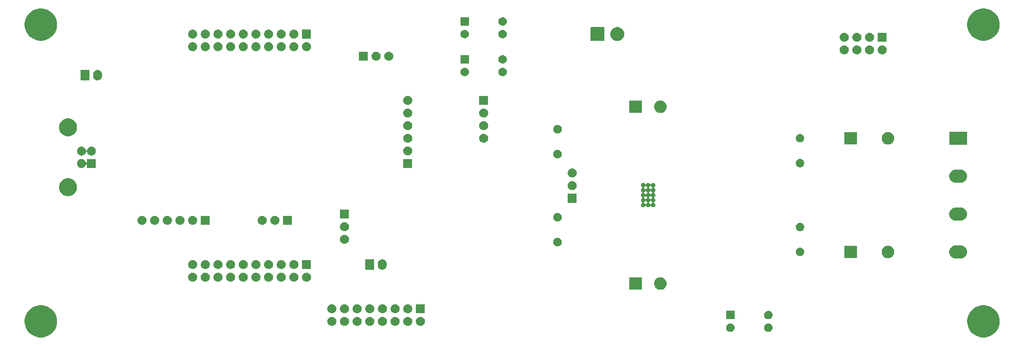
<source format=gbr>
G04 #@! TF.GenerationSoftware,KiCad,Pcbnew,5.0.2+dfsg1-1*
G04 #@! TF.CreationDate,2021-12-02T09:07:37+03:00*
G04 #@! TF.ProjectId,sound-20d01mb,736f756e-642d-4323-9064-30316d622e6b,0*
G04 #@! TF.SameCoordinates,Original*
G04 #@! TF.FileFunction,Soldermask,Bot*
G04 #@! TF.FilePolarity,Negative*
%FSLAX46Y46*%
G04 Gerber Fmt 4.6, Leading zero omitted, Abs format (unit mm)*
G04 Created by KiCad (PCBNEW 5.0.2+dfsg1-1) date Thu 02 Dec 2021 09:07:37 AM MSK*
%MOMM*%
%LPD*%
G01*
G04 APERTURE LIST*
%ADD10C,0.100000*%
G04 APERTURE END LIST*
D10*
G36*
X247014239Y-118731467D02*
X247328282Y-118793934D01*
X247919926Y-119039001D01*
X248209523Y-119232504D01*
X248452395Y-119394786D01*
X248905214Y-119847605D01*
X248905216Y-119847608D01*
X249260999Y-120380074D01*
X249441907Y-120816825D01*
X249506066Y-120971719D01*
X249631000Y-121599803D01*
X249631000Y-122240197D01*
X249599218Y-122399975D01*
X249506066Y-122868282D01*
X249260999Y-123459926D01*
X249037337Y-123794659D01*
X248905214Y-123992395D01*
X248452395Y-124445214D01*
X248452392Y-124445216D01*
X247919926Y-124800999D01*
X247328282Y-125046066D01*
X247014239Y-125108533D01*
X246700197Y-125171000D01*
X246059803Y-125171000D01*
X245745761Y-125108533D01*
X245431718Y-125046066D01*
X244840074Y-124800999D01*
X244307608Y-124445216D01*
X244307605Y-124445214D01*
X243854786Y-123992395D01*
X243722663Y-123794659D01*
X243499001Y-123459926D01*
X243253934Y-122868282D01*
X243160782Y-122399975D01*
X243129000Y-122240197D01*
X243129000Y-121599803D01*
X243253934Y-120971719D01*
X243318093Y-120816825D01*
X243499001Y-120380074D01*
X243854784Y-119847608D01*
X243854786Y-119847605D01*
X244307605Y-119394786D01*
X244550477Y-119232504D01*
X244840074Y-119039001D01*
X245431718Y-118793934D01*
X245745761Y-118731467D01*
X246059803Y-118669000D01*
X246700197Y-118669000D01*
X247014239Y-118731467D01*
X247014239Y-118731467D01*
G37*
G36*
X57784239Y-118731467D02*
X58098282Y-118793934D01*
X58689926Y-119039001D01*
X58979523Y-119232504D01*
X59222395Y-119394786D01*
X59675214Y-119847605D01*
X59675216Y-119847608D01*
X60030999Y-120380074D01*
X60211907Y-120816825D01*
X60276066Y-120971719D01*
X60401000Y-121599803D01*
X60401000Y-122240197D01*
X60369218Y-122399975D01*
X60276066Y-122868282D01*
X60030999Y-123459926D01*
X59807337Y-123794659D01*
X59675214Y-123992395D01*
X59222395Y-124445214D01*
X59222392Y-124445216D01*
X58689926Y-124800999D01*
X58098282Y-125046066D01*
X57784239Y-125108533D01*
X57470197Y-125171000D01*
X56829803Y-125171000D01*
X56515761Y-125108533D01*
X56201718Y-125046066D01*
X55610074Y-124800999D01*
X55077608Y-124445216D01*
X55077605Y-124445214D01*
X54624786Y-123992395D01*
X54492663Y-123794659D01*
X54269001Y-123459926D01*
X54023934Y-122868282D01*
X53930782Y-122399975D01*
X53899000Y-122240197D01*
X53899000Y-121599803D01*
X54023934Y-120971719D01*
X54088093Y-120816825D01*
X54269001Y-120380074D01*
X54624784Y-119847608D01*
X54624786Y-119847605D01*
X55077605Y-119394786D01*
X55320477Y-119232504D01*
X55610074Y-119039001D01*
X56201718Y-118793934D01*
X56515761Y-118731467D01*
X56829803Y-118669000D01*
X57470197Y-118669000D01*
X57784239Y-118731467D01*
X57784239Y-118731467D01*
G37*
G36*
X203366821Y-122351313D02*
X203366824Y-122351314D01*
X203366825Y-122351314D01*
X203527239Y-122399975D01*
X203527241Y-122399976D01*
X203527244Y-122399977D01*
X203675078Y-122478995D01*
X203804659Y-122585341D01*
X203911005Y-122714922D01*
X203990023Y-122862756D01*
X203990024Y-122862759D01*
X203990025Y-122862761D01*
X204038686Y-123023175D01*
X204038687Y-123023179D01*
X204055117Y-123190000D01*
X204038687Y-123356821D01*
X204038686Y-123356824D01*
X204038686Y-123356825D01*
X203999652Y-123485504D01*
X203990023Y-123517244D01*
X203911005Y-123665078D01*
X203804659Y-123794659D01*
X203675078Y-123901005D01*
X203527244Y-123980023D01*
X203527241Y-123980024D01*
X203527239Y-123980025D01*
X203366825Y-124028686D01*
X203366824Y-124028686D01*
X203366821Y-124028687D01*
X203241804Y-124041000D01*
X203158196Y-124041000D01*
X203033179Y-124028687D01*
X203033176Y-124028686D01*
X203033175Y-124028686D01*
X202872761Y-123980025D01*
X202872759Y-123980024D01*
X202872756Y-123980023D01*
X202724922Y-123901005D01*
X202595341Y-123794659D01*
X202488995Y-123665078D01*
X202409977Y-123517244D01*
X202400349Y-123485504D01*
X202361314Y-123356825D01*
X202361314Y-123356824D01*
X202361313Y-123356821D01*
X202344883Y-123190000D01*
X202361313Y-123023179D01*
X202361314Y-123023175D01*
X202409975Y-122862761D01*
X202409976Y-122862759D01*
X202409977Y-122862756D01*
X202488995Y-122714922D01*
X202595341Y-122585341D01*
X202724922Y-122478995D01*
X202872756Y-122399977D01*
X202872759Y-122399976D01*
X202872761Y-122399975D01*
X203033175Y-122351314D01*
X203033176Y-122351314D01*
X203033179Y-122351313D01*
X203158196Y-122339000D01*
X203241804Y-122339000D01*
X203366821Y-122351313D01*
X203366821Y-122351313D01*
G37*
G36*
X195746821Y-122351313D02*
X195746824Y-122351314D01*
X195746825Y-122351314D01*
X195907239Y-122399975D01*
X195907241Y-122399976D01*
X195907244Y-122399977D01*
X196055078Y-122478995D01*
X196184659Y-122585341D01*
X196291005Y-122714922D01*
X196370023Y-122862756D01*
X196370024Y-122862759D01*
X196370025Y-122862761D01*
X196418686Y-123023175D01*
X196418687Y-123023179D01*
X196435117Y-123190000D01*
X196418687Y-123356821D01*
X196418686Y-123356824D01*
X196418686Y-123356825D01*
X196379652Y-123485504D01*
X196370023Y-123517244D01*
X196291005Y-123665078D01*
X196184659Y-123794659D01*
X196055078Y-123901005D01*
X195907244Y-123980023D01*
X195907241Y-123980024D01*
X195907239Y-123980025D01*
X195746825Y-124028686D01*
X195746824Y-124028686D01*
X195746821Y-124028687D01*
X195621804Y-124041000D01*
X195538196Y-124041000D01*
X195413179Y-124028687D01*
X195413176Y-124028686D01*
X195413175Y-124028686D01*
X195252761Y-123980025D01*
X195252759Y-123980024D01*
X195252756Y-123980023D01*
X195104922Y-123901005D01*
X194975341Y-123794659D01*
X194868995Y-123665078D01*
X194789977Y-123517244D01*
X194780349Y-123485504D01*
X194741314Y-123356825D01*
X194741314Y-123356824D01*
X194741313Y-123356821D01*
X194724883Y-123190000D01*
X194741313Y-123023179D01*
X194741314Y-123023175D01*
X194789975Y-122862761D01*
X194789976Y-122862759D01*
X194789977Y-122862756D01*
X194868995Y-122714922D01*
X194975341Y-122585341D01*
X195104922Y-122478995D01*
X195252756Y-122399977D01*
X195252759Y-122399976D01*
X195252761Y-122399975D01*
X195413175Y-122351314D01*
X195413176Y-122351314D01*
X195413179Y-122351313D01*
X195538196Y-122339000D01*
X195621804Y-122339000D01*
X195746821Y-122351313D01*
X195746821Y-122351313D01*
G37*
G36*
X123300442Y-121025518D02*
X123366627Y-121032037D01*
X123479853Y-121066384D01*
X123536467Y-121083557D01*
X123614146Y-121125078D01*
X123692991Y-121167222D01*
X123728729Y-121196552D01*
X123830186Y-121279814D01*
X123913448Y-121381271D01*
X123942778Y-121417009D01*
X123942779Y-121417011D01*
X124026443Y-121573533D01*
X124026443Y-121573534D01*
X124077963Y-121743373D01*
X124095359Y-121920000D01*
X124077963Y-122096627D01*
X124044331Y-122207496D01*
X124026443Y-122266467D01*
X123979832Y-122353668D01*
X123942778Y-122422991D01*
X123913448Y-122458729D01*
X123830186Y-122560186D01*
X123728729Y-122643448D01*
X123692991Y-122672778D01*
X123692989Y-122672779D01*
X123536467Y-122756443D01*
X123479853Y-122773616D01*
X123366627Y-122807963D01*
X123300443Y-122814481D01*
X123234260Y-122821000D01*
X123145740Y-122821000D01*
X123079557Y-122814481D01*
X123013373Y-122807963D01*
X122900147Y-122773616D01*
X122843533Y-122756443D01*
X122687011Y-122672779D01*
X122687009Y-122672778D01*
X122651271Y-122643448D01*
X122549814Y-122560186D01*
X122466552Y-122458729D01*
X122437222Y-122422991D01*
X122400168Y-122353668D01*
X122353557Y-122266467D01*
X122335669Y-122207496D01*
X122302037Y-122096627D01*
X122284641Y-121920000D01*
X122302037Y-121743373D01*
X122353557Y-121573534D01*
X122353557Y-121573533D01*
X122437221Y-121417011D01*
X122437222Y-121417009D01*
X122466552Y-121381271D01*
X122549814Y-121279814D01*
X122651271Y-121196552D01*
X122687009Y-121167222D01*
X122765854Y-121125078D01*
X122843533Y-121083557D01*
X122900147Y-121066384D01*
X123013373Y-121032037D01*
X123079558Y-121025518D01*
X123145740Y-121019000D01*
X123234260Y-121019000D01*
X123300442Y-121025518D01*
X123300442Y-121025518D01*
G37*
G36*
X128380442Y-121025518D02*
X128446627Y-121032037D01*
X128559853Y-121066384D01*
X128616467Y-121083557D01*
X128694146Y-121125078D01*
X128772991Y-121167222D01*
X128808729Y-121196552D01*
X128910186Y-121279814D01*
X128993448Y-121381271D01*
X129022778Y-121417009D01*
X129022779Y-121417011D01*
X129106443Y-121573533D01*
X129106443Y-121573534D01*
X129157963Y-121743373D01*
X129175359Y-121920000D01*
X129157963Y-122096627D01*
X129124331Y-122207496D01*
X129106443Y-122266467D01*
X129059832Y-122353668D01*
X129022778Y-122422991D01*
X128993448Y-122458729D01*
X128910186Y-122560186D01*
X128808729Y-122643448D01*
X128772991Y-122672778D01*
X128772989Y-122672779D01*
X128616467Y-122756443D01*
X128559853Y-122773616D01*
X128446627Y-122807963D01*
X128380443Y-122814481D01*
X128314260Y-122821000D01*
X128225740Y-122821000D01*
X128159557Y-122814481D01*
X128093373Y-122807963D01*
X127980147Y-122773616D01*
X127923533Y-122756443D01*
X127767011Y-122672779D01*
X127767009Y-122672778D01*
X127731271Y-122643448D01*
X127629814Y-122560186D01*
X127546552Y-122458729D01*
X127517222Y-122422991D01*
X127480168Y-122353668D01*
X127433557Y-122266467D01*
X127415669Y-122207496D01*
X127382037Y-122096627D01*
X127364641Y-121920000D01*
X127382037Y-121743373D01*
X127433557Y-121573534D01*
X127433557Y-121573533D01*
X127517221Y-121417011D01*
X127517222Y-121417009D01*
X127546552Y-121381271D01*
X127629814Y-121279814D01*
X127731271Y-121196552D01*
X127767009Y-121167222D01*
X127845854Y-121125078D01*
X127923533Y-121083557D01*
X127980147Y-121066384D01*
X128093373Y-121032037D01*
X128159558Y-121025518D01*
X128225740Y-121019000D01*
X128314260Y-121019000D01*
X128380442Y-121025518D01*
X128380442Y-121025518D01*
G37*
G36*
X125840442Y-121025518D02*
X125906627Y-121032037D01*
X126019853Y-121066384D01*
X126076467Y-121083557D01*
X126154146Y-121125078D01*
X126232991Y-121167222D01*
X126268729Y-121196552D01*
X126370186Y-121279814D01*
X126453448Y-121381271D01*
X126482778Y-121417009D01*
X126482779Y-121417011D01*
X126566443Y-121573533D01*
X126566443Y-121573534D01*
X126617963Y-121743373D01*
X126635359Y-121920000D01*
X126617963Y-122096627D01*
X126584331Y-122207496D01*
X126566443Y-122266467D01*
X126519832Y-122353668D01*
X126482778Y-122422991D01*
X126453448Y-122458729D01*
X126370186Y-122560186D01*
X126268729Y-122643448D01*
X126232991Y-122672778D01*
X126232989Y-122672779D01*
X126076467Y-122756443D01*
X126019853Y-122773616D01*
X125906627Y-122807963D01*
X125840443Y-122814481D01*
X125774260Y-122821000D01*
X125685740Y-122821000D01*
X125619557Y-122814481D01*
X125553373Y-122807963D01*
X125440147Y-122773616D01*
X125383533Y-122756443D01*
X125227011Y-122672779D01*
X125227009Y-122672778D01*
X125191271Y-122643448D01*
X125089814Y-122560186D01*
X125006552Y-122458729D01*
X124977222Y-122422991D01*
X124940168Y-122353668D01*
X124893557Y-122266467D01*
X124875669Y-122207496D01*
X124842037Y-122096627D01*
X124824641Y-121920000D01*
X124842037Y-121743373D01*
X124893557Y-121573534D01*
X124893557Y-121573533D01*
X124977221Y-121417011D01*
X124977222Y-121417009D01*
X125006552Y-121381271D01*
X125089814Y-121279814D01*
X125191271Y-121196552D01*
X125227009Y-121167222D01*
X125305854Y-121125078D01*
X125383533Y-121083557D01*
X125440147Y-121066384D01*
X125553373Y-121032037D01*
X125619558Y-121025518D01*
X125685740Y-121019000D01*
X125774260Y-121019000D01*
X125840442Y-121025518D01*
X125840442Y-121025518D01*
G37*
G36*
X120760442Y-121025518D02*
X120826627Y-121032037D01*
X120939853Y-121066384D01*
X120996467Y-121083557D01*
X121074146Y-121125078D01*
X121152991Y-121167222D01*
X121188729Y-121196552D01*
X121290186Y-121279814D01*
X121373448Y-121381271D01*
X121402778Y-121417009D01*
X121402779Y-121417011D01*
X121486443Y-121573533D01*
X121486443Y-121573534D01*
X121537963Y-121743373D01*
X121555359Y-121920000D01*
X121537963Y-122096627D01*
X121504331Y-122207496D01*
X121486443Y-122266467D01*
X121439832Y-122353668D01*
X121402778Y-122422991D01*
X121373448Y-122458729D01*
X121290186Y-122560186D01*
X121188729Y-122643448D01*
X121152991Y-122672778D01*
X121152989Y-122672779D01*
X120996467Y-122756443D01*
X120939853Y-122773616D01*
X120826627Y-122807963D01*
X120760443Y-122814481D01*
X120694260Y-122821000D01*
X120605740Y-122821000D01*
X120539557Y-122814481D01*
X120473373Y-122807963D01*
X120360147Y-122773616D01*
X120303533Y-122756443D01*
X120147011Y-122672779D01*
X120147009Y-122672778D01*
X120111271Y-122643448D01*
X120009814Y-122560186D01*
X119926552Y-122458729D01*
X119897222Y-122422991D01*
X119860168Y-122353668D01*
X119813557Y-122266467D01*
X119795669Y-122207496D01*
X119762037Y-122096627D01*
X119744641Y-121920000D01*
X119762037Y-121743373D01*
X119813557Y-121573534D01*
X119813557Y-121573533D01*
X119897221Y-121417011D01*
X119897222Y-121417009D01*
X119926552Y-121381271D01*
X120009814Y-121279814D01*
X120111271Y-121196552D01*
X120147009Y-121167222D01*
X120225854Y-121125078D01*
X120303533Y-121083557D01*
X120360147Y-121066384D01*
X120473373Y-121032037D01*
X120539558Y-121025518D01*
X120605740Y-121019000D01*
X120694260Y-121019000D01*
X120760442Y-121025518D01*
X120760442Y-121025518D01*
G37*
G36*
X118220442Y-121025518D02*
X118286627Y-121032037D01*
X118399853Y-121066384D01*
X118456467Y-121083557D01*
X118534146Y-121125078D01*
X118612991Y-121167222D01*
X118648729Y-121196552D01*
X118750186Y-121279814D01*
X118833448Y-121381271D01*
X118862778Y-121417009D01*
X118862779Y-121417011D01*
X118946443Y-121573533D01*
X118946443Y-121573534D01*
X118997963Y-121743373D01*
X119015359Y-121920000D01*
X118997963Y-122096627D01*
X118964331Y-122207496D01*
X118946443Y-122266467D01*
X118899832Y-122353668D01*
X118862778Y-122422991D01*
X118833448Y-122458729D01*
X118750186Y-122560186D01*
X118648729Y-122643448D01*
X118612991Y-122672778D01*
X118612989Y-122672779D01*
X118456467Y-122756443D01*
X118399853Y-122773616D01*
X118286627Y-122807963D01*
X118220443Y-122814481D01*
X118154260Y-122821000D01*
X118065740Y-122821000D01*
X117999557Y-122814481D01*
X117933373Y-122807963D01*
X117820147Y-122773616D01*
X117763533Y-122756443D01*
X117607011Y-122672779D01*
X117607009Y-122672778D01*
X117571271Y-122643448D01*
X117469814Y-122560186D01*
X117386552Y-122458729D01*
X117357222Y-122422991D01*
X117320168Y-122353668D01*
X117273557Y-122266467D01*
X117255669Y-122207496D01*
X117222037Y-122096627D01*
X117204641Y-121920000D01*
X117222037Y-121743373D01*
X117273557Y-121573534D01*
X117273557Y-121573533D01*
X117357221Y-121417011D01*
X117357222Y-121417009D01*
X117386552Y-121381271D01*
X117469814Y-121279814D01*
X117571271Y-121196552D01*
X117607009Y-121167222D01*
X117685854Y-121125078D01*
X117763533Y-121083557D01*
X117820147Y-121066384D01*
X117933373Y-121032037D01*
X117999558Y-121025518D01*
X118065740Y-121019000D01*
X118154260Y-121019000D01*
X118220442Y-121025518D01*
X118220442Y-121025518D01*
G37*
G36*
X133460442Y-121025518D02*
X133526627Y-121032037D01*
X133639853Y-121066384D01*
X133696467Y-121083557D01*
X133774146Y-121125078D01*
X133852991Y-121167222D01*
X133888729Y-121196552D01*
X133990186Y-121279814D01*
X134073448Y-121381271D01*
X134102778Y-121417009D01*
X134102779Y-121417011D01*
X134186443Y-121573533D01*
X134186443Y-121573534D01*
X134237963Y-121743373D01*
X134255359Y-121920000D01*
X134237963Y-122096627D01*
X134204331Y-122207496D01*
X134186443Y-122266467D01*
X134139832Y-122353668D01*
X134102778Y-122422991D01*
X134073448Y-122458729D01*
X133990186Y-122560186D01*
X133888729Y-122643448D01*
X133852991Y-122672778D01*
X133852989Y-122672779D01*
X133696467Y-122756443D01*
X133639853Y-122773616D01*
X133526627Y-122807963D01*
X133460443Y-122814481D01*
X133394260Y-122821000D01*
X133305740Y-122821000D01*
X133239557Y-122814481D01*
X133173373Y-122807963D01*
X133060147Y-122773616D01*
X133003533Y-122756443D01*
X132847011Y-122672779D01*
X132847009Y-122672778D01*
X132811271Y-122643448D01*
X132709814Y-122560186D01*
X132626552Y-122458729D01*
X132597222Y-122422991D01*
X132560168Y-122353668D01*
X132513557Y-122266467D01*
X132495669Y-122207496D01*
X132462037Y-122096627D01*
X132444641Y-121920000D01*
X132462037Y-121743373D01*
X132513557Y-121573534D01*
X132513557Y-121573533D01*
X132597221Y-121417011D01*
X132597222Y-121417009D01*
X132626552Y-121381271D01*
X132709814Y-121279814D01*
X132811271Y-121196552D01*
X132847009Y-121167222D01*
X132925854Y-121125078D01*
X133003533Y-121083557D01*
X133060147Y-121066384D01*
X133173373Y-121032037D01*
X133239558Y-121025518D01*
X133305740Y-121019000D01*
X133394260Y-121019000D01*
X133460442Y-121025518D01*
X133460442Y-121025518D01*
G37*
G36*
X115680442Y-121025518D02*
X115746627Y-121032037D01*
X115859853Y-121066384D01*
X115916467Y-121083557D01*
X115994146Y-121125078D01*
X116072991Y-121167222D01*
X116108729Y-121196552D01*
X116210186Y-121279814D01*
X116293448Y-121381271D01*
X116322778Y-121417009D01*
X116322779Y-121417011D01*
X116406443Y-121573533D01*
X116406443Y-121573534D01*
X116457963Y-121743373D01*
X116475359Y-121920000D01*
X116457963Y-122096627D01*
X116424331Y-122207496D01*
X116406443Y-122266467D01*
X116359832Y-122353668D01*
X116322778Y-122422991D01*
X116293448Y-122458729D01*
X116210186Y-122560186D01*
X116108729Y-122643448D01*
X116072991Y-122672778D01*
X116072989Y-122672779D01*
X115916467Y-122756443D01*
X115859853Y-122773616D01*
X115746627Y-122807963D01*
X115680443Y-122814481D01*
X115614260Y-122821000D01*
X115525740Y-122821000D01*
X115459557Y-122814481D01*
X115393373Y-122807963D01*
X115280147Y-122773616D01*
X115223533Y-122756443D01*
X115067011Y-122672779D01*
X115067009Y-122672778D01*
X115031271Y-122643448D01*
X114929814Y-122560186D01*
X114846552Y-122458729D01*
X114817222Y-122422991D01*
X114780168Y-122353668D01*
X114733557Y-122266467D01*
X114715669Y-122207496D01*
X114682037Y-122096627D01*
X114664641Y-121920000D01*
X114682037Y-121743373D01*
X114733557Y-121573534D01*
X114733557Y-121573533D01*
X114817221Y-121417011D01*
X114817222Y-121417009D01*
X114846552Y-121381271D01*
X114929814Y-121279814D01*
X115031271Y-121196552D01*
X115067009Y-121167222D01*
X115145854Y-121125078D01*
X115223533Y-121083557D01*
X115280147Y-121066384D01*
X115393373Y-121032037D01*
X115459558Y-121025518D01*
X115525740Y-121019000D01*
X115614260Y-121019000D01*
X115680442Y-121025518D01*
X115680442Y-121025518D01*
G37*
G36*
X130920442Y-121025518D02*
X130986627Y-121032037D01*
X131099853Y-121066384D01*
X131156467Y-121083557D01*
X131234146Y-121125078D01*
X131312991Y-121167222D01*
X131348729Y-121196552D01*
X131450186Y-121279814D01*
X131533448Y-121381271D01*
X131562778Y-121417009D01*
X131562779Y-121417011D01*
X131646443Y-121573533D01*
X131646443Y-121573534D01*
X131697963Y-121743373D01*
X131715359Y-121920000D01*
X131697963Y-122096627D01*
X131664331Y-122207496D01*
X131646443Y-122266467D01*
X131599832Y-122353668D01*
X131562778Y-122422991D01*
X131533448Y-122458729D01*
X131450186Y-122560186D01*
X131348729Y-122643448D01*
X131312991Y-122672778D01*
X131312989Y-122672779D01*
X131156467Y-122756443D01*
X131099853Y-122773616D01*
X130986627Y-122807963D01*
X130920443Y-122814481D01*
X130854260Y-122821000D01*
X130765740Y-122821000D01*
X130699557Y-122814481D01*
X130633373Y-122807963D01*
X130520147Y-122773616D01*
X130463533Y-122756443D01*
X130307011Y-122672779D01*
X130307009Y-122672778D01*
X130271271Y-122643448D01*
X130169814Y-122560186D01*
X130086552Y-122458729D01*
X130057222Y-122422991D01*
X130020168Y-122353668D01*
X129973557Y-122266467D01*
X129955669Y-122207496D01*
X129922037Y-122096627D01*
X129904641Y-121920000D01*
X129922037Y-121743373D01*
X129973557Y-121573534D01*
X129973557Y-121573533D01*
X130057221Y-121417011D01*
X130057222Y-121417009D01*
X130086552Y-121381271D01*
X130169814Y-121279814D01*
X130271271Y-121196552D01*
X130307009Y-121167222D01*
X130385854Y-121125078D01*
X130463533Y-121083557D01*
X130520147Y-121066384D01*
X130633373Y-121032037D01*
X130699558Y-121025518D01*
X130765740Y-121019000D01*
X130854260Y-121019000D01*
X130920442Y-121025518D01*
X130920442Y-121025518D01*
G37*
G36*
X196431000Y-121501000D02*
X194729000Y-121501000D01*
X194729000Y-119799000D01*
X196431000Y-119799000D01*
X196431000Y-121501000D01*
X196431000Y-121501000D01*
G37*
G36*
X203366821Y-119811313D02*
X203366824Y-119811314D01*
X203366825Y-119811314D01*
X203527239Y-119859975D01*
X203527241Y-119859976D01*
X203527244Y-119859977D01*
X203675078Y-119938995D01*
X203804659Y-120045341D01*
X203911005Y-120174922D01*
X203990023Y-120322756D01*
X203990024Y-120322759D01*
X203990025Y-120322761D01*
X204007411Y-120380075D01*
X204038687Y-120483179D01*
X204055117Y-120650000D01*
X204038687Y-120816821D01*
X204038686Y-120816824D01*
X204038686Y-120816825D01*
X203991700Y-120971718D01*
X203990023Y-120977244D01*
X203911005Y-121125078D01*
X203804659Y-121254659D01*
X203675078Y-121361005D01*
X203527244Y-121440023D01*
X203527241Y-121440024D01*
X203527239Y-121440025D01*
X203366825Y-121488686D01*
X203366824Y-121488686D01*
X203366821Y-121488687D01*
X203241804Y-121501000D01*
X203158196Y-121501000D01*
X203033179Y-121488687D01*
X203033176Y-121488686D01*
X203033175Y-121488686D01*
X202872761Y-121440025D01*
X202872759Y-121440024D01*
X202872756Y-121440023D01*
X202724922Y-121361005D01*
X202595341Y-121254659D01*
X202488995Y-121125078D01*
X202409977Y-120977244D01*
X202408301Y-120971718D01*
X202361314Y-120816825D01*
X202361314Y-120816824D01*
X202361313Y-120816821D01*
X202344883Y-120650000D01*
X202361313Y-120483179D01*
X202392589Y-120380075D01*
X202409975Y-120322761D01*
X202409976Y-120322759D01*
X202409977Y-120322756D01*
X202488995Y-120174922D01*
X202595341Y-120045341D01*
X202724922Y-119938995D01*
X202872756Y-119859977D01*
X202872759Y-119859976D01*
X202872761Y-119859975D01*
X203033175Y-119811314D01*
X203033176Y-119811314D01*
X203033179Y-119811313D01*
X203158196Y-119799000D01*
X203241804Y-119799000D01*
X203366821Y-119811313D01*
X203366821Y-119811313D01*
G37*
G36*
X130920442Y-118485518D02*
X130986627Y-118492037D01*
X131099853Y-118526384D01*
X131156467Y-118543557D01*
X131295087Y-118617652D01*
X131312991Y-118627222D01*
X131348729Y-118656552D01*
X131450186Y-118739814D01*
X131494600Y-118793934D01*
X131562778Y-118877009D01*
X131562779Y-118877011D01*
X131646443Y-119033533D01*
X131662459Y-119086332D01*
X131697963Y-119203373D01*
X131715359Y-119380000D01*
X131697963Y-119556627D01*
X131669168Y-119651552D01*
X131646443Y-119726467D01*
X131594698Y-119823273D01*
X131562778Y-119882991D01*
X131533448Y-119918729D01*
X131450186Y-120020186D01*
X131363420Y-120091392D01*
X131312991Y-120132778D01*
X131312989Y-120132779D01*
X131156467Y-120216443D01*
X131099853Y-120233616D01*
X130986627Y-120267963D01*
X130920442Y-120274482D01*
X130854260Y-120281000D01*
X130765740Y-120281000D01*
X130699558Y-120274482D01*
X130633373Y-120267963D01*
X130520147Y-120233616D01*
X130463533Y-120216443D01*
X130307011Y-120132779D01*
X130307009Y-120132778D01*
X130256580Y-120091392D01*
X130169814Y-120020186D01*
X130086552Y-119918729D01*
X130057222Y-119882991D01*
X130025302Y-119823273D01*
X129973557Y-119726467D01*
X129950832Y-119651552D01*
X129922037Y-119556627D01*
X129904641Y-119380000D01*
X129922037Y-119203373D01*
X129957541Y-119086332D01*
X129973557Y-119033533D01*
X130057221Y-118877011D01*
X130057222Y-118877009D01*
X130125400Y-118793934D01*
X130169814Y-118739814D01*
X130271271Y-118656552D01*
X130307009Y-118627222D01*
X130324913Y-118617652D01*
X130463533Y-118543557D01*
X130520147Y-118526384D01*
X130633373Y-118492037D01*
X130699558Y-118485518D01*
X130765740Y-118479000D01*
X130854260Y-118479000D01*
X130920442Y-118485518D01*
X130920442Y-118485518D01*
G37*
G36*
X134251000Y-120281000D02*
X132449000Y-120281000D01*
X132449000Y-118479000D01*
X134251000Y-118479000D01*
X134251000Y-120281000D01*
X134251000Y-120281000D01*
G37*
G36*
X128380442Y-118485518D02*
X128446627Y-118492037D01*
X128559853Y-118526384D01*
X128616467Y-118543557D01*
X128755087Y-118617652D01*
X128772991Y-118627222D01*
X128808729Y-118656552D01*
X128910186Y-118739814D01*
X128954600Y-118793934D01*
X129022778Y-118877009D01*
X129022779Y-118877011D01*
X129106443Y-119033533D01*
X129122459Y-119086332D01*
X129157963Y-119203373D01*
X129175359Y-119380000D01*
X129157963Y-119556627D01*
X129129168Y-119651552D01*
X129106443Y-119726467D01*
X129054698Y-119823273D01*
X129022778Y-119882991D01*
X128993448Y-119918729D01*
X128910186Y-120020186D01*
X128823420Y-120091392D01*
X128772991Y-120132778D01*
X128772989Y-120132779D01*
X128616467Y-120216443D01*
X128559853Y-120233616D01*
X128446627Y-120267963D01*
X128380442Y-120274482D01*
X128314260Y-120281000D01*
X128225740Y-120281000D01*
X128159558Y-120274482D01*
X128093373Y-120267963D01*
X127980147Y-120233616D01*
X127923533Y-120216443D01*
X127767011Y-120132779D01*
X127767009Y-120132778D01*
X127716580Y-120091392D01*
X127629814Y-120020186D01*
X127546552Y-119918729D01*
X127517222Y-119882991D01*
X127485302Y-119823273D01*
X127433557Y-119726467D01*
X127410832Y-119651552D01*
X127382037Y-119556627D01*
X127364641Y-119380000D01*
X127382037Y-119203373D01*
X127417541Y-119086332D01*
X127433557Y-119033533D01*
X127517221Y-118877011D01*
X127517222Y-118877009D01*
X127585400Y-118793934D01*
X127629814Y-118739814D01*
X127731271Y-118656552D01*
X127767009Y-118627222D01*
X127784913Y-118617652D01*
X127923533Y-118543557D01*
X127980147Y-118526384D01*
X128093373Y-118492037D01*
X128159558Y-118485518D01*
X128225740Y-118479000D01*
X128314260Y-118479000D01*
X128380442Y-118485518D01*
X128380442Y-118485518D01*
G37*
G36*
X125840442Y-118485518D02*
X125906627Y-118492037D01*
X126019853Y-118526384D01*
X126076467Y-118543557D01*
X126215087Y-118617652D01*
X126232991Y-118627222D01*
X126268729Y-118656552D01*
X126370186Y-118739814D01*
X126414600Y-118793934D01*
X126482778Y-118877009D01*
X126482779Y-118877011D01*
X126566443Y-119033533D01*
X126582459Y-119086332D01*
X126617963Y-119203373D01*
X126635359Y-119380000D01*
X126617963Y-119556627D01*
X126589168Y-119651552D01*
X126566443Y-119726467D01*
X126514698Y-119823273D01*
X126482778Y-119882991D01*
X126453448Y-119918729D01*
X126370186Y-120020186D01*
X126283420Y-120091392D01*
X126232991Y-120132778D01*
X126232989Y-120132779D01*
X126076467Y-120216443D01*
X126019853Y-120233616D01*
X125906627Y-120267963D01*
X125840442Y-120274482D01*
X125774260Y-120281000D01*
X125685740Y-120281000D01*
X125619558Y-120274482D01*
X125553373Y-120267963D01*
X125440147Y-120233616D01*
X125383533Y-120216443D01*
X125227011Y-120132779D01*
X125227009Y-120132778D01*
X125176580Y-120091392D01*
X125089814Y-120020186D01*
X125006552Y-119918729D01*
X124977222Y-119882991D01*
X124945302Y-119823273D01*
X124893557Y-119726467D01*
X124870832Y-119651552D01*
X124842037Y-119556627D01*
X124824641Y-119380000D01*
X124842037Y-119203373D01*
X124877541Y-119086332D01*
X124893557Y-119033533D01*
X124977221Y-118877011D01*
X124977222Y-118877009D01*
X125045400Y-118793934D01*
X125089814Y-118739814D01*
X125191271Y-118656552D01*
X125227009Y-118627222D01*
X125244913Y-118617652D01*
X125383533Y-118543557D01*
X125440147Y-118526384D01*
X125553373Y-118492037D01*
X125619558Y-118485518D01*
X125685740Y-118479000D01*
X125774260Y-118479000D01*
X125840442Y-118485518D01*
X125840442Y-118485518D01*
G37*
G36*
X120760442Y-118485518D02*
X120826627Y-118492037D01*
X120939853Y-118526384D01*
X120996467Y-118543557D01*
X121135087Y-118617652D01*
X121152991Y-118627222D01*
X121188729Y-118656552D01*
X121290186Y-118739814D01*
X121334600Y-118793934D01*
X121402778Y-118877009D01*
X121402779Y-118877011D01*
X121486443Y-119033533D01*
X121502459Y-119086332D01*
X121537963Y-119203373D01*
X121555359Y-119380000D01*
X121537963Y-119556627D01*
X121509168Y-119651552D01*
X121486443Y-119726467D01*
X121434698Y-119823273D01*
X121402778Y-119882991D01*
X121373448Y-119918729D01*
X121290186Y-120020186D01*
X121203420Y-120091392D01*
X121152991Y-120132778D01*
X121152989Y-120132779D01*
X120996467Y-120216443D01*
X120939853Y-120233616D01*
X120826627Y-120267963D01*
X120760442Y-120274482D01*
X120694260Y-120281000D01*
X120605740Y-120281000D01*
X120539558Y-120274482D01*
X120473373Y-120267963D01*
X120360147Y-120233616D01*
X120303533Y-120216443D01*
X120147011Y-120132779D01*
X120147009Y-120132778D01*
X120096580Y-120091392D01*
X120009814Y-120020186D01*
X119926552Y-119918729D01*
X119897222Y-119882991D01*
X119865302Y-119823273D01*
X119813557Y-119726467D01*
X119790832Y-119651552D01*
X119762037Y-119556627D01*
X119744641Y-119380000D01*
X119762037Y-119203373D01*
X119797541Y-119086332D01*
X119813557Y-119033533D01*
X119897221Y-118877011D01*
X119897222Y-118877009D01*
X119965400Y-118793934D01*
X120009814Y-118739814D01*
X120111271Y-118656552D01*
X120147009Y-118627222D01*
X120164913Y-118617652D01*
X120303533Y-118543557D01*
X120360147Y-118526384D01*
X120473373Y-118492037D01*
X120539558Y-118485518D01*
X120605740Y-118479000D01*
X120694260Y-118479000D01*
X120760442Y-118485518D01*
X120760442Y-118485518D01*
G37*
G36*
X118220442Y-118485518D02*
X118286627Y-118492037D01*
X118399853Y-118526384D01*
X118456467Y-118543557D01*
X118595087Y-118617652D01*
X118612991Y-118627222D01*
X118648729Y-118656552D01*
X118750186Y-118739814D01*
X118794600Y-118793934D01*
X118862778Y-118877009D01*
X118862779Y-118877011D01*
X118946443Y-119033533D01*
X118962459Y-119086332D01*
X118997963Y-119203373D01*
X119015359Y-119380000D01*
X118997963Y-119556627D01*
X118969168Y-119651552D01*
X118946443Y-119726467D01*
X118894698Y-119823273D01*
X118862778Y-119882991D01*
X118833448Y-119918729D01*
X118750186Y-120020186D01*
X118663420Y-120091392D01*
X118612991Y-120132778D01*
X118612989Y-120132779D01*
X118456467Y-120216443D01*
X118399853Y-120233616D01*
X118286627Y-120267963D01*
X118220442Y-120274482D01*
X118154260Y-120281000D01*
X118065740Y-120281000D01*
X117999558Y-120274482D01*
X117933373Y-120267963D01*
X117820147Y-120233616D01*
X117763533Y-120216443D01*
X117607011Y-120132779D01*
X117607009Y-120132778D01*
X117556580Y-120091392D01*
X117469814Y-120020186D01*
X117386552Y-119918729D01*
X117357222Y-119882991D01*
X117325302Y-119823273D01*
X117273557Y-119726467D01*
X117250832Y-119651552D01*
X117222037Y-119556627D01*
X117204641Y-119380000D01*
X117222037Y-119203373D01*
X117257541Y-119086332D01*
X117273557Y-119033533D01*
X117357221Y-118877011D01*
X117357222Y-118877009D01*
X117425400Y-118793934D01*
X117469814Y-118739814D01*
X117571271Y-118656552D01*
X117607009Y-118627222D01*
X117624913Y-118617652D01*
X117763533Y-118543557D01*
X117820147Y-118526384D01*
X117933373Y-118492037D01*
X117999558Y-118485518D01*
X118065740Y-118479000D01*
X118154260Y-118479000D01*
X118220442Y-118485518D01*
X118220442Y-118485518D01*
G37*
G36*
X115680442Y-118485518D02*
X115746627Y-118492037D01*
X115859853Y-118526384D01*
X115916467Y-118543557D01*
X116055087Y-118617652D01*
X116072991Y-118627222D01*
X116108729Y-118656552D01*
X116210186Y-118739814D01*
X116254600Y-118793934D01*
X116322778Y-118877009D01*
X116322779Y-118877011D01*
X116406443Y-119033533D01*
X116422459Y-119086332D01*
X116457963Y-119203373D01*
X116475359Y-119380000D01*
X116457963Y-119556627D01*
X116429168Y-119651552D01*
X116406443Y-119726467D01*
X116354698Y-119823273D01*
X116322778Y-119882991D01*
X116293448Y-119918729D01*
X116210186Y-120020186D01*
X116123420Y-120091392D01*
X116072991Y-120132778D01*
X116072989Y-120132779D01*
X115916467Y-120216443D01*
X115859853Y-120233616D01*
X115746627Y-120267963D01*
X115680442Y-120274482D01*
X115614260Y-120281000D01*
X115525740Y-120281000D01*
X115459558Y-120274482D01*
X115393373Y-120267963D01*
X115280147Y-120233616D01*
X115223533Y-120216443D01*
X115067011Y-120132779D01*
X115067009Y-120132778D01*
X115016580Y-120091392D01*
X114929814Y-120020186D01*
X114846552Y-119918729D01*
X114817222Y-119882991D01*
X114785302Y-119823273D01*
X114733557Y-119726467D01*
X114710832Y-119651552D01*
X114682037Y-119556627D01*
X114664641Y-119380000D01*
X114682037Y-119203373D01*
X114717541Y-119086332D01*
X114733557Y-119033533D01*
X114817221Y-118877011D01*
X114817222Y-118877009D01*
X114885400Y-118793934D01*
X114929814Y-118739814D01*
X115031271Y-118656552D01*
X115067009Y-118627222D01*
X115084913Y-118617652D01*
X115223533Y-118543557D01*
X115280147Y-118526384D01*
X115393373Y-118492037D01*
X115459558Y-118485518D01*
X115525740Y-118479000D01*
X115614260Y-118479000D01*
X115680442Y-118485518D01*
X115680442Y-118485518D01*
G37*
G36*
X123300442Y-118485518D02*
X123366627Y-118492037D01*
X123479853Y-118526384D01*
X123536467Y-118543557D01*
X123675087Y-118617652D01*
X123692991Y-118627222D01*
X123728729Y-118656552D01*
X123830186Y-118739814D01*
X123874600Y-118793934D01*
X123942778Y-118877009D01*
X123942779Y-118877011D01*
X124026443Y-119033533D01*
X124042459Y-119086332D01*
X124077963Y-119203373D01*
X124095359Y-119380000D01*
X124077963Y-119556627D01*
X124049168Y-119651552D01*
X124026443Y-119726467D01*
X123974698Y-119823273D01*
X123942778Y-119882991D01*
X123913448Y-119918729D01*
X123830186Y-120020186D01*
X123743420Y-120091392D01*
X123692991Y-120132778D01*
X123692989Y-120132779D01*
X123536467Y-120216443D01*
X123479853Y-120233616D01*
X123366627Y-120267963D01*
X123300442Y-120274482D01*
X123234260Y-120281000D01*
X123145740Y-120281000D01*
X123079558Y-120274482D01*
X123013373Y-120267963D01*
X122900147Y-120233616D01*
X122843533Y-120216443D01*
X122687011Y-120132779D01*
X122687009Y-120132778D01*
X122636580Y-120091392D01*
X122549814Y-120020186D01*
X122466552Y-119918729D01*
X122437222Y-119882991D01*
X122405302Y-119823273D01*
X122353557Y-119726467D01*
X122330832Y-119651552D01*
X122302037Y-119556627D01*
X122284641Y-119380000D01*
X122302037Y-119203373D01*
X122337541Y-119086332D01*
X122353557Y-119033533D01*
X122437221Y-118877011D01*
X122437222Y-118877009D01*
X122505400Y-118793934D01*
X122549814Y-118739814D01*
X122651271Y-118656552D01*
X122687009Y-118627222D01*
X122704913Y-118617652D01*
X122843533Y-118543557D01*
X122900147Y-118526384D01*
X123013373Y-118492037D01*
X123079558Y-118485518D01*
X123145740Y-118479000D01*
X123234260Y-118479000D01*
X123300442Y-118485518D01*
X123300442Y-118485518D01*
G37*
G36*
X177781000Y-115551000D02*
X175279000Y-115551000D01*
X175279000Y-113049000D01*
X177781000Y-113049000D01*
X177781000Y-115551000D01*
X177781000Y-115551000D01*
G37*
G36*
X181713636Y-113061019D02*
X181894903Y-113097075D01*
X182122571Y-113191378D01*
X182326542Y-113327668D01*
X182327469Y-113328287D01*
X182501713Y-113502531D01*
X182501715Y-113502534D01*
X182638622Y-113707429D01*
X182732925Y-113935097D01*
X182781000Y-114176787D01*
X182781000Y-114423213D01*
X182732925Y-114664903D01*
X182638622Y-114892571D01*
X182502332Y-115096542D01*
X182501713Y-115097469D01*
X182327469Y-115271713D01*
X182327466Y-115271715D01*
X182122571Y-115408622D01*
X181894903Y-115502925D01*
X181713636Y-115538981D01*
X181653214Y-115551000D01*
X181406786Y-115551000D01*
X181346364Y-115538981D01*
X181165097Y-115502925D01*
X180937429Y-115408622D01*
X180732534Y-115271715D01*
X180732531Y-115271713D01*
X180558287Y-115097469D01*
X180557668Y-115096542D01*
X180421378Y-114892571D01*
X180327075Y-114664903D01*
X180279000Y-114423213D01*
X180279000Y-114176787D01*
X180327075Y-113935097D01*
X180421378Y-113707429D01*
X180558285Y-113502534D01*
X180558287Y-113502531D01*
X180732531Y-113328287D01*
X180733458Y-113327668D01*
X180937429Y-113191378D01*
X181165097Y-113097075D01*
X181346364Y-113061019D01*
X181406786Y-113049000D01*
X181653214Y-113049000D01*
X181713636Y-113061019D01*
X181713636Y-113061019D01*
G37*
G36*
X87740443Y-112135519D02*
X87806627Y-112142037D01*
X87919853Y-112176384D01*
X87976467Y-112193557D01*
X88115087Y-112267652D01*
X88132991Y-112277222D01*
X88168729Y-112306552D01*
X88270186Y-112389814D01*
X88353448Y-112491271D01*
X88382778Y-112527009D01*
X88382779Y-112527011D01*
X88466443Y-112683533D01*
X88466443Y-112683534D01*
X88517963Y-112853373D01*
X88535359Y-113030000D01*
X88517963Y-113206627D01*
X88483616Y-113319853D01*
X88466443Y-113376467D01*
X88399059Y-113502531D01*
X88382778Y-113532991D01*
X88353448Y-113568729D01*
X88270186Y-113670186D01*
X88168729Y-113753448D01*
X88132991Y-113782778D01*
X88132989Y-113782779D01*
X87976467Y-113866443D01*
X87919853Y-113883616D01*
X87806627Y-113917963D01*
X87740443Y-113924481D01*
X87674260Y-113931000D01*
X87585740Y-113931000D01*
X87519557Y-113924481D01*
X87453373Y-113917963D01*
X87340147Y-113883616D01*
X87283533Y-113866443D01*
X87127011Y-113782779D01*
X87127009Y-113782778D01*
X87091271Y-113753448D01*
X86989814Y-113670186D01*
X86906552Y-113568729D01*
X86877222Y-113532991D01*
X86860941Y-113502531D01*
X86793557Y-113376467D01*
X86776384Y-113319853D01*
X86742037Y-113206627D01*
X86724641Y-113030000D01*
X86742037Y-112853373D01*
X86793557Y-112683534D01*
X86793557Y-112683533D01*
X86877221Y-112527011D01*
X86877222Y-112527009D01*
X86906552Y-112491271D01*
X86989814Y-112389814D01*
X87091271Y-112306552D01*
X87127009Y-112277222D01*
X87144913Y-112267652D01*
X87283533Y-112193557D01*
X87340147Y-112176384D01*
X87453373Y-112142037D01*
X87519557Y-112135519D01*
X87585740Y-112129000D01*
X87674260Y-112129000D01*
X87740443Y-112135519D01*
X87740443Y-112135519D01*
G37*
G36*
X108060443Y-112135519D02*
X108126627Y-112142037D01*
X108239853Y-112176384D01*
X108296467Y-112193557D01*
X108435087Y-112267652D01*
X108452991Y-112277222D01*
X108488729Y-112306552D01*
X108590186Y-112389814D01*
X108673448Y-112491271D01*
X108702778Y-112527009D01*
X108702779Y-112527011D01*
X108786443Y-112683533D01*
X108786443Y-112683534D01*
X108837963Y-112853373D01*
X108855359Y-113030000D01*
X108837963Y-113206627D01*
X108803616Y-113319853D01*
X108786443Y-113376467D01*
X108719059Y-113502531D01*
X108702778Y-113532991D01*
X108673448Y-113568729D01*
X108590186Y-113670186D01*
X108488729Y-113753448D01*
X108452991Y-113782778D01*
X108452989Y-113782779D01*
X108296467Y-113866443D01*
X108239853Y-113883616D01*
X108126627Y-113917963D01*
X108060443Y-113924481D01*
X107994260Y-113931000D01*
X107905740Y-113931000D01*
X107839557Y-113924481D01*
X107773373Y-113917963D01*
X107660147Y-113883616D01*
X107603533Y-113866443D01*
X107447011Y-113782779D01*
X107447009Y-113782778D01*
X107411271Y-113753448D01*
X107309814Y-113670186D01*
X107226552Y-113568729D01*
X107197222Y-113532991D01*
X107180941Y-113502531D01*
X107113557Y-113376467D01*
X107096384Y-113319853D01*
X107062037Y-113206627D01*
X107044641Y-113030000D01*
X107062037Y-112853373D01*
X107113557Y-112683534D01*
X107113557Y-112683533D01*
X107197221Y-112527011D01*
X107197222Y-112527009D01*
X107226552Y-112491271D01*
X107309814Y-112389814D01*
X107411271Y-112306552D01*
X107447009Y-112277222D01*
X107464913Y-112267652D01*
X107603533Y-112193557D01*
X107660147Y-112176384D01*
X107773373Y-112142037D01*
X107839557Y-112135519D01*
X107905740Y-112129000D01*
X107994260Y-112129000D01*
X108060443Y-112135519D01*
X108060443Y-112135519D01*
G37*
G36*
X105520443Y-112135519D02*
X105586627Y-112142037D01*
X105699853Y-112176384D01*
X105756467Y-112193557D01*
X105895087Y-112267652D01*
X105912991Y-112277222D01*
X105948729Y-112306552D01*
X106050186Y-112389814D01*
X106133448Y-112491271D01*
X106162778Y-112527009D01*
X106162779Y-112527011D01*
X106246443Y-112683533D01*
X106246443Y-112683534D01*
X106297963Y-112853373D01*
X106315359Y-113030000D01*
X106297963Y-113206627D01*
X106263616Y-113319853D01*
X106246443Y-113376467D01*
X106179059Y-113502531D01*
X106162778Y-113532991D01*
X106133448Y-113568729D01*
X106050186Y-113670186D01*
X105948729Y-113753448D01*
X105912991Y-113782778D01*
X105912989Y-113782779D01*
X105756467Y-113866443D01*
X105699853Y-113883616D01*
X105586627Y-113917963D01*
X105520443Y-113924481D01*
X105454260Y-113931000D01*
X105365740Y-113931000D01*
X105299557Y-113924481D01*
X105233373Y-113917963D01*
X105120147Y-113883616D01*
X105063533Y-113866443D01*
X104907011Y-113782779D01*
X104907009Y-113782778D01*
X104871271Y-113753448D01*
X104769814Y-113670186D01*
X104686552Y-113568729D01*
X104657222Y-113532991D01*
X104640941Y-113502531D01*
X104573557Y-113376467D01*
X104556384Y-113319853D01*
X104522037Y-113206627D01*
X104504641Y-113030000D01*
X104522037Y-112853373D01*
X104573557Y-112683534D01*
X104573557Y-112683533D01*
X104657221Y-112527011D01*
X104657222Y-112527009D01*
X104686552Y-112491271D01*
X104769814Y-112389814D01*
X104871271Y-112306552D01*
X104907009Y-112277222D01*
X104924913Y-112267652D01*
X105063533Y-112193557D01*
X105120147Y-112176384D01*
X105233373Y-112142037D01*
X105299557Y-112135519D01*
X105365740Y-112129000D01*
X105454260Y-112129000D01*
X105520443Y-112135519D01*
X105520443Y-112135519D01*
G37*
G36*
X110600443Y-112135519D02*
X110666627Y-112142037D01*
X110779853Y-112176384D01*
X110836467Y-112193557D01*
X110975087Y-112267652D01*
X110992991Y-112277222D01*
X111028729Y-112306552D01*
X111130186Y-112389814D01*
X111213448Y-112491271D01*
X111242778Y-112527009D01*
X111242779Y-112527011D01*
X111326443Y-112683533D01*
X111326443Y-112683534D01*
X111377963Y-112853373D01*
X111395359Y-113030000D01*
X111377963Y-113206627D01*
X111343616Y-113319853D01*
X111326443Y-113376467D01*
X111259059Y-113502531D01*
X111242778Y-113532991D01*
X111213448Y-113568729D01*
X111130186Y-113670186D01*
X111028729Y-113753448D01*
X110992991Y-113782778D01*
X110992989Y-113782779D01*
X110836467Y-113866443D01*
X110779853Y-113883616D01*
X110666627Y-113917963D01*
X110600443Y-113924481D01*
X110534260Y-113931000D01*
X110445740Y-113931000D01*
X110379557Y-113924481D01*
X110313373Y-113917963D01*
X110200147Y-113883616D01*
X110143533Y-113866443D01*
X109987011Y-113782779D01*
X109987009Y-113782778D01*
X109951271Y-113753448D01*
X109849814Y-113670186D01*
X109766552Y-113568729D01*
X109737222Y-113532991D01*
X109720941Y-113502531D01*
X109653557Y-113376467D01*
X109636384Y-113319853D01*
X109602037Y-113206627D01*
X109584641Y-113030000D01*
X109602037Y-112853373D01*
X109653557Y-112683534D01*
X109653557Y-112683533D01*
X109737221Y-112527011D01*
X109737222Y-112527009D01*
X109766552Y-112491271D01*
X109849814Y-112389814D01*
X109951271Y-112306552D01*
X109987009Y-112277222D01*
X110004913Y-112267652D01*
X110143533Y-112193557D01*
X110200147Y-112176384D01*
X110313373Y-112142037D01*
X110379557Y-112135519D01*
X110445740Y-112129000D01*
X110534260Y-112129000D01*
X110600443Y-112135519D01*
X110600443Y-112135519D01*
G37*
G36*
X102980443Y-112135519D02*
X103046627Y-112142037D01*
X103159853Y-112176384D01*
X103216467Y-112193557D01*
X103355087Y-112267652D01*
X103372991Y-112277222D01*
X103408729Y-112306552D01*
X103510186Y-112389814D01*
X103593448Y-112491271D01*
X103622778Y-112527009D01*
X103622779Y-112527011D01*
X103706443Y-112683533D01*
X103706443Y-112683534D01*
X103757963Y-112853373D01*
X103775359Y-113030000D01*
X103757963Y-113206627D01*
X103723616Y-113319853D01*
X103706443Y-113376467D01*
X103639059Y-113502531D01*
X103622778Y-113532991D01*
X103593448Y-113568729D01*
X103510186Y-113670186D01*
X103408729Y-113753448D01*
X103372991Y-113782778D01*
X103372989Y-113782779D01*
X103216467Y-113866443D01*
X103159853Y-113883616D01*
X103046627Y-113917963D01*
X102980443Y-113924481D01*
X102914260Y-113931000D01*
X102825740Y-113931000D01*
X102759557Y-113924481D01*
X102693373Y-113917963D01*
X102580147Y-113883616D01*
X102523533Y-113866443D01*
X102367011Y-113782779D01*
X102367009Y-113782778D01*
X102331271Y-113753448D01*
X102229814Y-113670186D01*
X102146552Y-113568729D01*
X102117222Y-113532991D01*
X102100941Y-113502531D01*
X102033557Y-113376467D01*
X102016384Y-113319853D01*
X101982037Y-113206627D01*
X101964641Y-113030000D01*
X101982037Y-112853373D01*
X102033557Y-112683534D01*
X102033557Y-112683533D01*
X102117221Y-112527011D01*
X102117222Y-112527009D01*
X102146552Y-112491271D01*
X102229814Y-112389814D01*
X102331271Y-112306552D01*
X102367009Y-112277222D01*
X102384913Y-112267652D01*
X102523533Y-112193557D01*
X102580147Y-112176384D01*
X102693373Y-112142037D01*
X102759557Y-112135519D01*
X102825740Y-112129000D01*
X102914260Y-112129000D01*
X102980443Y-112135519D01*
X102980443Y-112135519D01*
G37*
G36*
X90280443Y-112135519D02*
X90346627Y-112142037D01*
X90459853Y-112176384D01*
X90516467Y-112193557D01*
X90655087Y-112267652D01*
X90672991Y-112277222D01*
X90708729Y-112306552D01*
X90810186Y-112389814D01*
X90893448Y-112491271D01*
X90922778Y-112527009D01*
X90922779Y-112527011D01*
X91006443Y-112683533D01*
X91006443Y-112683534D01*
X91057963Y-112853373D01*
X91075359Y-113030000D01*
X91057963Y-113206627D01*
X91023616Y-113319853D01*
X91006443Y-113376467D01*
X90939059Y-113502531D01*
X90922778Y-113532991D01*
X90893448Y-113568729D01*
X90810186Y-113670186D01*
X90708729Y-113753448D01*
X90672991Y-113782778D01*
X90672989Y-113782779D01*
X90516467Y-113866443D01*
X90459853Y-113883616D01*
X90346627Y-113917963D01*
X90280443Y-113924481D01*
X90214260Y-113931000D01*
X90125740Y-113931000D01*
X90059557Y-113924481D01*
X89993373Y-113917963D01*
X89880147Y-113883616D01*
X89823533Y-113866443D01*
X89667011Y-113782779D01*
X89667009Y-113782778D01*
X89631271Y-113753448D01*
X89529814Y-113670186D01*
X89446552Y-113568729D01*
X89417222Y-113532991D01*
X89400941Y-113502531D01*
X89333557Y-113376467D01*
X89316384Y-113319853D01*
X89282037Y-113206627D01*
X89264641Y-113030000D01*
X89282037Y-112853373D01*
X89333557Y-112683534D01*
X89333557Y-112683533D01*
X89417221Y-112527011D01*
X89417222Y-112527009D01*
X89446552Y-112491271D01*
X89529814Y-112389814D01*
X89631271Y-112306552D01*
X89667009Y-112277222D01*
X89684913Y-112267652D01*
X89823533Y-112193557D01*
X89880147Y-112176384D01*
X89993373Y-112142037D01*
X90059557Y-112135519D01*
X90125740Y-112129000D01*
X90214260Y-112129000D01*
X90280443Y-112135519D01*
X90280443Y-112135519D01*
G37*
G36*
X100440443Y-112135519D02*
X100506627Y-112142037D01*
X100619853Y-112176384D01*
X100676467Y-112193557D01*
X100815087Y-112267652D01*
X100832991Y-112277222D01*
X100868729Y-112306552D01*
X100970186Y-112389814D01*
X101053448Y-112491271D01*
X101082778Y-112527009D01*
X101082779Y-112527011D01*
X101166443Y-112683533D01*
X101166443Y-112683534D01*
X101217963Y-112853373D01*
X101235359Y-113030000D01*
X101217963Y-113206627D01*
X101183616Y-113319853D01*
X101166443Y-113376467D01*
X101099059Y-113502531D01*
X101082778Y-113532991D01*
X101053448Y-113568729D01*
X100970186Y-113670186D01*
X100868729Y-113753448D01*
X100832991Y-113782778D01*
X100832989Y-113782779D01*
X100676467Y-113866443D01*
X100619853Y-113883616D01*
X100506627Y-113917963D01*
X100440443Y-113924481D01*
X100374260Y-113931000D01*
X100285740Y-113931000D01*
X100219557Y-113924481D01*
X100153373Y-113917963D01*
X100040147Y-113883616D01*
X99983533Y-113866443D01*
X99827011Y-113782779D01*
X99827009Y-113782778D01*
X99791271Y-113753448D01*
X99689814Y-113670186D01*
X99606552Y-113568729D01*
X99577222Y-113532991D01*
X99560941Y-113502531D01*
X99493557Y-113376467D01*
X99476384Y-113319853D01*
X99442037Y-113206627D01*
X99424641Y-113030000D01*
X99442037Y-112853373D01*
X99493557Y-112683534D01*
X99493557Y-112683533D01*
X99577221Y-112527011D01*
X99577222Y-112527009D01*
X99606552Y-112491271D01*
X99689814Y-112389814D01*
X99791271Y-112306552D01*
X99827009Y-112277222D01*
X99844913Y-112267652D01*
X99983533Y-112193557D01*
X100040147Y-112176384D01*
X100153373Y-112142037D01*
X100219557Y-112135519D01*
X100285740Y-112129000D01*
X100374260Y-112129000D01*
X100440443Y-112135519D01*
X100440443Y-112135519D01*
G37*
G36*
X97900443Y-112135519D02*
X97966627Y-112142037D01*
X98079853Y-112176384D01*
X98136467Y-112193557D01*
X98275087Y-112267652D01*
X98292991Y-112277222D01*
X98328729Y-112306552D01*
X98430186Y-112389814D01*
X98513448Y-112491271D01*
X98542778Y-112527009D01*
X98542779Y-112527011D01*
X98626443Y-112683533D01*
X98626443Y-112683534D01*
X98677963Y-112853373D01*
X98695359Y-113030000D01*
X98677963Y-113206627D01*
X98643616Y-113319853D01*
X98626443Y-113376467D01*
X98559059Y-113502531D01*
X98542778Y-113532991D01*
X98513448Y-113568729D01*
X98430186Y-113670186D01*
X98328729Y-113753448D01*
X98292991Y-113782778D01*
X98292989Y-113782779D01*
X98136467Y-113866443D01*
X98079853Y-113883616D01*
X97966627Y-113917963D01*
X97900443Y-113924481D01*
X97834260Y-113931000D01*
X97745740Y-113931000D01*
X97679557Y-113924481D01*
X97613373Y-113917963D01*
X97500147Y-113883616D01*
X97443533Y-113866443D01*
X97287011Y-113782779D01*
X97287009Y-113782778D01*
X97251271Y-113753448D01*
X97149814Y-113670186D01*
X97066552Y-113568729D01*
X97037222Y-113532991D01*
X97020941Y-113502531D01*
X96953557Y-113376467D01*
X96936384Y-113319853D01*
X96902037Y-113206627D01*
X96884641Y-113030000D01*
X96902037Y-112853373D01*
X96953557Y-112683534D01*
X96953557Y-112683533D01*
X97037221Y-112527011D01*
X97037222Y-112527009D01*
X97066552Y-112491271D01*
X97149814Y-112389814D01*
X97251271Y-112306552D01*
X97287009Y-112277222D01*
X97304913Y-112267652D01*
X97443533Y-112193557D01*
X97500147Y-112176384D01*
X97613373Y-112142037D01*
X97679557Y-112135519D01*
X97745740Y-112129000D01*
X97834260Y-112129000D01*
X97900443Y-112135519D01*
X97900443Y-112135519D01*
G37*
G36*
X92820443Y-112135519D02*
X92886627Y-112142037D01*
X92999853Y-112176384D01*
X93056467Y-112193557D01*
X93195087Y-112267652D01*
X93212991Y-112277222D01*
X93248729Y-112306552D01*
X93350186Y-112389814D01*
X93433448Y-112491271D01*
X93462778Y-112527009D01*
X93462779Y-112527011D01*
X93546443Y-112683533D01*
X93546443Y-112683534D01*
X93597963Y-112853373D01*
X93615359Y-113030000D01*
X93597963Y-113206627D01*
X93563616Y-113319853D01*
X93546443Y-113376467D01*
X93479059Y-113502531D01*
X93462778Y-113532991D01*
X93433448Y-113568729D01*
X93350186Y-113670186D01*
X93248729Y-113753448D01*
X93212991Y-113782778D01*
X93212989Y-113782779D01*
X93056467Y-113866443D01*
X92999853Y-113883616D01*
X92886627Y-113917963D01*
X92820443Y-113924481D01*
X92754260Y-113931000D01*
X92665740Y-113931000D01*
X92599557Y-113924481D01*
X92533373Y-113917963D01*
X92420147Y-113883616D01*
X92363533Y-113866443D01*
X92207011Y-113782779D01*
X92207009Y-113782778D01*
X92171271Y-113753448D01*
X92069814Y-113670186D01*
X91986552Y-113568729D01*
X91957222Y-113532991D01*
X91940941Y-113502531D01*
X91873557Y-113376467D01*
X91856384Y-113319853D01*
X91822037Y-113206627D01*
X91804641Y-113030000D01*
X91822037Y-112853373D01*
X91873557Y-112683534D01*
X91873557Y-112683533D01*
X91957221Y-112527011D01*
X91957222Y-112527009D01*
X91986552Y-112491271D01*
X92069814Y-112389814D01*
X92171271Y-112306552D01*
X92207009Y-112277222D01*
X92224913Y-112267652D01*
X92363533Y-112193557D01*
X92420147Y-112176384D01*
X92533373Y-112142037D01*
X92599557Y-112135519D01*
X92665740Y-112129000D01*
X92754260Y-112129000D01*
X92820443Y-112135519D01*
X92820443Y-112135519D01*
G37*
G36*
X95360443Y-112135519D02*
X95426627Y-112142037D01*
X95539853Y-112176384D01*
X95596467Y-112193557D01*
X95735087Y-112267652D01*
X95752991Y-112277222D01*
X95788729Y-112306552D01*
X95890186Y-112389814D01*
X95973448Y-112491271D01*
X96002778Y-112527009D01*
X96002779Y-112527011D01*
X96086443Y-112683533D01*
X96086443Y-112683534D01*
X96137963Y-112853373D01*
X96155359Y-113030000D01*
X96137963Y-113206627D01*
X96103616Y-113319853D01*
X96086443Y-113376467D01*
X96019059Y-113502531D01*
X96002778Y-113532991D01*
X95973448Y-113568729D01*
X95890186Y-113670186D01*
X95788729Y-113753448D01*
X95752991Y-113782778D01*
X95752989Y-113782779D01*
X95596467Y-113866443D01*
X95539853Y-113883616D01*
X95426627Y-113917963D01*
X95360443Y-113924481D01*
X95294260Y-113931000D01*
X95205740Y-113931000D01*
X95139557Y-113924481D01*
X95073373Y-113917963D01*
X94960147Y-113883616D01*
X94903533Y-113866443D01*
X94747011Y-113782779D01*
X94747009Y-113782778D01*
X94711271Y-113753448D01*
X94609814Y-113670186D01*
X94526552Y-113568729D01*
X94497222Y-113532991D01*
X94480941Y-113502531D01*
X94413557Y-113376467D01*
X94396384Y-113319853D01*
X94362037Y-113206627D01*
X94344641Y-113030000D01*
X94362037Y-112853373D01*
X94413557Y-112683534D01*
X94413557Y-112683533D01*
X94497221Y-112527011D01*
X94497222Y-112527009D01*
X94526552Y-112491271D01*
X94609814Y-112389814D01*
X94711271Y-112306552D01*
X94747009Y-112277222D01*
X94764913Y-112267652D01*
X94903533Y-112193557D01*
X94960147Y-112176384D01*
X95073373Y-112142037D01*
X95139557Y-112135519D01*
X95205740Y-112129000D01*
X95294260Y-112129000D01*
X95360443Y-112135519D01*
X95360443Y-112135519D01*
G37*
G36*
X125866626Y-109452037D02*
X125979852Y-109486384D01*
X126036466Y-109503557D01*
X126192989Y-109587221D01*
X126330186Y-109699814D01*
X126413448Y-109801271D01*
X126442778Y-109837009D01*
X126442779Y-109837011D01*
X126526443Y-109993533D01*
X126543616Y-110050147D01*
X126577963Y-110163373D01*
X126591000Y-110295742D01*
X126591000Y-110684257D01*
X126577963Y-110816626D01*
X126526443Y-110986466D01*
X126442778Y-111142991D01*
X126442777Y-111142992D01*
X126330186Y-111280186D01*
X126235251Y-111358096D01*
X126192991Y-111392778D01*
X126192989Y-111392779D01*
X126036467Y-111476443D01*
X125995734Y-111488799D01*
X125866627Y-111527963D01*
X125690000Y-111545359D01*
X125513374Y-111527963D01*
X125384267Y-111488799D01*
X125343534Y-111476443D01*
X125187012Y-111392779D01*
X125187010Y-111392778D01*
X125049816Y-111280186D01*
X125049812Y-111280183D01*
X124937222Y-111142992D01*
X124853557Y-110986467D01*
X124836384Y-110929853D01*
X124802037Y-110816627D01*
X124789000Y-110684258D01*
X124789000Y-110295743D01*
X124802037Y-110163374D01*
X124853557Y-109993535D01*
X124853557Y-109993534D01*
X124937221Y-109837011D01*
X125049814Y-109699814D01*
X125151271Y-109616552D01*
X125187009Y-109587222D01*
X125204913Y-109577652D01*
X125343533Y-109503557D01*
X125400147Y-109486384D01*
X125513373Y-109452037D01*
X125690000Y-109434641D01*
X125866626Y-109452037D01*
X125866626Y-109452037D01*
G37*
G36*
X123948600Y-109442989D02*
X123981649Y-109453014D01*
X124012106Y-109469294D01*
X124038799Y-109491201D01*
X124060706Y-109517894D01*
X124076986Y-109548351D01*
X124087011Y-109581400D01*
X124091000Y-109621904D01*
X124091000Y-111358096D01*
X124087011Y-111398600D01*
X124076986Y-111431649D01*
X124060706Y-111462106D01*
X124038799Y-111488799D01*
X124012106Y-111510706D01*
X123981649Y-111526986D01*
X123948600Y-111537011D01*
X123908096Y-111541000D01*
X122471904Y-111541000D01*
X122431400Y-111537011D01*
X122398351Y-111526986D01*
X122367894Y-111510706D01*
X122341201Y-111488799D01*
X122319294Y-111462106D01*
X122303014Y-111431649D01*
X122292989Y-111398600D01*
X122289000Y-111358096D01*
X122289000Y-109621904D01*
X122292989Y-109581400D01*
X122303014Y-109548351D01*
X122319294Y-109517894D01*
X122341201Y-109491201D01*
X122367894Y-109469294D01*
X122398351Y-109453014D01*
X122431400Y-109442989D01*
X122471904Y-109439000D01*
X123908096Y-109439000D01*
X123948600Y-109442989D01*
X123948600Y-109442989D01*
G37*
G36*
X90280442Y-109595518D02*
X90346627Y-109602037D01*
X90459853Y-109636384D01*
X90516467Y-109653557D01*
X90655087Y-109727652D01*
X90672991Y-109737222D01*
X90708729Y-109766552D01*
X90810186Y-109849814D01*
X90893448Y-109951271D01*
X90922778Y-109987009D01*
X90922779Y-109987011D01*
X91006443Y-110143533D01*
X91012462Y-110163375D01*
X91057963Y-110313373D01*
X91075359Y-110490000D01*
X91057963Y-110666627D01*
X91052614Y-110684259D01*
X91006443Y-110836467D01*
X90932348Y-110975087D01*
X90922778Y-110992991D01*
X90893448Y-111028729D01*
X90810186Y-111130186D01*
X90708729Y-111213448D01*
X90672991Y-111242778D01*
X90672989Y-111242779D01*
X90516467Y-111326443D01*
X90512326Y-111327699D01*
X90346627Y-111377963D01*
X90280443Y-111384481D01*
X90214260Y-111391000D01*
X90125740Y-111391000D01*
X90059557Y-111384481D01*
X89993373Y-111377963D01*
X89827674Y-111327699D01*
X89823533Y-111326443D01*
X89667011Y-111242779D01*
X89667009Y-111242778D01*
X89631271Y-111213448D01*
X89529814Y-111130186D01*
X89446552Y-111028729D01*
X89417222Y-110992991D01*
X89407652Y-110975087D01*
X89333557Y-110836467D01*
X89287386Y-110684259D01*
X89282037Y-110666627D01*
X89264641Y-110490000D01*
X89282037Y-110313373D01*
X89327538Y-110163375D01*
X89333557Y-110143533D01*
X89417221Y-109987011D01*
X89417222Y-109987009D01*
X89446552Y-109951271D01*
X89529814Y-109849814D01*
X89631271Y-109766552D01*
X89667009Y-109737222D01*
X89684913Y-109727652D01*
X89823533Y-109653557D01*
X89880147Y-109636384D01*
X89993373Y-109602037D01*
X90059558Y-109595518D01*
X90125740Y-109589000D01*
X90214260Y-109589000D01*
X90280442Y-109595518D01*
X90280442Y-109595518D01*
G37*
G36*
X95360442Y-109595518D02*
X95426627Y-109602037D01*
X95539853Y-109636384D01*
X95596467Y-109653557D01*
X95735087Y-109727652D01*
X95752991Y-109737222D01*
X95788729Y-109766552D01*
X95890186Y-109849814D01*
X95973448Y-109951271D01*
X96002778Y-109987009D01*
X96002779Y-109987011D01*
X96086443Y-110143533D01*
X96092462Y-110163375D01*
X96137963Y-110313373D01*
X96155359Y-110490000D01*
X96137963Y-110666627D01*
X96132614Y-110684259D01*
X96086443Y-110836467D01*
X96012348Y-110975087D01*
X96002778Y-110992991D01*
X95973448Y-111028729D01*
X95890186Y-111130186D01*
X95788729Y-111213448D01*
X95752991Y-111242778D01*
X95752989Y-111242779D01*
X95596467Y-111326443D01*
X95592326Y-111327699D01*
X95426627Y-111377963D01*
X95360443Y-111384481D01*
X95294260Y-111391000D01*
X95205740Y-111391000D01*
X95139557Y-111384481D01*
X95073373Y-111377963D01*
X94907674Y-111327699D01*
X94903533Y-111326443D01*
X94747011Y-111242779D01*
X94747009Y-111242778D01*
X94711271Y-111213448D01*
X94609814Y-111130186D01*
X94526552Y-111028729D01*
X94497222Y-110992991D01*
X94487652Y-110975087D01*
X94413557Y-110836467D01*
X94367386Y-110684259D01*
X94362037Y-110666627D01*
X94344641Y-110490000D01*
X94362037Y-110313373D01*
X94407538Y-110163375D01*
X94413557Y-110143533D01*
X94497221Y-109987011D01*
X94497222Y-109987009D01*
X94526552Y-109951271D01*
X94609814Y-109849814D01*
X94711271Y-109766552D01*
X94747009Y-109737222D01*
X94764913Y-109727652D01*
X94903533Y-109653557D01*
X94960147Y-109636384D01*
X95073373Y-109602037D01*
X95139558Y-109595518D01*
X95205740Y-109589000D01*
X95294260Y-109589000D01*
X95360442Y-109595518D01*
X95360442Y-109595518D01*
G37*
G36*
X97900442Y-109595518D02*
X97966627Y-109602037D01*
X98079853Y-109636384D01*
X98136467Y-109653557D01*
X98275087Y-109727652D01*
X98292991Y-109737222D01*
X98328729Y-109766552D01*
X98430186Y-109849814D01*
X98513448Y-109951271D01*
X98542778Y-109987009D01*
X98542779Y-109987011D01*
X98626443Y-110143533D01*
X98632462Y-110163375D01*
X98677963Y-110313373D01*
X98695359Y-110490000D01*
X98677963Y-110666627D01*
X98672614Y-110684259D01*
X98626443Y-110836467D01*
X98552348Y-110975087D01*
X98542778Y-110992991D01*
X98513448Y-111028729D01*
X98430186Y-111130186D01*
X98328729Y-111213448D01*
X98292991Y-111242778D01*
X98292989Y-111242779D01*
X98136467Y-111326443D01*
X98132326Y-111327699D01*
X97966627Y-111377963D01*
X97900443Y-111384481D01*
X97834260Y-111391000D01*
X97745740Y-111391000D01*
X97679557Y-111384481D01*
X97613373Y-111377963D01*
X97447674Y-111327699D01*
X97443533Y-111326443D01*
X97287011Y-111242779D01*
X97287009Y-111242778D01*
X97251271Y-111213448D01*
X97149814Y-111130186D01*
X97066552Y-111028729D01*
X97037222Y-110992991D01*
X97027652Y-110975087D01*
X96953557Y-110836467D01*
X96907386Y-110684259D01*
X96902037Y-110666627D01*
X96884641Y-110490000D01*
X96902037Y-110313373D01*
X96947538Y-110163375D01*
X96953557Y-110143533D01*
X97037221Y-109987011D01*
X97037222Y-109987009D01*
X97066552Y-109951271D01*
X97149814Y-109849814D01*
X97251271Y-109766552D01*
X97287009Y-109737222D01*
X97304913Y-109727652D01*
X97443533Y-109653557D01*
X97500147Y-109636384D01*
X97613373Y-109602037D01*
X97679558Y-109595518D01*
X97745740Y-109589000D01*
X97834260Y-109589000D01*
X97900442Y-109595518D01*
X97900442Y-109595518D01*
G37*
G36*
X100440442Y-109595518D02*
X100506627Y-109602037D01*
X100619853Y-109636384D01*
X100676467Y-109653557D01*
X100815087Y-109727652D01*
X100832991Y-109737222D01*
X100868729Y-109766552D01*
X100970186Y-109849814D01*
X101053448Y-109951271D01*
X101082778Y-109987009D01*
X101082779Y-109987011D01*
X101166443Y-110143533D01*
X101172462Y-110163375D01*
X101217963Y-110313373D01*
X101235359Y-110490000D01*
X101217963Y-110666627D01*
X101212614Y-110684259D01*
X101166443Y-110836467D01*
X101092348Y-110975087D01*
X101082778Y-110992991D01*
X101053448Y-111028729D01*
X100970186Y-111130186D01*
X100868729Y-111213448D01*
X100832991Y-111242778D01*
X100832989Y-111242779D01*
X100676467Y-111326443D01*
X100672326Y-111327699D01*
X100506627Y-111377963D01*
X100440443Y-111384481D01*
X100374260Y-111391000D01*
X100285740Y-111391000D01*
X100219557Y-111384481D01*
X100153373Y-111377963D01*
X99987674Y-111327699D01*
X99983533Y-111326443D01*
X99827011Y-111242779D01*
X99827009Y-111242778D01*
X99791271Y-111213448D01*
X99689814Y-111130186D01*
X99606552Y-111028729D01*
X99577222Y-110992991D01*
X99567652Y-110975087D01*
X99493557Y-110836467D01*
X99447386Y-110684259D01*
X99442037Y-110666627D01*
X99424641Y-110490000D01*
X99442037Y-110313373D01*
X99487538Y-110163375D01*
X99493557Y-110143533D01*
X99577221Y-109987011D01*
X99577222Y-109987009D01*
X99606552Y-109951271D01*
X99689814Y-109849814D01*
X99791271Y-109766552D01*
X99827009Y-109737222D01*
X99844913Y-109727652D01*
X99983533Y-109653557D01*
X100040147Y-109636384D01*
X100153373Y-109602037D01*
X100219558Y-109595518D01*
X100285740Y-109589000D01*
X100374260Y-109589000D01*
X100440442Y-109595518D01*
X100440442Y-109595518D01*
G37*
G36*
X92820442Y-109595518D02*
X92886627Y-109602037D01*
X92999853Y-109636384D01*
X93056467Y-109653557D01*
X93195087Y-109727652D01*
X93212991Y-109737222D01*
X93248729Y-109766552D01*
X93350186Y-109849814D01*
X93433448Y-109951271D01*
X93462778Y-109987009D01*
X93462779Y-109987011D01*
X93546443Y-110143533D01*
X93552462Y-110163375D01*
X93597963Y-110313373D01*
X93615359Y-110490000D01*
X93597963Y-110666627D01*
X93592614Y-110684259D01*
X93546443Y-110836467D01*
X93472348Y-110975087D01*
X93462778Y-110992991D01*
X93433448Y-111028729D01*
X93350186Y-111130186D01*
X93248729Y-111213448D01*
X93212991Y-111242778D01*
X93212989Y-111242779D01*
X93056467Y-111326443D01*
X93052326Y-111327699D01*
X92886627Y-111377963D01*
X92820443Y-111384481D01*
X92754260Y-111391000D01*
X92665740Y-111391000D01*
X92599557Y-111384481D01*
X92533373Y-111377963D01*
X92367674Y-111327699D01*
X92363533Y-111326443D01*
X92207011Y-111242779D01*
X92207009Y-111242778D01*
X92171271Y-111213448D01*
X92069814Y-111130186D01*
X91986552Y-111028729D01*
X91957222Y-110992991D01*
X91947652Y-110975087D01*
X91873557Y-110836467D01*
X91827386Y-110684259D01*
X91822037Y-110666627D01*
X91804641Y-110490000D01*
X91822037Y-110313373D01*
X91867538Y-110163375D01*
X91873557Y-110143533D01*
X91957221Y-109987011D01*
X91957222Y-109987009D01*
X91986552Y-109951271D01*
X92069814Y-109849814D01*
X92171271Y-109766552D01*
X92207009Y-109737222D01*
X92224913Y-109727652D01*
X92363533Y-109653557D01*
X92420147Y-109636384D01*
X92533373Y-109602037D01*
X92599558Y-109595518D01*
X92665740Y-109589000D01*
X92754260Y-109589000D01*
X92820442Y-109595518D01*
X92820442Y-109595518D01*
G37*
G36*
X105520442Y-109595518D02*
X105586627Y-109602037D01*
X105699853Y-109636384D01*
X105756467Y-109653557D01*
X105895087Y-109727652D01*
X105912991Y-109737222D01*
X105948729Y-109766552D01*
X106050186Y-109849814D01*
X106133448Y-109951271D01*
X106162778Y-109987009D01*
X106162779Y-109987011D01*
X106246443Y-110143533D01*
X106252462Y-110163375D01*
X106297963Y-110313373D01*
X106315359Y-110490000D01*
X106297963Y-110666627D01*
X106292614Y-110684259D01*
X106246443Y-110836467D01*
X106172348Y-110975087D01*
X106162778Y-110992991D01*
X106133448Y-111028729D01*
X106050186Y-111130186D01*
X105948729Y-111213448D01*
X105912991Y-111242778D01*
X105912989Y-111242779D01*
X105756467Y-111326443D01*
X105752326Y-111327699D01*
X105586627Y-111377963D01*
X105520443Y-111384481D01*
X105454260Y-111391000D01*
X105365740Y-111391000D01*
X105299557Y-111384481D01*
X105233373Y-111377963D01*
X105067674Y-111327699D01*
X105063533Y-111326443D01*
X104907011Y-111242779D01*
X104907009Y-111242778D01*
X104871271Y-111213448D01*
X104769814Y-111130186D01*
X104686552Y-111028729D01*
X104657222Y-110992991D01*
X104647652Y-110975087D01*
X104573557Y-110836467D01*
X104527386Y-110684259D01*
X104522037Y-110666627D01*
X104504641Y-110490000D01*
X104522037Y-110313373D01*
X104567538Y-110163375D01*
X104573557Y-110143533D01*
X104657221Y-109987011D01*
X104657222Y-109987009D01*
X104686552Y-109951271D01*
X104769814Y-109849814D01*
X104871271Y-109766552D01*
X104907009Y-109737222D01*
X104924913Y-109727652D01*
X105063533Y-109653557D01*
X105120147Y-109636384D01*
X105233373Y-109602037D01*
X105299558Y-109595518D01*
X105365740Y-109589000D01*
X105454260Y-109589000D01*
X105520442Y-109595518D01*
X105520442Y-109595518D01*
G37*
G36*
X108060442Y-109595518D02*
X108126627Y-109602037D01*
X108239853Y-109636384D01*
X108296467Y-109653557D01*
X108435087Y-109727652D01*
X108452991Y-109737222D01*
X108488729Y-109766552D01*
X108590186Y-109849814D01*
X108673448Y-109951271D01*
X108702778Y-109987009D01*
X108702779Y-109987011D01*
X108786443Y-110143533D01*
X108792462Y-110163375D01*
X108837963Y-110313373D01*
X108855359Y-110490000D01*
X108837963Y-110666627D01*
X108832614Y-110684259D01*
X108786443Y-110836467D01*
X108712348Y-110975087D01*
X108702778Y-110992991D01*
X108673448Y-111028729D01*
X108590186Y-111130186D01*
X108488729Y-111213448D01*
X108452991Y-111242778D01*
X108452989Y-111242779D01*
X108296467Y-111326443D01*
X108292326Y-111327699D01*
X108126627Y-111377963D01*
X108060443Y-111384481D01*
X107994260Y-111391000D01*
X107905740Y-111391000D01*
X107839557Y-111384481D01*
X107773373Y-111377963D01*
X107607674Y-111327699D01*
X107603533Y-111326443D01*
X107447011Y-111242779D01*
X107447009Y-111242778D01*
X107411271Y-111213448D01*
X107309814Y-111130186D01*
X107226552Y-111028729D01*
X107197222Y-110992991D01*
X107187652Y-110975087D01*
X107113557Y-110836467D01*
X107067386Y-110684259D01*
X107062037Y-110666627D01*
X107044641Y-110490000D01*
X107062037Y-110313373D01*
X107107538Y-110163375D01*
X107113557Y-110143533D01*
X107197221Y-109987011D01*
X107197222Y-109987009D01*
X107226552Y-109951271D01*
X107309814Y-109849814D01*
X107411271Y-109766552D01*
X107447009Y-109737222D01*
X107464913Y-109727652D01*
X107603533Y-109653557D01*
X107660147Y-109636384D01*
X107773373Y-109602037D01*
X107839558Y-109595518D01*
X107905740Y-109589000D01*
X107994260Y-109589000D01*
X108060442Y-109595518D01*
X108060442Y-109595518D01*
G37*
G36*
X111391000Y-111391000D02*
X109589000Y-111391000D01*
X109589000Y-109589000D01*
X111391000Y-109589000D01*
X111391000Y-111391000D01*
X111391000Y-111391000D01*
G37*
G36*
X87740442Y-109595518D02*
X87806627Y-109602037D01*
X87919853Y-109636384D01*
X87976467Y-109653557D01*
X88115087Y-109727652D01*
X88132991Y-109737222D01*
X88168729Y-109766552D01*
X88270186Y-109849814D01*
X88353448Y-109951271D01*
X88382778Y-109987009D01*
X88382779Y-109987011D01*
X88466443Y-110143533D01*
X88472462Y-110163375D01*
X88517963Y-110313373D01*
X88535359Y-110490000D01*
X88517963Y-110666627D01*
X88512614Y-110684259D01*
X88466443Y-110836467D01*
X88392348Y-110975087D01*
X88382778Y-110992991D01*
X88353448Y-111028729D01*
X88270186Y-111130186D01*
X88168729Y-111213448D01*
X88132991Y-111242778D01*
X88132989Y-111242779D01*
X87976467Y-111326443D01*
X87972326Y-111327699D01*
X87806627Y-111377963D01*
X87740443Y-111384481D01*
X87674260Y-111391000D01*
X87585740Y-111391000D01*
X87519557Y-111384481D01*
X87453373Y-111377963D01*
X87287674Y-111327699D01*
X87283533Y-111326443D01*
X87127011Y-111242779D01*
X87127009Y-111242778D01*
X87091271Y-111213448D01*
X86989814Y-111130186D01*
X86906552Y-111028729D01*
X86877222Y-110992991D01*
X86867652Y-110975087D01*
X86793557Y-110836467D01*
X86747386Y-110684259D01*
X86742037Y-110666627D01*
X86724641Y-110490000D01*
X86742037Y-110313373D01*
X86787538Y-110163375D01*
X86793557Y-110143533D01*
X86877221Y-109987011D01*
X86877222Y-109987009D01*
X86906552Y-109951271D01*
X86989814Y-109849814D01*
X87091271Y-109766552D01*
X87127009Y-109737222D01*
X87144913Y-109727652D01*
X87283533Y-109653557D01*
X87340147Y-109636384D01*
X87453373Y-109602037D01*
X87519558Y-109595518D01*
X87585740Y-109589000D01*
X87674260Y-109589000D01*
X87740442Y-109595518D01*
X87740442Y-109595518D01*
G37*
G36*
X102980442Y-109595518D02*
X103046627Y-109602037D01*
X103159853Y-109636384D01*
X103216467Y-109653557D01*
X103355087Y-109727652D01*
X103372991Y-109737222D01*
X103408729Y-109766552D01*
X103510186Y-109849814D01*
X103593448Y-109951271D01*
X103622778Y-109987009D01*
X103622779Y-109987011D01*
X103706443Y-110143533D01*
X103712462Y-110163375D01*
X103757963Y-110313373D01*
X103775359Y-110490000D01*
X103757963Y-110666627D01*
X103752614Y-110684259D01*
X103706443Y-110836467D01*
X103632348Y-110975087D01*
X103622778Y-110992991D01*
X103593448Y-111028729D01*
X103510186Y-111130186D01*
X103408729Y-111213448D01*
X103372991Y-111242778D01*
X103372989Y-111242779D01*
X103216467Y-111326443D01*
X103212326Y-111327699D01*
X103046627Y-111377963D01*
X102980443Y-111384481D01*
X102914260Y-111391000D01*
X102825740Y-111391000D01*
X102759557Y-111384481D01*
X102693373Y-111377963D01*
X102527674Y-111327699D01*
X102523533Y-111326443D01*
X102367011Y-111242779D01*
X102367009Y-111242778D01*
X102331271Y-111213448D01*
X102229814Y-111130186D01*
X102146552Y-111028729D01*
X102117222Y-110992991D01*
X102107652Y-110975087D01*
X102033557Y-110836467D01*
X101987386Y-110684259D01*
X101982037Y-110666627D01*
X101964641Y-110490000D01*
X101982037Y-110313373D01*
X102027538Y-110163375D01*
X102033557Y-110143533D01*
X102117221Y-109987011D01*
X102117222Y-109987009D01*
X102146552Y-109951271D01*
X102229814Y-109849814D01*
X102331271Y-109766552D01*
X102367009Y-109737222D01*
X102384913Y-109727652D01*
X102523533Y-109653557D01*
X102580147Y-109636384D01*
X102693373Y-109602037D01*
X102759558Y-109595518D01*
X102825740Y-109589000D01*
X102914260Y-109589000D01*
X102980442Y-109595518D01*
X102980442Y-109595518D01*
G37*
G36*
X241911689Y-106653706D02*
X242055040Y-106667825D01*
X242300280Y-106742218D01*
X242300282Y-106742219D01*
X242526296Y-106863026D01*
X242724397Y-107025603D01*
X242886974Y-107223704D01*
X242985225Y-107407519D01*
X243007782Y-107449720D01*
X243082175Y-107694960D01*
X243107294Y-107950000D01*
X243082175Y-108205040D01*
X243048849Y-108314900D01*
X243007781Y-108450282D01*
X242886974Y-108676296D01*
X242724397Y-108874397D01*
X242526296Y-109036974D01*
X242526294Y-109036975D01*
X242300280Y-109157782D01*
X242055040Y-109232175D01*
X241911689Y-109246294D01*
X241863906Y-109251000D01*
X240736094Y-109251000D01*
X240688311Y-109246294D01*
X240544960Y-109232175D01*
X240299720Y-109157782D01*
X240073706Y-109036975D01*
X240073704Y-109036974D01*
X239875603Y-108874397D01*
X239713026Y-108676296D01*
X239592219Y-108450282D01*
X239551151Y-108314900D01*
X239517825Y-108205040D01*
X239492706Y-107950000D01*
X239517825Y-107694960D01*
X239592218Y-107449720D01*
X239614775Y-107407519D01*
X239713026Y-107223704D01*
X239875603Y-107025603D01*
X240073704Y-106863026D01*
X240299718Y-106742219D01*
X240299720Y-106742218D01*
X240544960Y-106667825D01*
X240688311Y-106653706D01*
X240736094Y-106649000D01*
X241863906Y-106649000D01*
X241911689Y-106653706D01*
X241911689Y-106653706D01*
G37*
G36*
X220961000Y-109201000D02*
X218459000Y-109201000D01*
X218459000Y-106699000D01*
X220961000Y-106699000D01*
X220961000Y-109201000D01*
X220961000Y-109201000D01*
G37*
G36*
X227393635Y-106711019D02*
X227574903Y-106747075D01*
X227802571Y-106841378D01*
X228006542Y-106977668D01*
X228007469Y-106978287D01*
X228181713Y-107152531D01*
X228181715Y-107152534D01*
X228318622Y-107357429D01*
X228412925Y-107585097D01*
X228461000Y-107826787D01*
X228461000Y-108073213D01*
X228412925Y-108314903D01*
X228318622Y-108542571D01*
X228210660Y-108704147D01*
X228181713Y-108747469D01*
X228007469Y-108921713D01*
X228007466Y-108921715D01*
X227802571Y-109058622D01*
X227574903Y-109152925D01*
X227393636Y-109188981D01*
X227333214Y-109201000D01*
X227086786Y-109201000D01*
X227026364Y-109188981D01*
X226845097Y-109152925D01*
X226617429Y-109058622D01*
X226412534Y-108921715D01*
X226412531Y-108921713D01*
X226238287Y-108747469D01*
X226209340Y-108704147D01*
X226101378Y-108542571D01*
X226007075Y-108314903D01*
X225959000Y-108073213D01*
X225959000Y-107826787D01*
X226007075Y-107585097D01*
X226101378Y-107357429D01*
X226238285Y-107152534D01*
X226238287Y-107152531D01*
X226412531Y-106978287D01*
X226413458Y-106977668D01*
X226617429Y-106841378D01*
X226845097Y-106747075D01*
X227026365Y-106711019D01*
X227086786Y-106699000D01*
X227333214Y-106699000D01*
X227393635Y-106711019D01*
X227393635Y-106711019D01*
G37*
G36*
X209798228Y-107131703D02*
X209953100Y-107195853D01*
X210092481Y-107288985D01*
X210211015Y-107407519D01*
X210304147Y-107546900D01*
X210368297Y-107701772D01*
X210401000Y-107866184D01*
X210401000Y-108033816D01*
X210368297Y-108198228D01*
X210304147Y-108353100D01*
X210211015Y-108492481D01*
X210092481Y-108611015D01*
X209953100Y-108704147D01*
X209798228Y-108768297D01*
X209633816Y-108801000D01*
X209466184Y-108801000D01*
X209301772Y-108768297D01*
X209146900Y-108704147D01*
X209007519Y-108611015D01*
X208888985Y-108492481D01*
X208795853Y-108353100D01*
X208731703Y-108198228D01*
X208699000Y-108033816D01*
X208699000Y-107866184D01*
X208731703Y-107701772D01*
X208795853Y-107546900D01*
X208888985Y-107407519D01*
X209007519Y-107288985D01*
X209146900Y-107195853D01*
X209301772Y-107131703D01*
X209466184Y-107099000D01*
X209633816Y-107099000D01*
X209798228Y-107131703D01*
X209798228Y-107131703D01*
G37*
G36*
X161120728Y-105146703D02*
X161275600Y-105210853D01*
X161414981Y-105303985D01*
X161533515Y-105422519D01*
X161626647Y-105561900D01*
X161690797Y-105716772D01*
X161723500Y-105881184D01*
X161723500Y-106048816D01*
X161690797Y-106213228D01*
X161626647Y-106368100D01*
X161533515Y-106507481D01*
X161414981Y-106626015D01*
X161275600Y-106719147D01*
X161120728Y-106783297D01*
X160956316Y-106816000D01*
X160788684Y-106816000D01*
X160624272Y-106783297D01*
X160469400Y-106719147D01*
X160330019Y-106626015D01*
X160211485Y-106507481D01*
X160118353Y-106368100D01*
X160054203Y-106213228D01*
X160021500Y-106048816D01*
X160021500Y-105881184D01*
X160054203Y-105716772D01*
X160118353Y-105561900D01*
X160211485Y-105422519D01*
X160330019Y-105303985D01*
X160469400Y-105210853D01*
X160624272Y-105146703D01*
X160788684Y-105114000D01*
X160956316Y-105114000D01*
X161120728Y-105146703D01*
X161120728Y-105146703D01*
G37*
G36*
X118220443Y-104515519D02*
X118286627Y-104522037D01*
X118399853Y-104556384D01*
X118456467Y-104573557D01*
X118595087Y-104647652D01*
X118612991Y-104657222D01*
X118648729Y-104686552D01*
X118750186Y-104769814D01*
X118833448Y-104871271D01*
X118862778Y-104907009D01*
X118862779Y-104907011D01*
X118946443Y-105063533D01*
X118946443Y-105063534D01*
X118997963Y-105233373D01*
X119015359Y-105410000D01*
X118997963Y-105586627D01*
X118963616Y-105699853D01*
X118946443Y-105756467D01*
X118879779Y-105881184D01*
X118862778Y-105912991D01*
X118833448Y-105948729D01*
X118750186Y-106050186D01*
X118648729Y-106133448D01*
X118612991Y-106162778D01*
X118612989Y-106162779D01*
X118456467Y-106246443D01*
X118399853Y-106263616D01*
X118286627Y-106297963D01*
X118220442Y-106304482D01*
X118154260Y-106311000D01*
X118065740Y-106311000D01*
X117999558Y-106304482D01*
X117933373Y-106297963D01*
X117820147Y-106263616D01*
X117763533Y-106246443D01*
X117607011Y-106162779D01*
X117607009Y-106162778D01*
X117571271Y-106133448D01*
X117469814Y-106050186D01*
X117386552Y-105948729D01*
X117357222Y-105912991D01*
X117340221Y-105881184D01*
X117273557Y-105756467D01*
X117256384Y-105699853D01*
X117222037Y-105586627D01*
X117204641Y-105410000D01*
X117222037Y-105233373D01*
X117273557Y-105063534D01*
X117273557Y-105063533D01*
X117357221Y-104907011D01*
X117357222Y-104907009D01*
X117386552Y-104871271D01*
X117469814Y-104769814D01*
X117571271Y-104686552D01*
X117607009Y-104657222D01*
X117624913Y-104647652D01*
X117763533Y-104573557D01*
X117820147Y-104556384D01*
X117933373Y-104522037D01*
X117999557Y-104515519D01*
X118065740Y-104509000D01*
X118154260Y-104509000D01*
X118220443Y-104515519D01*
X118220443Y-104515519D01*
G37*
G36*
X209798228Y-102131703D02*
X209953100Y-102195853D01*
X210092481Y-102288985D01*
X210211015Y-102407519D01*
X210304147Y-102546900D01*
X210368297Y-102701772D01*
X210401000Y-102866184D01*
X210401000Y-103033816D01*
X210368297Y-103198228D01*
X210304147Y-103353100D01*
X210211015Y-103492481D01*
X210092481Y-103611015D01*
X209953100Y-103704147D01*
X209798228Y-103768297D01*
X209633816Y-103801000D01*
X209466184Y-103801000D01*
X209301772Y-103768297D01*
X209146900Y-103704147D01*
X209007519Y-103611015D01*
X208888985Y-103492481D01*
X208795853Y-103353100D01*
X208731703Y-103198228D01*
X208699000Y-103033816D01*
X208699000Y-102866184D01*
X208731703Y-102701772D01*
X208795853Y-102546900D01*
X208888985Y-102407519D01*
X209007519Y-102288985D01*
X209146900Y-102195853D01*
X209301772Y-102131703D01*
X209466184Y-102099000D01*
X209633816Y-102099000D01*
X209798228Y-102131703D01*
X209798228Y-102131703D01*
G37*
G36*
X118220442Y-101975518D02*
X118286627Y-101982037D01*
X118399853Y-102016384D01*
X118456467Y-102033557D01*
X118578900Y-102099000D01*
X118612991Y-102117222D01*
X118630636Y-102131703D01*
X118750186Y-102229814D01*
X118798746Y-102288986D01*
X118862778Y-102367009D01*
X118862779Y-102367011D01*
X118946443Y-102523533D01*
X118946443Y-102523534D01*
X118997963Y-102693373D01*
X119015359Y-102870000D01*
X118997963Y-103046627D01*
X118963616Y-103159853D01*
X118946443Y-103216467D01*
X118873410Y-103353100D01*
X118862778Y-103372991D01*
X118833448Y-103408729D01*
X118750186Y-103510186D01*
X118648729Y-103593448D01*
X118612991Y-103622778D01*
X118612989Y-103622779D01*
X118456467Y-103706443D01*
X118399853Y-103723616D01*
X118286627Y-103757963D01*
X118220443Y-103764481D01*
X118154260Y-103771000D01*
X118065740Y-103771000D01*
X117999557Y-103764481D01*
X117933373Y-103757963D01*
X117820147Y-103723616D01*
X117763533Y-103706443D01*
X117607011Y-103622779D01*
X117607009Y-103622778D01*
X117571271Y-103593448D01*
X117469814Y-103510186D01*
X117386552Y-103408729D01*
X117357222Y-103372991D01*
X117346590Y-103353100D01*
X117273557Y-103216467D01*
X117256384Y-103159853D01*
X117222037Y-103046627D01*
X117204641Y-102870000D01*
X117222037Y-102693373D01*
X117273557Y-102523534D01*
X117273557Y-102523533D01*
X117357221Y-102367011D01*
X117357222Y-102367009D01*
X117421254Y-102288986D01*
X117469814Y-102229814D01*
X117589364Y-102131703D01*
X117607009Y-102117222D01*
X117641100Y-102099000D01*
X117763533Y-102033557D01*
X117820147Y-102016384D01*
X117933373Y-101982037D01*
X117999558Y-101975518D01*
X118065740Y-101969000D01*
X118154260Y-101969000D01*
X118220442Y-101975518D01*
X118220442Y-101975518D01*
G37*
G36*
X80120443Y-100705519D02*
X80186627Y-100712037D01*
X80299853Y-100746384D01*
X80356467Y-100763557D01*
X80481295Y-100830280D01*
X80512991Y-100847222D01*
X80548729Y-100876552D01*
X80650186Y-100959814D01*
X80733448Y-101061271D01*
X80762778Y-101097009D01*
X80762779Y-101097011D01*
X80846443Y-101253533D01*
X80846705Y-101254397D01*
X80897963Y-101423373D01*
X80915359Y-101600000D01*
X80897963Y-101776627D01*
X80886019Y-101816000D01*
X80846443Y-101946467D01*
X80827430Y-101982037D01*
X80762778Y-102102991D01*
X80739214Y-102131704D01*
X80650186Y-102240186D01*
X80548729Y-102323448D01*
X80512991Y-102352778D01*
X80512989Y-102352779D01*
X80356467Y-102436443D01*
X80299853Y-102453616D01*
X80186627Y-102487963D01*
X80120442Y-102494482D01*
X80054260Y-102501000D01*
X79965740Y-102501000D01*
X79899558Y-102494482D01*
X79833373Y-102487963D01*
X79720147Y-102453616D01*
X79663533Y-102436443D01*
X79507011Y-102352779D01*
X79507009Y-102352778D01*
X79471271Y-102323448D01*
X79369814Y-102240186D01*
X79280786Y-102131704D01*
X79257222Y-102102991D01*
X79192570Y-101982037D01*
X79173557Y-101946467D01*
X79133981Y-101816000D01*
X79122037Y-101776627D01*
X79104641Y-101600000D01*
X79122037Y-101423373D01*
X79173295Y-101254397D01*
X79173557Y-101253533D01*
X79257221Y-101097011D01*
X79257222Y-101097009D01*
X79286552Y-101061271D01*
X79369814Y-100959814D01*
X79471271Y-100876552D01*
X79507009Y-100847222D01*
X79538705Y-100830280D01*
X79663533Y-100763557D01*
X79720147Y-100746384D01*
X79833373Y-100712037D01*
X79899557Y-100705519D01*
X79965740Y-100699000D01*
X80054260Y-100699000D01*
X80120443Y-100705519D01*
X80120443Y-100705519D01*
G37*
G36*
X77580443Y-100705519D02*
X77646627Y-100712037D01*
X77759853Y-100746384D01*
X77816467Y-100763557D01*
X77941295Y-100830280D01*
X77972991Y-100847222D01*
X78008729Y-100876552D01*
X78110186Y-100959814D01*
X78193448Y-101061271D01*
X78222778Y-101097009D01*
X78222779Y-101097011D01*
X78306443Y-101253533D01*
X78306705Y-101254397D01*
X78357963Y-101423373D01*
X78375359Y-101600000D01*
X78357963Y-101776627D01*
X78346019Y-101816000D01*
X78306443Y-101946467D01*
X78287430Y-101982037D01*
X78222778Y-102102991D01*
X78199214Y-102131704D01*
X78110186Y-102240186D01*
X78008729Y-102323448D01*
X77972991Y-102352778D01*
X77972989Y-102352779D01*
X77816467Y-102436443D01*
X77759853Y-102453616D01*
X77646627Y-102487963D01*
X77580442Y-102494482D01*
X77514260Y-102501000D01*
X77425740Y-102501000D01*
X77359558Y-102494482D01*
X77293373Y-102487963D01*
X77180147Y-102453616D01*
X77123533Y-102436443D01*
X76967011Y-102352779D01*
X76967009Y-102352778D01*
X76931271Y-102323448D01*
X76829814Y-102240186D01*
X76740786Y-102131704D01*
X76717222Y-102102991D01*
X76652570Y-101982037D01*
X76633557Y-101946467D01*
X76593981Y-101816000D01*
X76582037Y-101776627D01*
X76564641Y-101600000D01*
X76582037Y-101423373D01*
X76633295Y-101254397D01*
X76633557Y-101253533D01*
X76717221Y-101097011D01*
X76717222Y-101097009D01*
X76746552Y-101061271D01*
X76829814Y-100959814D01*
X76931271Y-100876552D01*
X76967009Y-100847222D01*
X76998705Y-100830280D01*
X77123533Y-100763557D01*
X77180147Y-100746384D01*
X77293373Y-100712037D01*
X77359557Y-100705519D01*
X77425740Y-100699000D01*
X77514260Y-100699000D01*
X77580443Y-100705519D01*
X77580443Y-100705519D01*
G37*
G36*
X82660443Y-100705519D02*
X82726627Y-100712037D01*
X82839853Y-100746384D01*
X82896467Y-100763557D01*
X83021295Y-100830280D01*
X83052991Y-100847222D01*
X83088729Y-100876552D01*
X83190186Y-100959814D01*
X83273448Y-101061271D01*
X83302778Y-101097009D01*
X83302779Y-101097011D01*
X83386443Y-101253533D01*
X83386705Y-101254397D01*
X83437963Y-101423373D01*
X83455359Y-101600000D01*
X83437963Y-101776627D01*
X83426019Y-101816000D01*
X83386443Y-101946467D01*
X83367430Y-101982037D01*
X83302778Y-102102991D01*
X83279214Y-102131704D01*
X83190186Y-102240186D01*
X83088729Y-102323448D01*
X83052991Y-102352778D01*
X83052989Y-102352779D01*
X82896467Y-102436443D01*
X82839853Y-102453616D01*
X82726627Y-102487963D01*
X82660442Y-102494482D01*
X82594260Y-102501000D01*
X82505740Y-102501000D01*
X82439558Y-102494482D01*
X82373373Y-102487963D01*
X82260147Y-102453616D01*
X82203533Y-102436443D01*
X82047011Y-102352779D01*
X82047009Y-102352778D01*
X82011271Y-102323448D01*
X81909814Y-102240186D01*
X81820786Y-102131704D01*
X81797222Y-102102991D01*
X81732570Y-101982037D01*
X81713557Y-101946467D01*
X81673981Y-101816000D01*
X81662037Y-101776627D01*
X81644641Y-101600000D01*
X81662037Y-101423373D01*
X81713295Y-101254397D01*
X81713557Y-101253533D01*
X81797221Y-101097011D01*
X81797222Y-101097009D01*
X81826552Y-101061271D01*
X81909814Y-100959814D01*
X82011271Y-100876552D01*
X82047009Y-100847222D01*
X82078705Y-100830280D01*
X82203533Y-100763557D01*
X82260147Y-100746384D01*
X82373373Y-100712037D01*
X82439557Y-100705519D01*
X82505740Y-100699000D01*
X82594260Y-100699000D01*
X82660443Y-100705519D01*
X82660443Y-100705519D01*
G37*
G36*
X85200443Y-100705519D02*
X85266627Y-100712037D01*
X85379853Y-100746384D01*
X85436467Y-100763557D01*
X85561295Y-100830280D01*
X85592991Y-100847222D01*
X85628729Y-100876552D01*
X85730186Y-100959814D01*
X85813448Y-101061271D01*
X85842778Y-101097009D01*
X85842779Y-101097011D01*
X85926443Y-101253533D01*
X85926705Y-101254397D01*
X85977963Y-101423373D01*
X85995359Y-101600000D01*
X85977963Y-101776627D01*
X85966019Y-101816000D01*
X85926443Y-101946467D01*
X85907430Y-101982037D01*
X85842778Y-102102991D01*
X85819214Y-102131704D01*
X85730186Y-102240186D01*
X85628729Y-102323448D01*
X85592991Y-102352778D01*
X85592989Y-102352779D01*
X85436467Y-102436443D01*
X85379853Y-102453616D01*
X85266627Y-102487963D01*
X85200442Y-102494482D01*
X85134260Y-102501000D01*
X85045740Y-102501000D01*
X84979558Y-102494482D01*
X84913373Y-102487963D01*
X84800147Y-102453616D01*
X84743533Y-102436443D01*
X84587011Y-102352779D01*
X84587009Y-102352778D01*
X84551271Y-102323448D01*
X84449814Y-102240186D01*
X84360786Y-102131704D01*
X84337222Y-102102991D01*
X84272570Y-101982037D01*
X84253557Y-101946467D01*
X84213981Y-101816000D01*
X84202037Y-101776627D01*
X84184641Y-101600000D01*
X84202037Y-101423373D01*
X84253295Y-101254397D01*
X84253557Y-101253533D01*
X84337221Y-101097011D01*
X84337222Y-101097009D01*
X84366552Y-101061271D01*
X84449814Y-100959814D01*
X84551271Y-100876552D01*
X84587009Y-100847222D01*
X84618705Y-100830280D01*
X84743533Y-100763557D01*
X84800147Y-100746384D01*
X84913373Y-100712037D01*
X84979557Y-100705519D01*
X85045740Y-100699000D01*
X85134260Y-100699000D01*
X85200443Y-100705519D01*
X85200443Y-100705519D01*
G37*
G36*
X91071000Y-102501000D02*
X89269000Y-102501000D01*
X89269000Y-100699000D01*
X91071000Y-100699000D01*
X91071000Y-102501000D01*
X91071000Y-102501000D01*
G37*
G36*
X104250443Y-100705519D02*
X104316627Y-100712037D01*
X104429853Y-100746384D01*
X104486467Y-100763557D01*
X104611295Y-100830280D01*
X104642991Y-100847222D01*
X104678729Y-100876552D01*
X104780186Y-100959814D01*
X104863448Y-101061271D01*
X104892778Y-101097009D01*
X104892779Y-101097011D01*
X104976443Y-101253533D01*
X104976705Y-101254397D01*
X105027963Y-101423373D01*
X105045359Y-101600000D01*
X105027963Y-101776627D01*
X105016019Y-101816000D01*
X104976443Y-101946467D01*
X104957430Y-101982037D01*
X104892778Y-102102991D01*
X104869214Y-102131704D01*
X104780186Y-102240186D01*
X104678729Y-102323448D01*
X104642991Y-102352778D01*
X104642989Y-102352779D01*
X104486467Y-102436443D01*
X104429853Y-102453616D01*
X104316627Y-102487963D01*
X104250442Y-102494482D01*
X104184260Y-102501000D01*
X104095740Y-102501000D01*
X104029558Y-102494482D01*
X103963373Y-102487963D01*
X103850147Y-102453616D01*
X103793533Y-102436443D01*
X103637011Y-102352779D01*
X103637009Y-102352778D01*
X103601271Y-102323448D01*
X103499814Y-102240186D01*
X103410786Y-102131704D01*
X103387222Y-102102991D01*
X103322570Y-101982037D01*
X103303557Y-101946467D01*
X103263981Y-101816000D01*
X103252037Y-101776627D01*
X103234641Y-101600000D01*
X103252037Y-101423373D01*
X103303295Y-101254397D01*
X103303557Y-101253533D01*
X103387221Y-101097011D01*
X103387222Y-101097009D01*
X103416552Y-101061271D01*
X103499814Y-100959814D01*
X103601271Y-100876552D01*
X103637009Y-100847222D01*
X103668705Y-100830280D01*
X103793533Y-100763557D01*
X103850147Y-100746384D01*
X103963373Y-100712037D01*
X104029557Y-100705519D01*
X104095740Y-100699000D01*
X104184260Y-100699000D01*
X104250443Y-100705519D01*
X104250443Y-100705519D01*
G37*
G36*
X107581000Y-102501000D02*
X105779000Y-102501000D01*
X105779000Y-100699000D01*
X107581000Y-100699000D01*
X107581000Y-102501000D01*
X107581000Y-102501000D01*
G37*
G36*
X101710443Y-100705519D02*
X101776627Y-100712037D01*
X101889853Y-100746384D01*
X101946467Y-100763557D01*
X102071295Y-100830280D01*
X102102991Y-100847222D01*
X102138729Y-100876552D01*
X102240186Y-100959814D01*
X102323448Y-101061271D01*
X102352778Y-101097009D01*
X102352779Y-101097011D01*
X102436443Y-101253533D01*
X102436705Y-101254397D01*
X102487963Y-101423373D01*
X102505359Y-101600000D01*
X102487963Y-101776627D01*
X102476019Y-101816000D01*
X102436443Y-101946467D01*
X102417430Y-101982037D01*
X102352778Y-102102991D01*
X102329214Y-102131704D01*
X102240186Y-102240186D01*
X102138729Y-102323448D01*
X102102991Y-102352778D01*
X102102989Y-102352779D01*
X101946467Y-102436443D01*
X101889853Y-102453616D01*
X101776627Y-102487963D01*
X101710442Y-102494482D01*
X101644260Y-102501000D01*
X101555740Y-102501000D01*
X101489558Y-102494482D01*
X101423373Y-102487963D01*
X101310147Y-102453616D01*
X101253533Y-102436443D01*
X101097011Y-102352779D01*
X101097009Y-102352778D01*
X101061271Y-102323448D01*
X100959814Y-102240186D01*
X100870786Y-102131704D01*
X100847222Y-102102991D01*
X100782570Y-101982037D01*
X100763557Y-101946467D01*
X100723981Y-101816000D01*
X100712037Y-101776627D01*
X100694641Y-101600000D01*
X100712037Y-101423373D01*
X100763295Y-101254397D01*
X100763557Y-101253533D01*
X100847221Y-101097011D01*
X100847222Y-101097009D01*
X100876552Y-101061271D01*
X100959814Y-100959814D01*
X101061271Y-100876552D01*
X101097009Y-100847222D01*
X101128705Y-100830280D01*
X101253533Y-100763557D01*
X101310147Y-100746384D01*
X101423373Y-100712037D01*
X101489557Y-100705519D01*
X101555740Y-100699000D01*
X101644260Y-100699000D01*
X101710443Y-100705519D01*
X101710443Y-100705519D01*
G37*
G36*
X87740443Y-100705519D02*
X87806627Y-100712037D01*
X87919853Y-100746384D01*
X87976467Y-100763557D01*
X88101295Y-100830280D01*
X88132991Y-100847222D01*
X88168729Y-100876552D01*
X88270186Y-100959814D01*
X88353448Y-101061271D01*
X88382778Y-101097009D01*
X88382779Y-101097011D01*
X88466443Y-101253533D01*
X88466705Y-101254397D01*
X88517963Y-101423373D01*
X88535359Y-101600000D01*
X88517963Y-101776627D01*
X88506019Y-101816000D01*
X88466443Y-101946467D01*
X88447430Y-101982037D01*
X88382778Y-102102991D01*
X88359214Y-102131704D01*
X88270186Y-102240186D01*
X88168729Y-102323448D01*
X88132991Y-102352778D01*
X88132989Y-102352779D01*
X87976467Y-102436443D01*
X87919853Y-102453616D01*
X87806627Y-102487963D01*
X87740442Y-102494482D01*
X87674260Y-102501000D01*
X87585740Y-102501000D01*
X87519558Y-102494482D01*
X87453373Y-102487963D01*
X87340147Y-102453616D01*
X87283533Y-102436443D01*
X87127011Y-102352779D01*
X87127009Y-102352778D01*
X87091271Y-102323448D01*
X86989814Y-102240186D01*
X86900786Y-102131704D01*
X86877222Y-102102991D01*
X86812570Y-101982037D01*
X86793557Y-101946467D01*
X86753981Y-101816000D01*
X86742037Y-101776627D01*
X86724641Y-101600000D01*
X86742037Y-101423373D01*
X86793295Y-101254397D01*
X86793557Y-101253533D01*
X86877221Y-101097011D01*
X86877222Y-101097009D01*
X86906552Y-101061271D01*
X86989814Y-100959814D01*
X87091271Y-100876552D01*
X87127009Y-100847222D01*
X87158705Y-100830280D01*
X87283533Y-100763557D01*
X87340147Y-100746384D01*
X87453373Y-100712037D01*
X87519557Y-100705519D01*
X87585740Y-100699000D01*
X87674260Y-100699000D01*
X87740443Y-100705519D01*
X87740443Y-100705519D01*
G37*
G36*
X161120728Y-100146703D02*
X161275600Y-100210853D01*
X161414981Y-100303985D01*
X161533515Y-100422519D01*
X161626647Y-100561900D01*
X161690797Y-100716772D01*
X161723500Y-100881184D01*
X161723500Y-101048816D01*
X161690797Y-101213228D01*
X161626647Y-101368100D01*
X161533515Y-101507481D01*
X161414981Y-101626015D01*
X161275600Y-101719147D01*
X161120728Y-101783297D01*
X160956316Y-101816000D01*
X160788684Y-101816000D01*
X160624272Y-101783297D01*
X160469400Y-101719147D01*
X160330019Y-101626015D01*
X160211485Y-101507481D01*
X160118353Y-101368100D01*
X160054203Y-101213228D01*
X160021500Y-101048816D01*
X160021500Y-100881184D01*
X160054203Y-100716772D01*
X160118353Y-100561900D01*
X160211485Y-100422519D01*
X160330019Y-100303985D01*
X160469400Y-100210853D01*
X160624272Y-100146703D01*
X160788684Y-100114000D01*
X160956316Y-100114000D01*
X161120728Y-100146703D01*
X161120728Y-100146703D01*
G37*
G36*
X241911689Y-99033706D02*
X242055040Y-99047825D01*
X242300280Y-99122218D01*
X242300282Y-99122219D01*
X242526296Y-99243026D01*
X242724397Y-99405603D01*
X242886974Y-99603704D01*
X242886975Y-99603706D01*
X243007782Y-99829720D01*
X243082175Y-100074960D01*
X243107294Y-100330000D01*
X243082175Y-100585040D01*
X243042214Y-100716772D01*
X243007781Y-100830282D01*
X242886974Y-101056296D01*
X242724397Y-101254397D01*
X242526296Y-101416974D01*
X242356969Y-101507481D01*
X242300280Y-101537782D01*
X242055040Y-101612175D01*
X241914529Y-101626014D01*
X241863906Y-101631000D01*
X240736094Y-101631000D01*
X240685471Y-101626014D01*
X240544960Y-101612175D01*
X240299720Y-101537782D01*
X240243031Y-101507481D01*
X240073704Y-101416974D01*
X239875603Y-101254397D01*
X239713026Y-101056296D01*
X239592219Y-100830282D01*
X239557786Y-100716772D01*
X239517825Y-100585040D01*
X239492706Y-100330000D01*
X239517825Y-100074960D01*
X239592218Y-99829720D01*
X239713025Y-99603706D01*
X239713026Y-99603704D01*
X239875603Y-99405603D01*
X240073704Y-99243026D01*
X240299718Y-99122219D01*
X240299720Y-99122218D01*
X240544960Y-99047825D01*
X240688311Y-99033706D01*
X240736094Y-99029000D01*
X241863906Y-99029000D01*
X241911689Y-99033706D01*
X241911689Y-99033706D01*
G37*
G36*
X119011000Y-101231000D02*
X117209000Y-101231000D01*
X117209000Y-99429000D01*
X119011000Y-99429000D01*
X119011000Y-101231000D01*
X119011000Y-101231000D01*
G37*
G36*
X178201552Y-94086331D02*
X178283625Y-94120327D01*
X178283626Y-94120328D01*
X178283629Y-94120329D01*
X178357496Y-94169686D01*
X178357500Y-94169689D01*
X178420311Y-94232500D01*
X178420313Y-94232503D01*
X178420314Y-94232504D01*
X178466070Y-94300982D01*
X178481612Y-94319919D01*
X178500554Y-94335464D01*
X178522165Y-94347015D01*
X178545614Y-94354128D01*
X178570000Y-94356530D01*
X178594387Y-94354128D01*
X178617836Y-94347015D01*
X178639447Y-94335464D01*
X178658389Y-94319918D01*
X178673930Y-94300982D01*
X178719686Y-94232504D01*
X178719687Y-94232503D01*
X178719689Y-94232500D01*
X178782500Y-94169689D01*
X178782504Y-94169686D01*
X178856371Y-94120329D01*
X178856374Y-94120328D01*
X178856375Y-94120327D01*
X178938448Y-94086331D01*
X179025579Y-94069000D01*
X179114421Y-94069000D01*
X179201552Y-94086331D01*
X179283625Y-94120327D01*
X179283626Y-94120328D01*
X179283629Y-94120329D01*
X179357496Y-94169686D01*
X179357500Y-94169689D01*
X179420311Y-94232500D01*
X179420313Y-94232503D01*
X179420314Y-94232504D01*
X179466070Y-94300982D01*
X179481612Y-94319919D01*
X179500554Y-94335464D01*
X179522165Y-94347015D01*
X179545614Y-94354128D01*
X179570000Y-94356530D01*
X179594387Y-94354128D01*
X179617836Y-94347015D01*
X179639447Y-94335464D01*
X179658389Y-94319918D01*
X179673930Y-94300982D01*
X179719686Y-94232504D01*
X179719687Y-94232503D01*
X179719689Y-94232500D01*
X179782500Y-94169689D01*
X179782504Y-94169686D01*
X179856371Y-94120329D01*
X179856374Y-94120328D01*
X179856375Y-94120327D01*
X179938448Y-94086331D01*
X180025579Y-94069000D01*
X180114421Y-94069000D01*
X180201552Y-94086331D01*
X180283625Y-94120327D01*
X180283626Y-94120328D01*
X180283629Y-94120329D01*
X180357496Y-94169686D01*
X180357500Y-94169689D01*
X180420311Y-94232500D01*
X180420313Y-94232503D01*
X180420314Y-94232504D01*
X180469671Y-94306371D01*
X180469672Y-94306374D01*
X180469673Y-94306375D01*
X180503669Y-94388448D01*
X180521000Y-94475579D01*
X180521000Y-94564421D01*
X180503669Y-94651552D01*
X180469673Y-94733625D01*
X180469671Y-94733629D01*
X180430917Y-94791627D01*
X180420311Y-94807500D01*
X180357500Y-94870311D01*
X180357497Y-94870313D01*
X180357496Y-94870314D01*
X180289018Y-94916070D01*
X180270081Y-94931612D01*
X180254536Y-94950554D01*
X180242985Y-94972165D01*
X180235872Y-94995614D01*
X180233470Y-95020000D01*
X180235872Y-95044387D01*
X180242985Y-95067836D01*
X180254536Y-95089447D01*
X180270082Y-95108389D01*
X180289018Y-95123930D01*
X180357496Y-95169686D01*
X180357500Y-95169689D01*
X180420311Y-95232500D01*
X180420313Y-95232503D01*
X180420314Y-95232504D01*
X180469671Y-95306371D01*
X180469672Y-95306374D01*
X180469673Y-95306375D01*
X180503669Y-95388448D01*
X180521000Y-95475579D01*
X180521000Y-95564421D01*
X180503669Y-95651552D01*
X180469673Y-95733625D01*
X180469671Y-95733629D01*
X180429938Y-95793093D01*
X180420311Y-95807500D01*
X180357500Y-95870311D01*
X180357497Y-95870313D01*
X180357496Y-95870314D01*
X180289018Y-95916070D01*
X180270081Y-95931612D01*
X180254536Y-95950554D01*
X180242985Y-95972165D01*
X180235872Y-95995614D01*
X180233470Y-96020000D01*
X180235872Y-96044387D01*
X180242985Y-96067836D01*
X180254536Y-96089447D01*
X180270082Y-96108389D01*
X180289018Y-96123930D01*
X180357496Y-96169686D01*
X180357500Y-96169689D01*
X180420311Y-96232500D01*
X180420313Y-96232503D01*
X180420314Y-96232504D01*
X180469671Y-96306371D01*
X180469672Y-96306374D01*
X180469673Y-96306375D01*
X180503669Y-96388448D01*
X180521000Y-96475579D01*
X180521000Y-96564421D01*
X180503669Y-96651552D01*
X180469673Y-96733625D01*
X180469671Y-96733629D01*
X180420314Y-96807496D01*
X180420311Y-96807500D01*
X180357500Y-96870311D01*
X180357497Y-96870313D01*
X180357496Y-96870314D01*
X180289018Y-96916070D01*
X180270081Y-96931612D01*
X180254536Y-96950554D01*
X180242985Y-96972165D01*
X180235872Y-96995614D01*
X180233470Y-97020000D01*
X180235872Y-97044387D01*
X180242985Y-97067836D01*
X180254536Y-97089447D01*
X180270082Y-97108389D01*
X180289018Y-97123930D01*
X180357496Y-97169686D01*
X180357500Y-97169689D01*
X180420311Y-97232500D01*
X180420313Y-97232503D01*
X180420314Y-97232504D01*
X180469671Y-97306371D01*
X180469672Y-97306374D01*
X180469673Y-97306375D01*
X180503669Y-97388448D01*
X180521000Y-97475579D01*
X180521000Y-97564421D01*
X180503669Y-97651552D01*
X180469673Y-97733625D01*
X180469671Y-97733629D01*
X180420314Y-97807496D01*
X180420311Y-97807500D01*
X180357500Y-97870311D01*
X180357497Y-97870313D01*
X180357496Y-97870314D01*
X180289018Y-97916070D01*
X180270081Y-97931612D01*
X180254536Y-97950554D01*
X180242985Y-97972165D01*
X180235872Y-97995614D01*
X180233470Y-98020000D01*
X180235872Y-98044387D01*
X180242985Y-98067836D01*
X180254536Y-98089447D01*
X180270082Y-98108389D01*
X180289018Y-98123930D01*
X180357496Y-98169686D01*
X180357500Y-98169689D01*
X180420311Y-98232500D01*
X180420313Y-98232503D01*
X180420314Y-98232504D01*
X180469671Y-98306371D01*
X180469672Y-98306374D01*
X180469673Y-98306375D01*
X180503669Y-98388448D01*
X180521000Y-98475579D01*
X180521000Y-98564421D01*
X180503669Y-98651552D01*
X180469673Y-98733625D01*
X180469671Y-98733629D01*
X180420314Y-98807496D01*
X180420311Y-98807500D01*
X180357500Y-98870311D01*
X180357497Y-98870313D01*
X180357496Y-98870314D01*
X180283629Y-98919671D01*
X180283626Y-98919672D01*
X180283625Y-98919673D01*
X180201552Y-98953669D01*
X180114421Y-98971000D01*
X180025579Y-98971000D01*
X179938448Y-98953669D01*
X179856375Y-98919673D01*
X179856374Y-98919672D01*
X179856371Y-98919671D01*
X179782504Y-98870314D01*
X179782503Y-98870313D01*
X179782500Y-98870311D01*
X179719689Y-98807500D01*
X179719686Y-98807496D01*
X179673930Y-98739018D01*
X179658388Y-98720081D01*
X179639446Y-98704536D01*
X179617835Y-98692985D01*
X179594386Y-98685872D01*
X179570000Y-98683470D01*
X179545613Y-98685872D01*
X179522164Y-98692985D01*
X179500553Y-98704536D01*
X179481611Y-98720082D01*
X179466070Y-98739018D01*
X179420314Y-98807496D01*
X179420311Y-98807500D01*
X179357500Y-98870311D01*
X179357497Y-98870313D01*
X179357496Y-98870314D01*
X179283629Y-98919671D01*
X179283626Y-98919672D01*
X179283625Y-98919673D01*
X179201552Y-98953669D01*
X179114421Y-98971000D01*
X179025579Y-98971000D01*
X178938448Y-98953669D01*
X178856375Y-98919673D01*
X178856374Y-98919672D01*
X178856371Y-98919671D01*
X178782504Y-98870314D01*
X178782503Y-98870313D01*
X178782500Y-98870311D01*
X178719689Y-98807500D01*
X178719686Y-98807496D01*
X178673930Y-98739018D01*
X178658388Y-98720081D01*
X178639446Y-98704536D01*
X178617835Y-98692985D01*
X178594386Y-98685872D01*
X178570000Y-98683470D01*
X178545613Y-98685872D01*
X178522164Y-98692985D01*
X178500553Y-98704536D01*
X178481611Y-98720082D01*
X178466070Y-98739018D01*
X178420314Y-98807496D01*
X178420311Y-98807500D01*
X178357500Y-98870311D01*
X178357497Y-98870313D01*
X178357496Y-98870314D01*
X178283629Y-98919671D01*
X178283626Y-98919672D01*
X178283625Y-98919673D01*
X178201552Y-98953669D01*
X178114421Y-98971000D01*
X178025579Y-98971000D01*
X177938448Y-98953669D01*
X177856375Y-98919673D01*
X177856374Y-98919672D01*
X177856371Y-98919671D01*
X177782504Y-98870314D01*
X177782503Y-98870313D01*
X177782500Y-98870311D01*
X177719689Y-98807500D01*
X177719686Y-98807496D01*
X177670329Y-98733629D01*
X177670327Y-98733625D01*
X177636331Y-98651552D01*
X177619000Y-98564421D01*
X177619000Y-98475579D01*
X177636331Y-98388448D01*
X177670327Y-98306375D01*
X177670328Y-98306374D01*
X177670329Y-98306371D01*
X177719686Y-98232504D01*
X177719687Y-98232503D01*
X177719689Y-98232500D01*
X177782500Y-98169689D01*
X177782504Y-98169686D01*
X177850982Y-98123930D01*
X177869919Y-98108388D01*
X177885464Y-98089446D01*
X177897015Y-98067835D01*
X177904128Y-98044386D01*
X177906530Y-98020000D01*
X178233470Y-98020000D01*
X178235872Y-98044387D01*
X178242985Y-98067836D01*
X178254536Y-98089447D01*
X178270082Y-98108389D01*
X178289018Y-98123930D01*
X178357496Y-98169686D01*
X178357500Y-98169689D01*
X178420311Y-98232500D01*
X178420313Y-98232503D01*
X178420314Y-98232504D01*
X178466070Y-98300982D01*
X178481612Y-98319919D01*
X178500554Y-98335464D01*
X178522165Y-98347015D01*
X178545614Y-98354128D01*
X178570000Y-98356530D01*
X178594387Y-98354128D01*
X178617836Y-98347015D01*
X178639447Y-98335464D01*
X178658389Y-98319918D01*
X178673930Y-98300982D01*
X178719686Y-98232504D01*
X178719687Y-98232503D01*
X178719689Y-98232500D01*
X178782500Y-98169689D01*
X178782504Y-98169686D01*
X178850982Y-98123930D01*
X178869919Y-98108388D01*
X178885464Y-98089446D01*
X178897015Y-98067835D01*
X178904128Y-98044386D01*
X178906530Y-98020000D01*
X179233470Y-98020000D01*
X179235872Y-98044387D01*
X179242985Y-98067836D01*
X179254536Y-98089447D01*
X179270082Y-98108389D01*
X179289018Y-98123930D01*
X179357496Y-98169686D01*
X179357500Y-98169689D01*
X179420311Y-98232500D01*
X179420313Y-98232503D01*
X179420314Y-98232504D01*
X179466070Y-98300982D01*
X179481612Y-98319919D01*
X179500554Y-98335464D01*
X179522165Y-98347015D01*
X179545614Y-98354128D01*
X179570000Y-98356530D01*
X179594387Y-98354128D01*
X179617836Y-98347015D01*
X179639447Y-98335464D01*
X179658389Y-98319918D01*
X179673930Y-98300982D01*
X179719686Y-98232504D01*
X179719687Y-98232503D01*
X179719689Y-98232500D01*
X179782500Y-98169689D01*
X179782504Y-98169686D01*
X179850982Y-98123930D01*
X179869919Y-98108388D01*
X179885464Y-98089446D01*
X179897015Y-98067835D01*
X179904128Y-98044386D01*
X179906530Y-98020000D01*
X179904128Y-97995613D01*
X179897015Y-97972164D01*
X179885464Y-97950553D01*
X179869918Y-97931611D01*
X179850982Y-97916070D01*
X179782504Y-97870314D01*
X179782503Y-97870313D01*
X179782500Y-97870311D01*
X179719689Y-97807500D01*
X179719686Y-97807496D01*
X179673930Y-97739018D01*
X179658388Y-97720081D01*
X179639446Y-97704536D01*
X179617835Y-97692985D01*
X179594386Y-97685872D01*
X179570000Y-97683470D01*
X179545613Y-97685872D01*
X179522164Y-97692985D01*
X179500553Y-97704536D01*
X179481611Y-97720082D01*
X179466070Y-97739018D01*
X179420314Y-97807496D01*
X179420311Y-97807500D01*
X179357500Y-97870311D01*
X179357497Y-97870313D01*
X179357496Y-97870314D01*
X179289018Y-97916070D01*
X179270081Y-97931612D01*
X179254536Y-97950554D01*
X179242985Y-97972165D01*
X179235872Y-97995614D01*
X179233470Y-98020000D01*
X178906530Y-98020000D01*
X178904128Y-97995613D01*
X178897015Y-97972164D01*
X178885464Y-97950553D01*
X178869918Y-97931611D01*
X178850982Y-97916070D01*
X178782504Y-97870314D01*
X178782503Y-97870313D01*
X178782500Y-97870311D01*
X178719689Y-97807500D01*
X178719686Y-97807496D01*
X178673930Y-97739018D01*
X178658388Y-97720081D01*
X178639446Y-97704536D01*
X178617835Y-97692985D01*
X178594386Y-97685872D01*
X178570000Y-97683470D01*
X178545613Y-97685872D01*
X178522164Y-97692985D01*
X178500553Y-97704536D01*
X178481611Y-97720082D01*
X178466070Y-97739018D01*
X178420314Y-97807496D01*
X178420311Y-97807500D01*
X178357500Y-97870311D01*
X178357497Y-97870313D01*
X178357496Y-97870314D01*
X178289018Y-97916070D01*
X178270081Y-97931612D01*
X178254536Y-97950554D01*
X178242985Y-97972165D01*
X178235872Y-97995614D01*
X178233470Y-98020000D01*
X177906530Y-98020000D01*
X177904128Y-97995613D01*
X177897015Y-97972164D01*
X177885464Y-97950553D01*
X177869918Y-97931611D01*
X177850982Y-97916070D01*
X177782504Y-97870314D01*
X177782503Y-97870313D01*
X177782500Y-97870311D01*
X177719689Y-97807500D01*
X177719686Y-97807496D01*
X177670329Y-97733629D01*
X177670327Y-97733625D01*
X177636331Y-97651552D01*
X177619000Y-97564421D01*
X177619000Y-97475579D01*
X177636331Y-97388448D01*
X177670327Y-97306375D01*
X177670328Y-97306374D01*
X177670329Y-97306371D01*
X177719686Y-97232504D01*
X177719687Y-97232503D01*
X177719689Y-97232500D01*
X177782500Y-97169689D01*
X177782504Y-97169686D01*
X177850982Y-97123930D01*
X177869919Y-97108388D01*
X177885464Y-97089446D01*
X177897015Y-97067835D01*
X177904128Y-97044386D01*
X177906530Y-97020000D01*
X178233470Y-97020000D01*
X178235872Y-97044387D01*
X178242985Y-97067836D01*
X178254536Y-97089447D01*
X178270082Y-97108389D01*
X178289018Y-97123930D01*
X178357496Y-97169686D01*
X178357500Y-97169689D01*
X178420311Y-97232500D01*
X178420313Y-97232503D01*
X178420314Y-97232504D01*
X178466070Y-97300982D01*
X178481612Y-97319919D01*
X178500554Y-97335464D01*
X178522165Y-97347015D01*
X178545614Y-97354128D01*
X178570000Y-97356530D01*
X178594387Y-97354128D01*
X178617836Y-97347015D01*
X178639447Y-97335464D01*
X178658389Y-97319918D01*
X178673930Y-97300982D01*
X178719686Y-97232504D01*
X178719687Y-97232503D01*
X178719689Y-97232500D01*
X178782500Y-97169689D01*
X178782504Y-97169686D01*
X178850982Y-97123930D01*
X178869919Y-97108388D01*
X178885464Y-97089446D01*
X178897015Y-97067835D01*
X178904128Y-97044386D01*
X178906530Y-97020000D01*
X179233470Y-97020000D01*
X179235872Y-97044387D01*
X179242985Y-97067836D01*
X179254536Y-97089447D01*
X179270082Y-97108389D01*
X179289018Y-97123930D01*
X179357496Y-97169686D01*
X179357500Y-97169689D01*
X179420311Y-97232500D01*
X179420313Y-97232503D01*
X179420314Y-97232504D01*
X179466070Y-97300982D01*
X179481612Y-97319919D01*
X179500554Y-97335464D01*
X179522165Y-97347015D01*
X179545614Y-97354128D01*
X179570000Y-97356530D01*
X179594387Y-97354128D01*
X179617836Y-97347015D01*
X179639447Y-97335464D01*
X179658389Y-97319918D01*
X179673930Y-97300982D01*
X179719686Y-97232504D01*
X179719687Y-97232503D01*
X179719689Y-97232500D01*
X179782500Y-97169689D01*
X179782504Y-97169686D01*
X179850982Y-97123930D01*
X179869919Y-97108388D01*
X179885464Y-97089446D01*
X179897015Y-97067835D01*
X179904128Y-97044386D01*
X179906530Y-97020000D01*
X179904128Y-96995613D01*
X179897015Y-96972164D01*
X179885464Y-96950553D01*
X179869918Y-96931611D01*
X179850982Y-96916070D01*
X179782504Y-96870314D01*
X179782503Y-96870313D01*
X179782500Y-96870311D01*
X179719689Y-96807500D01*
X179719686Y-96807496D01*
X179673930Y-96739018D01*
X179658388Y-96720081D01*
X179639446Y-96704536D01*
X179617835Y-96692985D01*
X179594386Y-96685872D01*
X179570000Y-96683470D01*
X179545613Y-96685872D01*
X179522164Y-96692985D01*
X179500553Y-96704536D01*
X179481611Y-96720082D01*
X179466070Y-96739018D01*
X179420314Y-96807496D01*
X179420311Y-96807500D01*
X179357500Y-96870311D01*
X179357497Y-96870313D01*
X179357496Y-96870314D01*
X179289018Y-96916070D01*
X179270081Y-96931612D01*
X179254536Y-96950554D01*
X179242985Y-96972165D01*
X179235872Y-96995614D01*
X179233470Y-97020000D01*
X178906530Y-97020000D01*
X178904128Y-96995613D01*
X178897015Y-96972164D01*
X178885464Y-96950553D01*
X178869918Y-96931611D01*
X178850982Y-96916070D01*
X178782504Y-96870314D01*
X178782503Y-96870313D01*
X178782500Y-96870311D01*
X178719689Y-96807500D01*
X178719686Y-96807496D01*
X178673930Y-96739018D01*
X178658388Y-96720081D01*
X178639446Y-96704536D01*
X178617835Y-96692985D01*
X178594386Y-96685872D01*
X178570000Y-96683470D01*
X178545613Y-96685872D01*
X178522164Y-96692985D01*
X178500553Y-96704536D01*
X178481611Y-96720082D01*
X178466070Y-96739018D01*
X178420314Y-96807496D01*
X178420311Y-96807500D01*
X178357500Y-96870311D01*
X178357497Y-96870313D01*
X178357496Y-96870314D01*
X178289018Y-96916070D01*
X178270081Y-96931612D01*
X178254536Y-96950554D01*
X178242985Y-96972165D01*
X178235872Y-96995614D01*
X178233470Y-97020000D01*
X177906530Y-97020000D01*
X177904128Y-96995613D01*
X177897015Y-96972164D01*
X177885464Y-96950553D01*
X177869918Y-96931611D01*
X177850982Y-96916070D01*
X177782504Y-96870314D01*
X177782503Y-96870313D01*
X177782500Y-96870311D01*
X177719689Y-96807500D01*
X177719686Y-96807496D01*
X177670329Y-96733629D01*
X177670327Y-96733625D01*
X177636331Y-96651552D01*
X177619000Y-96564421D01*
X177619000Y-96475579D01*
X177636331Y-96388448D01*
X177670327Y-96306375D01*
X177670328Y-96306374D01*
X177670329Y-96306371D01*
X177719686Y-96232504D01*
X177719687Y-96232503D01*
X177719689Y-96232500D01*
X177782500Y-96169689D01*
X177782504Y-96169686D01*
X177850982Y-96123930D01*
X177869919Y-96108388D01*
X177885464Y-96089446D01*
X177897015Y-96067835D01*
X177904128Y-96044386D01*
X177906530Y-96020000D01*
X178233470Y-96020000D01*
X178235872Y-96044387D01*
X178242985Y-96067836D01*
X178254536Y-96089447D01*
X178270082Y-96108389D01*
X178289018Y-96123930D01*
X178357496Y-96169686D01*
X178357500Y-96169689D01*
X178420311Y-96232500D01*
X178420313Y-96232503D01*
X178420314Y-96232504D01*
X178466070Y-96300982D01*
X178481612Y-96319919D01*
X178500554Y-96335464D01*
X178522165Y-96347015D01*
X178545614Y-96354128D01*
X178570000Y-96356530D01*
X178594387Y-96354128D01*
X178617836Y-96347015D01*
X178639447Y-96335464D01*
X178658389Y-96319918D01*
X178673930Y-96300982D01*
X178719686Y-96232504D01*
X178719687Y-96232503D01*
X178719689Y-96232500D01*
X178782500Y-96169689D01*
X178782504Y-96169686D01*
X178850982Y-96123930D01*
X178869919Y-96108388D01*
X178885464Y-96089446D01*
X178897015Y-96067835D01*
X178904128Y-96044386D01*
X178906530Y-96020000D01*
X179233470Y-96020000D01*
X179235872Y-96044387D01*
X179242985Y-96067836D01*
X179254536Y-96089447D01*
X179270082Y-96108389D01*
X179289018Y-96123930D01*
X179357496Y-96169686D01*
X179357500Y-96169689D01*
X179420311Y-96232500D01*
X179420313Y-96232503D01*
X179420314Y-96232504D01*
X179466070Y-96300982D01*
X179481612Y-96319919D01*
X179500554Y-96335464D01*
X179522165Y-96347015D01*
X179545614Y-96354128D01*
X179570000Y-96356530D01*
X179594387Y-96354128D01*
X179617836Y-96347015D01*
X179639447Y-96335464D01*
X179658389Y-96319918D01*
X179673930Y-96300982D01*
X179719686Y-96232504D01*
X179719687Y-96232503D01*
X179719689Y-96232500D01*
X179782500Y-96169689D01*
X179782504Y-96169686D01*
X179850982Y-96123930D01*
X179869919Y-96108388D01*
X179885464Y-96089446D01*
X179897015Y-96067835D01*
X179904128Y-96044386D01*
X179906530Y-96020000D01*
X179904128Y-95995613D01*
X179897015Y-95972164D01*
X179885464Y-95950553D01*
X179869918Y-95931611D01*
X179850982Y-95916070D01*
X179782504Y-95870314D01*
X179782503Y-95870313D01*
X179782500Y-95870311D01*
X179719689Y-95807500D01*
X179719686Y-95807496D01*
X179673930Y-95739018D01*
X179658388Y-95720081D01*
X179639446Y-95704536D01*
X179617835Y-95692985D01*
X179594386Y-95685872D01*
X179570000Y-95683470D01*
X179545613Y-95685872D01*
X179522164Y-95692985D01*
X179500553Y-95704536D01*
X179481611Y-95720082D01*
X179466070Y-95739018D01*
X179420314Y-95807496D01*
X179420311Y-95807500D01*
X179357500Y-95870311D01*
X179357497Y-95870313D01*
X179357496Y-95870314D01*
X179289018Y-95916070D01*
X179270081Y-95931612D01*
X179254536Y-95950554D01*
X179242985Y-95972165D01*
X179235872Y-95995614D01*
X179233470Y-96020000D01*
X178906530Y-96020000D01*
X178904128Y-95995613D01*
X178897015Y-95972164D01*
X178885464Y-95950553D01*
X178869918Y-95931611D01*
X178850982Y-95916070D01*
X178782504Y-95870314D01*
X178782503Y-95870313D01*
X178782500Y-95870311D01*
X178719689Y-95807500D01*
X178719686Y-95807496D01*
X178673930Y-95739018D01*
X178658388Y-95720081D01*
X178639446Y-95704536D01*
X178617835Y-95692985D01*
X178594386Y-95685872D01*
X178570000Y-95683470D01*
X178545613Y-95685872D01*
X178522164Y-95692985D01*
X178500553Y-95704536D01*
X178481611Y-95720082D01*
X178466070Y-95739018D01*
X178420314Y-95807496D01*
X178420311Y-95807500D01*
X178357500Y-95870311D01*
X178357497Y-95870313D01*
X178357496Y-95870314D01*
X178289018Y-95916070D01*
X178270081Y-95931612D01*
X178254536Y-95950554D01*
X178242985Y-95972165D01*
X178235872Y-95995614D01*
X178233470Y-96020000D01*
X177906530Y-96020000D01*
X177904128Y-95995613D01*
X177897015Y-95972164D01*
X177885464Y-95950553D01*
X177869918Y-95931611D01*
X177850982Y-95916070D01*
X177782504Y-95870314D01*
X177782503Y-95870313D01*
X177782500Y-95870311D01*
X177719689Y-95807500D01*
X177710062Y-95793093D01*
X177670329Y-95733629D01*
X177670327Y-95733625D01*
X177636331Y-95651552D01*
X177619000Y-95564421D01*
X177619000Y-95475579D01*
X177636331Y-95388448D01*
X177670327Y-95306375D01*
X177670328Y-95306374D01*
X177670329Y-95306371D01*
X177719686Y-95232504D01*
X177719687Y-95232503D01*
X177719689Y-95232500D01*
X177782500Y-95169689D01*
X177782504Y-95169686D01*
X177850982Y-95123930D01*
X177869919Y-95108388D01*
X177885464Y-95089446D01*
X177897015Y-95067835D01*
X177904128Y-95044386D01*
X177906530Y-95020000D01*
X178233470Y-95020000D01*
X178235872Y-95044387D01*
X178242985Y-95067836D01*
X178254536Y-95089447D01*
X178270082Y-95108389D01*
X178289018Y-95123930D01*
X178357496Y-95169686D01*
X178357500Y-95169689D01*
X178420311Y-95232500D01*
X178420313Y-95232503D01*
X178420314Y-95232504D01*
X178466070Y-95300982D01*
X178481612Y-95319919D01*
X178500554Y-95335464D01*
X178522165Y-95347015D01*
X178545614Y-95354128D01*
X178570000Y-95356530D01*
X178594387Y-95354128D01*
X178617836Y-95347015D01*
X178639447Y-95335464D01*
X178658389Y-95319918D01*
X178673930Y-95300982D01*
X178719686Y-95232504D01*
X178719687Y-95232503D01*
X178719689Y-95232500D01*
X178782500Y-95169689D01*
X178782504Y-95169686D01*
X178850982Y-95123930D01*
X178869919Y-95108388D01*
X178885464Y-95089446D01*
X178897015Y-95067835D01*
X178904128Y-95044386D01*
X178906530Y-95020000D01*
X179233470Y-95020000D01*
X179235872Y-95044387D01*
X179242985Y-95067836D01*
X179254536Y-95089447D01*
X179270082Y-95108389D01*
X179289018Y-95123930D01*
X179357496Y-95169686D01*
X179357500Y-95169689D01*
X179420311Y-95232500D01*
X179420313Y-95232503D01*
X179420314Y-95232504D01*
X179466070Y-95300982D01*
X179481612Y-95319919D01*
X179500554Y-95335464D01*
X179522165Y-95347015D01*
X179545614Y-95354128D01*
X179570000Y-95356530D01*
X179594387Y-95354128D01*
X179617836Y-95347015D01*
X179639447Y-95335464D01*
X179658389Y-95319918D01*
X179673930Y-95300982D01*
X179719686Y-95232504D01*
X179719687Y-95232503D01*
X179719689Y-95232500D01*
X179782500Y-95169689D01*
X179782504Y-95169686D01*
X179850982Y-95123930D01*
X179869919Y-95108388D01*
X179885464Y-95089446D01*
X179897015Y-95067835D01*
X179904128Y-95044386D01*
X179906530Y-95020000D01*
X179904128Y-94995613D01*
X179897015Y-94972164D01*
X179885464Y-94950553D01*
X179869918Y-94931611D01*
X179850982Y-94916070D01*
X179782504Y-94870314D01*
X179782503Y-94870313D01*
X179782500Y-94870311D01*
X179719689Y-94807500D01*
X179709083Y-94791627D01*
X179673930Y-94739018D01*
X179658388Y-94720081D01*
X179639446Y-94704536D01*
X179617835Y-94692985D01*
X179594386Y-94685872D01*
X179570000Y-94683470D01*
X179545613Y-94685872D01*
X179522164Y-94692985D01*
X179500553Y-94704536D01*
X179481611Y-94720082D01*
X179466070Y-94739018D01*
X179430917Y-94791627D01*
X179420311Y-94807500D01*
X179357500Y-94870311D01*
X179357497Y-94870313D01*
X179357496Y-94870314D01*
X179289018Y-94916070D01*
X179270081Y-94931612D01*
X179254536Y-94950554D01*
X179242985Y-94972165D01*
X179235872Y-94995614D01*
X179233470Y-95020000D01*
X178906530Y-95020000D01*
X178904128Y-94995613D01*
X178897015Y-94972164D01*
X178885464Y-94950553D01*
X178869918Y-94931611D01*
X178850982Y-94916070D01*
X178782504Y-94870314D01*
X178782503Y-94870313D01*
X178782500Y-94870311D01*
X178719689Y-94807500D01*
X178709083Y-94791627D01*
X178673930Y-94739018D01*
X178658388Y-94720081D01*
X178639446Y-94704536D01*
X178617835Y-94692985D01*
X178594386Y-94685872D01*
X178570000Y-94683470D01*
X178545613Y-94685872D01*
X178522164Y-94692985D01*
X178500553Y-94704536D01*
X178481611Y-94720082D01*
X178466070Y-94739018D01*
X178430917Y-94791627D01*
X178420311Y-94807500D01*
X178357500Y-94870311D01*
X178357497Y-94870313D01*
X178357496Y-94870314D01*
X178289018Y-94916070D01*
X178270081Y-94931612D01*
X178254536Y-94950554D01*
X178242985Y-94972165D01*
X178235872Y-94995614D01*
X178233470Y-95020000D01*
X177906530Y-95020000D01*
X177904128Y-94995613D01*
X177897015Y-94972164D01*
X177885464Y-94950553D01*
X177869918Y-94931611D01*
X177850982Y-94916070D01*
X177782504Y-94870314D01*
X177782503Y-94870313D01*
X177782500Y-94870311D01*
X177719689Y-94807500D01*
X177709083Y-94791627D01*
X177670329Y-94733629D01*
X177670327Y-94733625D01*
X177636331Y-94651552D01*
X177619000Y-94564421D01*
X177619000Y-94475579D01*
X177636331Y-94388448D01*
X177670327Y-94306375D01*
X177670328Y-94306374D01*
X177670329Y-94306371D01*
X177719686Y-94232504D01*
X177719687Y-94232503D01*
X177719689Y-94232500D01*
X177782500Y-94169689D01*
X177782504Y-94169686D01*
X177856371Y-94120329D01*
X177856374Y-94120328D01*
X177856375Y-94120327D01*
X177938448Y-94086331D01*
X178025579Y-94069000D01*
X178114421Y-94069000D01*
X178201552Y-94086331D01*
X178201552Y-94086331D01*
G37*
G36*
X164731000Y-98056000D02*
X162929000Y-98056000D01*
X162929000Y-96254000D01*
X164731000Y-96254000D01*
X164731000Y-98056000D01*
X164731000Y-98056000D01*
G37*
G36*
X63125331Y-93208211D02*
X63453092Y-93343974D01*
X63748073Y-93541074D01*
X63998926Y-93791927D01*
X64196026Y-94086908D01*
X64331789Y-94414669D01*
X64401000Y-94762616D01*
X64401000Y-95117384D01*
X64331789Y-95465331D01*
X64196026Y-95793092D01*
X63998926Y-96088073D01*
X63748073Y-96338926D01*
X63453092Y-96536026D01*
X63125331Y-96671789D01*
X62777384Y-96741000D01*
X62422616Y-96741000D01*
X62074669Y-96671789D01*
X61746908Y-96536026D01*
X61451927Y-96338926D01*
X61201074Y-96088073D01*
X61003974Y-95793092D01*
X60868211Y-95465331D01*
X60799000Y-95117384D01*
X60799000Y-94762616D01*
X60868211Y-94414669D01*
X61003974Y-94086908D01*
X61201074Y-93791927D01*
X61451927Y-93541074D01*
X61746908Y-93343974D01*
X62074669Y-93208211D01*
X62422616Y-93139000D01*
X62777384Y-93139000D01*
X63125331Y-93208211D01*
X63125331Y-93208211D01*
G37*
G36*
X163940443Y-93720519D02*
X164006627Y-93727037D01*
X164119853Y-93761384D01*
X164176467Y-93778557D01*
X164315087Y-93852652D01*
X164332991Y-93862222D01*
X164368729Y-93891552D01*
X164470186Y-93974814D01*
X164547481Y-94069000D01*
X164582778Y-94112009D01*
X164582779Y-94112011D01*
X164666443Y-94268533D01*
X164677921Y-94306371D01*
X164717963Y-94438373D01*
X164735359Y-94615000D01*
X164717963Y-94791627D01*
X164683616Y-94904853D01*
X164666443Y-94961467D01*
X164599700Y-95086332D01*
X164582778Y-95117991D01*
X164553448Y-95153729D01*
X164470186Y-95255186D01*
X164368729Y-95338448D01*
X164332991Y-95367778D01*
X164332989Y-95367779D01*
X164176467Y-95451443D01*
X164130680Y-95465332D01*
X164006627Y-95502963D01*
X163940443Y-95509481D01*
X163874260Y-95516000D01*
X163785740Y-95516000D01*
X163719557Y-95509481D01*
X163653373Y-95502963D01*
X163529320Y-95465332D01*
X163483533Y-95451443D01*
X163327011Y-95367779D01*
X163327009Y-95367778D01*
X163291271Y-95338448D01*
X163189814Y-95255186D01*
X163106552Y-95153729D01*
X163077222Y-95117991D01*
X163060300Y-95086332D01*
X162993557Y-94961467D01*
X162976384Y-94904853D01*
X162942037Y-94791627D01*
X162924641Y-94615000D01*
X162942037Y-94438373D01*
X162982079Y-94306371D01*
X162993557Y-94268533D01*
X163077221Y-94112011D01*
X163077222Y-94112009D01*
X163112519Y-94069000D01*
X163189814Y-93974814D01*
X163291271Y-93891552D01*
X163327009Y-93862222D01*
X163344913Y-93852652D01*
X163483533Y-93778557D01*
X163540147Y-93761384D01*
X163653373Y-93727037D01*
X163719558Y-93720518D01*
X163785740Y-93714000D01*
X163874260Y-93714000D01*
X163940443Y-93720519D01*
X163940443Y-93720519D01*
G37*
G36*
X241911689Y-91413706D02*
X242055040Y-91427825D01*
X242300280Y-91502218D01*
X242300282Y-91502219D01*
X242526296Y-91623026D01*
X242724397Y-91785603D01*
X242886974Y-91983704D01*
X242886975Y-91983706D01*
X243007782Y-92209720D01*
X243082175Y-92454960D01*
X243107294Y-92710000D01*
X243082175Y-92965040D01*
X243008409Y-93208212D01*
X243007781Y-93210282D01*
X242886974Y-93436296D01*
X242724397Y-93634397D01*
X242526296Y-93796974D01*
X242300282Y-93917781D01*
X242300280Y-93917782D01*
X242055040Y-93992175D01*
X241911689Y-94006294D01*
X241863906Y-94011000D01*
X240736094Y-94011000D01*
X240688311Y-94006294D01*
X240544960Y-93992175D01*
X240299720Y-93917782D01*
X240299718Y-93917781D01*
X240073704Y-93796974D01*
X239875603Y-93634397D01*
X239713026Y-93436296D01*
X239592219Y-93210282D01*
X239591591Y-93208212D01*
X239517825Y-92965040D01*
X239492706Y-92710000D01*
X239517825Y-92454960D01*
X239592218Y-92209720D01*
X239713025Y-91983706D01*
X239713026Y-91983704D01*
X239875603Y-91785603D01*
X240073704Y-91623026D01*
X240299718Y-91502219D01*
X240299720Y-91502218D01*
X240544960Y-91427825D01*
X240688311Y-91413706D01*
X240736094Y-91409000D01*
X241863906Y-91409000D01*
X241911689Y-91413706D01*
X241911689Y-91413706D01*
G37*
G36*
X163940442Y-91180518D02*
X164006627Y-91187037D01*
X164119853Y-91221384D01*
X164176467Y-91238557D01*
X164315087Y-91312652D01*
X164332991Y-91322222D01*
X164368729Y-91351552D01*
X164470186Y-91434814D01*
X164553448Y-91536271D01*
X164582778Y-91572009D01*
X164582779Y-91572011D01*
X164666443Y-91728533D01*
X164666443Y-91728534D01*
X164717963Y-91898373D01*
X164735359Y-92075000D01*
X164717963Y-92251627D01*
X164683616Y-92364853D01*
X164666443Y-92421467D01*
X164592348Y-92560087D01*
X164582778Y-92577991D01*
X164553448Y-92613729D01*
X164470186Y-92715186D01*
X164368729Y-92798448D01*
X164332991Y-92827778D01*
X164332989Y-92827779D01*
X164176467Y-92911443D01*
X164119853Y-92928616D01*
X164006627Y-92962963D01*
X163940442Y-92969482D01*
X163874260Y-92976000D01*
X163785740Y-92976000D01*
X163719558Y-92969482D01*
X163653373Y-92962963D01*
X163540147Y-92928616D01*
X163483533Y-92911443D01*
X163327011Y-92827779D01*
X163327009Y-92827778D01*
X163291271Y-92798448D01*
X163189814Y-92715186D01*
X163106552Y-92613729D01*
X163077222Y-92577991D01*
X163067652Y-92560087D01*
X162993557Y-92421467D01*
X162976384Y-92364853D01*
X162942037Y-92251627D01*
X162924641Y-92075000D01*
X162942037Y-91898373D01*
X162993557Y-91728534D01*
X162993557Y-91728533D01*
X163077221Y-91572011D01*
X163077222Y-91572009D01*
X163106552Y-91536271D01*
X163189814Y-91434814D01*
X163291271Y-91351552D01*
X163327009Y-91322222D01*
X163344913Y-91312652D01*
X163483533Y-91238557D01*
X163540147Y-91221384D01*
X163653373Y-91187037D01*
X163719558Y-91180518D01*
X163785740Y-91174000D01*
X163874260Y-91174000D01*
X163940442Y-91180518D01*
X163940442Y-91180518D01*
G37*
G36*
X65572812Y-89303624D02*
X65736784Y-89371544D01*
X65884354Y-89470147D01*
X66009853Y-89595646D01*
X66108456Y-89743216D01*
X66168520Y-89888223D01*
X66180066Y-89909824D01*
X66195612Y-89928766D01*
X66214554Y-89944312D01*
X66236165Y-89955863D01*
X66259614Y-89962976D01*
X66284000Y-89965378D01*
X66308386Y-89962976D01*
X66331835Y-89955863D01*
X66353446Y-89944312D01*
X66372388Y-89928766D01*
X66387934Y-89909824D01*
X66399485Y-89888213D01*
X66406598Y-89864764D01*
X66409000Y-89840378D01*
X66409000Y-89269000D01*
X68211000Y-89269000D01*
X68211000Y-91071000D01*
X66409000Y-91071000D01*
X66409000Y-90499622D01*
X66406598Y-90475236D01*
X66399485Y-90451787D01*
X66387934Y-90430176D01*
X66372388Y-90411234D01*
X66353446Y-90395688D01*
X66331835Y-90384137D01*
X66308386Y-90377024D01*
X66284000Y-90374622D01*
X66259614Y-90377024D01*
X66236165Y-90384137D01*
X66214554Y-90395688D01*
X66195612Y-90411234D01*
X66180066Y-90430176D01*
X66168520Y-90451777D01*
X66108456Y-90596784D01*
X66009853Y-90744354D01*
X65884354Y-90869853D01*
X65736784Y-90968456D01*
X65572812Y-91036376D01*
X65398741Y-91071000D01*
X65221259Y-91071000D01*
X65047188Y-91036376D01*
X64883216Y-90968456D01*
X64735646Y-90869853D01*
X64610147Y-90744354D01*
X64511544Y-90596784D01*
X64443624Y-90432812D01*
X64409000Y-90258741D01*
X64409000Y-90081259D01*
X64443624Y-89907188D01*
X64511544Y-89743216D01*
X64610147Y-89595646D01*
X64735646Y-89470147D01*
X64883216Y-89371544D01*
X65047188Y-89303624D01*
X65221259Y-89269000D01*
X65398741Y-89269000D01*
X65572812Y-89303624D01*
X65572812Y-89303624D01*
G37*
G36*
X131711000Y-91071000D02*
X129909000Y-91071000D01*
X129909000Y-89269000D01*
X131711000Y-89269000D01*
X131711000Y-91071000D01*
X131711000Y-91071000D01*
G37*
G36*
X209798228Y-89271703D02*
X209953100Y-89335853D01*
X210092481Y-89428985D01*
X210211015Y-89547519D01*
X210304147Y-89686900D01*
X210368297Y-89841772D01*
X210401000Y-90006184D01*
X210401000Y-90173816D01*
X210368297Y-90338228D01*
X210304147Y-90493100D01*
X210211015Y-90632481D01*
X210092481Y-90751015D01*
X209953100Y-90844147D01*
X209798228Y-90908297D01*
X209633816Y-90941000D01*
X209466184Y-90941000D01*
X209301772Y-90908297D01*
X209146900Y-90844147D01*
X209007519Y-90751015D01*
X208888985Y-90632481D01*
X208795853Y-90493100D01*
X208731703Y-90338228D01*
X208699000Y-90173816D01*
X208699000Y-90006184D01*
X208731703Y-89841772D01*
X208795853Y-89686900D01*
X208888985Y-89547519D01*
X209007519Y-89428985D01*
X209146900Y-89335853D01*
X209301772Y-89271703D01*
X209466184Y-89239000D01*
X209633816Y-89239000D01*
X209798228Y-89271703D01*
X209798228Y-89271703D01*
G37*
G36*
X161120728Y-87446703D02*
X161275600Y-87510853D01*
X161414981Y-87603985D01*
X161533515Y-87722519D01*
X161626647Y-87861900D01*
X161690797Y-88016772D01*
X161723500Y-88181184D01*
X161723500Y-88348816D01*
X161690797Y-88513228D01*
X161626647Y-88668100D01*
X161533515Y-88807481D01*
X161414981Y-88926015D01*
X161275600Y-89019147D01*
X161120728Y-89083297D01*
X160956316Y-89116000D01*
X160788684Y-89116000D01*
X160624272Y-89083297D01*
X160469400Y-89019147D01*
X160330019Y-88926015D01*
X160211485Y-88807481D01*
X160118353Y-88668100D01*
X160054203Y-88513228D01*
X160021500Y-88348816D01*
X160021500Y-88181184D01*
X160054203Y-88016772D01*
X160118353Y-87861900D01*
X160211485Y-87722519D01*
X160330019Y-87603985D01*
X160469400Y-87510853D01*
X160624272Y-87446703D01*
X160788684Y-87414000D01*
X160956316Y-87414000D01*
X161120728Y-87446703D01*
X161120728Y-87446703D01*
G37*
G36*
X65572812Y-86803624D02*
X65736784Y-86871544D01*
X65884354Y-86970147D01*
X66009853Y-87095646D01*
X66108456Y-87243216D01*
X66176376Y-87407188D01*
X66187404Y-87462633D01*
X66194515Y-87486074D01*
X66206067Y-87507685D01*
X66221612Y-87526627D01*
X66240554Y-87542172D01*
X66262165Y-87553723D01*
X66285614Y-87560836D01*
X66310000Y-87563238D01*
X66334387Y-87560836D01*
X66357836Y-87553723D01*
X66379447Y-87542171D01*
X66398389Y-87526626D01*
X66413934Y-87507684D01*
X66425485Y-87486073D01*
X66432596Y-87462633D01*
X66443624Y-87407188D01*
X66511544Y-87243216D01*
X66610147Y-87095646D01*
X66735646Y-86970147D01*
X66883216Y-86871544D01*
X67047188Y-86803624D01*
X67221259Y-86769000D01*
X67398741Y-86769000D01*
X67572812Y-86803624D01*
X67736784Y-86871544D01*
X67884354Y-86970147D01*
X68009853Y-87095646D01*
X68108456Y-87243216D01*
X68176376Y-87407188D01*
X68211000Y-87581259D01*
X68211000Y-87758741D01*
X68176376Y-87932812D01*
X68108456Y-88096784D01*
X68009853Y-88244354D01*
X67884354Y-88369853D01*
X67736784Y-88468456D01*
X67572812Y-88536376D01*
X67398741Y-88571000D01*
X67221259Y-88571000D01*
X67047188Y-88536376D01*
X66883216Y-88468456D01*
X66735646Y-88369853D01*
X66610147Y-88244354D01*
X66511544Y-88096784D01*
X66443624Y-87932812D01*
X66432596Y-87877367D01*
X66425485Y-87853926D01*
X66413933Y-87832315D01*
X66398388Y-87813373D01*
X66379446Y-87797828D01*
X66357835Y-87786277D01*
X66334386Y-87779164D01*
X66310000Y-87776762D01*
X66285613Y-87779164D01*
X66262164Y-87786277D01*
X66240553Y-87797829D01*
X66221611Y-87813374D01*
X66206066Y-87832316D01*
X66194515Y-87853927D01*
X66187404Y-87877367D01*
X66176376Y-87932812D01*
X66108456Y-88096784D01*
X66009853Y-88244354D01*
X65884354Y-88369853D01*
X65736784Y-88468456D01*
X65572812Y-88536376D01*
X65398741Y-88571000D01*
X65221259Y-88571000D01*
X65047188Y-88536376D01*
X64883216Y-88468456D01*
X64735646Y-88369853D01*
X64610147Y-88244354D01*
X64511544Y-88096784D01*
X64443624Y-87932812D01*
X64409000Y-87758741D01*
X64409000Y-87581259D01*
X64443624Y-87407188D01*
X64511544Y-87243216D01*
X64610147Y-87095646D01*
X64735646Y-86970147D01*
X64883216Y-86871544D01*
X65047188Y-86803624D01*
X65221259Y-86769000D01*
X65398741Y-86769000D01*
X65572812Y-86803624D01*
X65572812Y-86803624D01*
G37*
G36*
X130920442Y-86735518D02*
X130986627Y-86742037D01*
X131075512Y-86769000D01*
X131156467Y-86793557D01*
X131295087Y-86867652D01*
X131312991Y-86877222D01*
X131348729Y-86906552D01*
X131450186Y-86989814D01*
X131533448Y-87091271D01*
X131562778Y-87127009D01*
X131562779Y-87127011D01*
X131646443Y-87283533D01*
X131646443Y-87283534D01*
X131697963Y-87453373D01*
X131715359Y-87630000D01*
X131697963Y-87806627D01*
X131681196Y-87861900D01*
X131646443Y-87976467D01*
X131624899Y-88016772D01*
X131562778Y-88132991D01*
X131533448Y-88168729D01*
X131450186Y-88270186D01*
X131354374Y-88348816D01*
X131312991Y-88382778D01*
X131312989Y-88382779D01*
X131156467Y-88466443D01*
X131099853Y-88483616D01*
X130986627Y-88517963D01*
X130920442Y-88524482D01*
X130854260Y-88531000D01*
X130765740Y-88531000D01*
X130699558Y-88524482D01*
X130633373Y-88517963D01*
X130520147Y-88483616D01*
X130463533Y-88466443D01*
X130307011Y-88382779D01*
X130307009Y-88382778D01*
X130265626Y-88348816D01*
X130169814Y-88270186D01*
X130086552Y-88168729D01*
X130057222Y-88132991D01*
X129995101Y-88016772D01*
X129973557Y-87976467D01*
X129938804Y-87861900D01*
X129922037Y-87806627D01*
X129904641Y-87630000D01*
X129922037Y-87453373D01*
X129973557Y-87283534D01*
X129973557Y-87283533D01*
X130057221Y-87127011D01*
X130057222Y-87127009D01*
X130086552Y-87091271D01*
X130169814Y-86989814D01*
X130271271Y-86906552D01*
X130307009Y-86877222D01*
X130324913Y-86867652D01*
X130463533Y-86793557D01*
X130544488Y-86769000D01*
X130633373Y-86742037D01*
X130699558Y-86735518D01*
X130765740Y-86729000D01*
X130854260Y-86729000D01*
X130920442Y-86735518D01*
X130920442Y-86735518D01*
G37*
G36*
X243101000Y-86391000D02*
X239499000Y-86391000D01*
X239499000Y-83789000D01*
X243101000Y-83789000D01*
X243101000Y-86391000D01*
X243101000Y-86391000D01*
G37*
G36*
X220961000Y-86341000D02*
X218459000Y-86341000D01*
X218459000Y-83839000D01*
X220961000Y-83839000D01*
X220961000Y-86341000D01*
X220961000Y-86341000D01*
G37*
G36*
X227393636Y-83851019D02*
X227574903Y-83887075D01*
X227802571Y-83981378D01*
X227955101Y-84083296D01*
X228007469Y-84118287D01*
X228181713Y-84292531D01*
X228181715Y-84292534D01*
X228318622Y-84497429D01*
X228412925Y-84725097D01*
X228461000Y-84966787D01*
X228461000Y-85213213D01*
X228412925Y-85454903D01*
X228318622Y-85682571D01*
X228210660Y-85844147D01*
X228181713Y-85887469D01*
X228007469Y-86061713D01*
X228007466Y-86061715D01*
X227802571Y-86198622D01*
X227574903Y-86292925D01*
X227393636Y-86328981D01*
X227333214Y-86341000D01*
X227086786Y-86341000D01*
X227026364Y-86328981D01*
X226845097Y-86292925D01*
X226617429Y-86198622D01*
X226412534Y-86061715D01*
X226412531Y-86061713D01*
X226238287Y-85887469D01*
X226209340Y-85844147D01*
X226101378Y-85682571D01*
X226007075Y-85454903D01*
X225959000Y-85213213D01*
X225959000Y-84966787D01*
X226007075Y-84725097D01*
X226101378Y-84497429D01*
X226238285Y-84292534D01*
X226238287Y-84292531D01*
X226412531Y-84118287D01*
X226464899Y-84083296D01*
X226617429Y-83981378D01*
X226845097Y-83887075D01*
X227026364Y-83851019D01*
X227086786Y-83839000D01*
X227333214Y-83839000D01*
X227393636Y-83851019D01*
X227393636Y-83851019D01*
G37*
G36*
X146160442Y-84195518D02*
X146226627Y-84202037D01*
X146339853Y-84236384D01*
X146396467Y-84253557D01*
X146481345Y-84298926D01*
X146552991Y-84337222D01*
X146588729Y-84366552D01*
X146690186Y-84449814D01*
X146770369Y-84547519D01*
X146802778Y-84587009D01*
X146802779Y-84587011D01*
X146886443Y-84743533D01*
X146886443Y-84743534D01*
X146937963Y-84913373D01*
X146955359Y-85090000D01*
X146937963Y-85266627D01*
X146916243Y-85338228D01*
X146886443Y-85436467D01*
X146812348Y-85575087D01*
X146802778Y-85592991D01*
X146773448Y-85628729D01*
X146690186Y-85730186D01*
X146588729Y-85813448D01*
X146552991Y-85842778D01*
X146552989Y-85842779D01*
X146396467Y-85926443D01*
X146348478Y-85941000D01*
X146226627Y-85977963D01*
X146160442Y-85984482D01*
X146094260Y-85991000D01*
X146005740Y-85991000D01*
X145939558Y-85984482D01*
X145873373Y-85977963D01*
X145751522Y-85941000D01*
X145703533Y-85926443D01*
X145547011Y-85842779D01*
X145547009Y-85842778D01*
X145511271Y-85813448D01*
X145409814Y-85730186D01*
X145326552Y-85628729D01*
X145297222Y-85592991D01*
X145287652Y-85575087D01*
X145213557Y-85436467D01*
X145183757Y-85338228D01*
X145162037Y-85266627D01*
X145144641Y-85090000D01*
X145162037Y-84913373D01*
X145213557Y-84743534D01*
X145213557Y-84743533D01*
X145297221Y-84587011D01*
X145297222Y-84587009D01*
X145329631Y-84547519D01*
X145409814Y-84449814D01*
X145511271Y-84366552D01*
X145547009Y-84337222D01*
X145618655Y-84298926D01*
X145703533Y-84253557D01*
X145760147Y-84236384D01*
X145873373Y-84202037D01*
X145939558Y-84195518D01*
X146005740Y-84189000D01*
X146094260Y-84189000D01*
X146160442Y-84195518D01*
X146160442Y-84195518D01*
G37*
G36*
X130920442Y-84195518D02*
X130986627Y-84202037D01*
X131099853Y-84236384D01*
X131156467Y-84253557D01*
X131241345Y-84298926D01*
X131312991Y-84337222D01*
X131348729Y-84366552D01*
X131450186Y-84449814D01*
X131530369Y-84547519D01*
X131562778Y-84587009D01*
X131562779Y-84587011D01*
X131646443Y-84743533D01*
X131646443Y-84743534D01*
X131697963Y-84913373D01*
X131715359Y-85090000D01*
X131697963Y-85266627D01*
X131676243Y-85338228D01*
X131646443Y-85436467D01*
X131572348Y-85575087D01*
X131562778Y-85592991D01*
X131533448Y-85628729D01*
X131450186Y-85730186D01*
X131348729Y-85813448D01*
X131312991Y-85842778D01*
X131312989Y-85842779D01*
X131156467Y-85926443D01*
X131108478Y-85941000D01*
X130986627Y-85977963D01*
X130920442Y-85984482D01*
X130854260Y-85991000D01*
X130765740Y-85991000D01*
X130699558Y-85984482D01*
X130633373Y-85977963D01*
X130511522Y-85941000D01*
X130463533Y-85926443D01*
X130307011Y-85842779D01*
X130307009Y-85842778D01*
X130271271Y-85813448D01*
X130169814Y-85730186D01*
X130086552Y-85628729D01*
X130057222Y-85592991D01*
X130047652Y-85575087D01*
X129973557Y-85436467D01*
X129943757Y-85338228D01*
X129922037Y-85266627D01*
X129904641Y-85090000D01*
X129922037Y-84913373D01*
X129973557Y-84743534D01*
X129973557Y-84743533D01*
X130057221Y-84587011D01*
X130057222Y-84587009D01*
X130089631Y-84547519D01*
X130169814Y-84449814D01*
X130271271Y-84366552D01*
X130307009Y-84337222D01*
X130378655Y-84298926D01*
X130463533Y-84253557D01*
X130520147Y-84236384D01*
X130633373Y-84202037D01*
X130699558Y-84195518D01*
X130765740Y-84189000D01*
X130854260Y-84189000D01*
X130920442Y-84195518D01*
X130920442Y-84195518D01*
G37*
G36*
X209798228Y-84271703D02*
X209953100Y-84335853D01*
X210092481Y-84428985D01*
X210211015Y-84547519D01*
X210304147Y-84686900D01*
X210368297Y-84841772D01*
X210401000Y-85006184D01*
X210401000Y-85173816D01*
X210368297Y-85338228D01*
X210304147Y-85493100D01*
X210211015Y-85632481D01*
X210092481Y-85751015D01*
X209953100Y-85844147D01*
X209798228Y-85908297D01*
X209633816Y-85941000D01*
X209466184Y-85941000D01*
X209301772Y-85908297D01*
X209146900Y-85844147D01*
X209007519Y-85751015D01*
X208888985Y-85632481D01*
X208795853Y-85493100D01*
X208731703Y-85338228D01*
X208699000Y-85173816D01*
X208699000Y-85006184D01*
X208731703Y-84841772D01*
X208795853Y-84686900D01*
X208888985Y-84547519D01*
X209007519Y-84428985D01*
X209146900Y-84335853D01*
X209301772Y-84271703D01*
X209466184Y-84239000D01*
X209633816Y-84239000D01*
X209798228Y-84271703D01*
X209798228Y-84271703D01*
G37*
G36*
X63125331Y-81168211D02*
X63453092Y-81303974D01*
X63748073Y-81501074D01*
X63998926Y-81751927D01*
X64196026Y-82046908D01*
X64331789Y-82374669D01*
X64401000Y-82722616D01*
X64401000Y-83077384D01*
X64331789Y-83425331D01*
X64196026Y-83753092D01*
X63998926Y-84048073D01*
X63748073Y-84298926D01*
X63453092Y-84496026D01*
X63125331Y-84631789D01*
X62777384Y-84701000D01*
X62422616Y-84701000D01*
X62074669Y-84631789D01*
X61746908Y-84496026D01*
X61451927Y-84298926D01*
X61201074Y-84048073D01*
X61003974Y-83753092D01*
X60868211Y-83425331D01*
X60799000Y-83077384D01*
X60799000Y-82722616D01*
X60868211Y-82374669D01*
X61003974Y-82046908D01*
X61201074Y-81751927D01*
X61451927Y-81501074D01*
X61746908Y-81303974D01*
X62074669Y-81168211D01*
X62422616Y-81099000D01*
X62777384Y-81099000D01*
X63125331Y-81168211D01*
X63125331Y-81168211D01*
G37*
G36*
X161120728Y-82446703D02*
X161275600Y-82510853D01*
X161414981Y-82603985D01*
X161533515Y-82722519D01*
X161626647Y-82861900D01*
X161690797Y-83016772D01*
X161723500Y-83181184D01*
X161723500Y-83348816D01*
X161690797Y-83513228D01*
X161626647Y-83668100D01*
X161533515Y-83807481D01*
X161414981Y-83926015D01*
X161275600Y-84019147D01*
X161120728Y-84083297D01*
X160956316Y-84116000D01*
X160788684Y-84116000D01*
X160624272Y-84083297D01*
X160469400Y-84019147D01*
X160330019Y-83926015D01*
X160211485Y-83807481D01*
X160118353Y-83668100D01*
X160054203Y-83513228D01*
X160021500Y-83348816D01*
X160021500Y-83181184D01*
X160054203Y-83016772D01*
X160118353Y-82861900D01*
X160211485Y-82722519D01*
X160330019Y-82603985D01*
X160469400Y-82510853D01*
X160624272Y-82446703D01*
X160788684Y-82414000D01*
X160956316Y-82414000D01*
X161120728Y-82446703D01*
X161120728Y-82446703D01*
G37*
G36*
X130920443Y-81655519D02*
X130986627Y-81662037D01*
X131099853Y-81696384D01*
X131156467Y-81713557D01*
X131295087Y-81787652D01*
X131312991Y-81797222D01*
X131348729Y-81826552D01*
X131450186Y-81909814D01*
X131533448Y-82011271D01*
X131562778Y-82047009D01*
X131562779Y-82047011D01*
X131646443Y-82203533D01*
X131646443Y-82203534D01*
X131697963Y-82373373D01*
X131715359Y-82550000D01*
X131697963Y-82726627D01*
X131663616Y-82839853D01*
X131646443Y-82896467D01*
X131582138Y-83016772D01*
X131562778Y-83052991D01*
X131542760Y-83077383D01*
X131450186Y-83190186D01*
X131348729Y-83273448D01*
X131312991Y-83302778D01*
X131312989Y-83302779D01*
X131156467Y-83386443D01*
X131099853Y-83403616D01*
X130986627Y-83437963D01*
X130920443Y-83444481D01*
X130854260Y-83451000D01*
X130765740Y-83451000D01*
X130699557Y-83444481D01*
X130633373Y-83437963D01*
X130520147Y-83403616D01*
X130463533Y-83386443D01*
X130307011Y-83302779D01*
X130307009Y-83302778D01*
X130271271Y-83273448D01*
X130169814Y-83190186D01*
X130077240Y-83077383D01*
X130057222Y-83052991D01*
X130037862Y-83016772D01*
X129973557Y-82896467D01*
X129956384Y-82839853D01*
X129922037Y-82726627D01*
X129904641Y-82550000D01*
X129922037Y-82373373D01*
X129973557Y-82203534D01*
X129973557Y-82203533D01*
X130057221Y-82047011D01*
X130057222Y-82047009D01*
X130086552Y-82011271D01*
X130169814Y-81909814D01*
X130271271Y-81826552D01*
X130307009Y-81797222D01*
X130324913Y-81787652D01*
X130463533Y-81713557D01*
X130520147Y-81696384D01*
X130633373Y-81662037D01*
X130699557Y-81655519D01*
X130765740Y-81649000D01*
X130854260Y-81649000D01*
X130920443Y-81655519D01*
X130920443Y-81655519D01*
G37*
G36*
X146160443Y-81655519D02*
X146226627Y-81662037D01*
X146339853Y-81696384D01*
X146396467Y-81713557D01*
X146535087Y-81787652D01*
X146552991Y-81797222D01*
X146588729Y-81826552D01*
X146690186Y-81909814D01*
X146773448Y-82011271D01*
X146802778Y-82047009D01*
X146802779Y-82047011D01*
X146886443Y-82203533D01*
X146886443Y-82203534D01*
X146937963Y-82373373D01*
X146955359Y-82550000D01*
X146937963Y-82726627D01*
X146903616Y-82839853D01*
X146886443Y-82896467D01*
X146822138Y-83016772D01*
X146802778Y-83052991D01*
X146782760Y-83077383D01*
X146690186Y-83190186D01*
X146588729Y-83273448D01*
X146552991Y-83302778D01*
X146552989Y-83302779D01*
X146396467Y-83386443D01*
X146339853Y-83403616D01*
X146226627Y-83437963D01*
X146160443Y-83444481D01*
X146094260Y-83451000D01*
X146005740Y-83451000D01*
X145939557Y-83444481D01*
X145873373Y-83437963D01*
X145760147Y-83403616D01*
X145703533Y-83386443D01*
X145547011Y-83302779D01*
X145547009Y-83302778D01*
X145511271Y-83273448D01*
X145409814Y-83190186D01*
X145317240Y-83077383D01*
X145297222Y-83052991D01*
X145277862Y-83016772D01*
X145213557Y-82896467D01*
X145196384Y-82839853D01*
X145162037Y-82726627D01*
X145144641Y-82550000D01*
X145162037Y-82373373D01*
X145213557Y-82203534D01*
X145213557Y-82203533D01*
X145297221Y-82047011D01*
X145297222Y-82047009D01*
X145326552Y-82011271D01*
X145409814Y-81909814D01*
X145511271Y-81826552D01*
X145547009Y-81797222D01*
X145564913Y-81787652D01*
X145703533Y-81713557D01*
X145760147Y-81696384D01*
X145873373Y-81662037D01*
X145939557Y-81655519D01*
X146005740Y-81649000D01*
X146094260Y-81649000D01*
X146160443Y-81655519D01*
X146160443Y-81655519D01*
G37*
G36*
X130920443Y-79115519D02*
X130986627Y-79122037D01*
X131099853Y-79156384D01*
X131156467Y-79173557D01*
X131295087Y-79247652D01*
X131312991Y-79257222D01*
X131348729Y-79286552D01*
X131450186Y-79369814D01*
X131533448Y-79471271D01*
X131562778Y-79507009D01*
X131562779Y-79507011D01*
X131646443Y-79663533D01*
X131646443Y-79663534D01*
X131697963Y-79833373D01*
X131715359Y-80010000D01*
X131697963Y-80186627D01*
X131663616Y-80299853D01*
X131646443Y-80356467D01*
X131572348Y-80495087D01*
X131562778Y-80512991D01*
X131533448Y-80548729D01*
X131450186Y-80650186D01*
X131348729Y-80733448D01*
X131312991Y-80762778D01*
X131312989Y-80762779D01*
X131156467Y-80846443D01*
X131099853Y-80863616D01*
X130986627Y-80897963D01*
X130920442Y-80904482D01*
X130854260Y-80911000D01*
X130765740Y-80911000D01*
X130699558Y-80904482D01*
X130633373Y-80897963D01*
X130520147Y-80863616D01*
X130463533Y-80846443D01*
X130307011Y-80762779D01*
X130307009Y-80762778D01*
X130271271Y-80733448D01*
X130169814Y-80650186D01*
X130086552Y-80548729D01*
X130057222Y-80512991D01*
X130047652Y-80495087D01*
X129973557Y-80356467D01*
X129956384Y-80299853D01*
X129922037Y-80186627D01*
X129904641Y-80010000D01*
X129922037Y-79833373D01*
X129973557Y-79663534D01*
X129973557Y-79663533D01*
X130057221Y-79507011D01*
X130057222Y-79507009D01*
X130086552Y-79471271D01*
X130169814Y-79369814D01*
X130271271Y-79286552D01*
X130307009Y-79257222D01*
X130324913Y-79247652D01*
X130463533Y-79173557D01*
X130520147Y-79156384D01*
X130633373Y-79122037D01*
X130699557Y-79115519D01*
X130765740Y-79109000D01*
X130854260Y-79109000D01*
X130920443Y-79115519D01*
X130920443Y-79115519D01*
G37*
G36*
X146160443Y-79115519D02*
X146226627Y-79122037D01*
X146339853Y-79156384D01*
X146396467Y-79173557D01*
X146535087Y-79247652D01*
X146552991Y-79257222D01*
X146588729Y-79286552D01*
X146690186Y-79369814D01*
X146773448Y-79471271D01*
X146802778Y-79507009D01*
X146802779Y-79507011D01*
X146886443Y-79663533D01*
X146886443Y-79663534D01*
X146937963Y-79833373D01*
X146955359Y-80010000D01*
X146937963Y-80186627D01*
X146903616Y-80299853D01*
X146886443Y-80356467D01*
X146812348Y-80495087D01*
X146802778Y-80512991D01*
X146773448Y-80548729D01*
X146690186Y-80650186D01*
X146588729Y-80733448D01*
X146552991Y-80762778D01*
X146552989Y-80762779D01*
X146396467Y-80846443D01*
X146339853Y-80863616D01*
X146226627Y-80897963D01*
X146160442Y-80904482D01*
X146094260Y-80911000D01*
X146005740Y-80911000D01*
X145939558Y-80904482D01*
X145873373Y-80897963D01*
X145760147Y-80863616D01*
X145703533Y-80846443D01*
X145547011Y-80762779D01*
X145547009Y-80762778D01*
X145511271Y-80733448D01*
X145409814Y-80650186D01*
X145326552Y-80548729D01*
X145297222Y-80512991D01*
X145287652Y-80495087D01*
X145213557Y-80356467D01*
X145196384Y-80299853D01*
X145162037Y-80186627D01*
X145144641Y-80010000D01*
X145162037Y-79833373D01*
X145213557Y-79663534D01*
X145213557Y-79663533D01*
X145297221Y-79507011D01*
X145297222Y-79507009D01*
X145326552Y-79471271D01*
X145409814Y-79369814D01*
X145511271Y-79286552D01*
X145547009Y-79257222D01*
X145564913Y-79247652D01*
X145703533Y-79173557D01*
X145760147Y-79156384D01*
X145873373Y-79122037D01*
X145939557Y-79115519D01*
X146005740Y-79109000D01*
X146094260Y-79109000D01*
X146160443Y-79115519D01*
X146160443Y-79115519D01*
G37*
G36*
X181713635Y-77501019D02*
X181894903Y-77537075D01*
X182122571Y-77631378D01*
X182326542Y-77767668D01*
X182327469Y-77768287D01*
X182501713Y-77942531D01*
X182501715Y-77942534D01*
X182638622Y-78147429D01*
X182732925Y-78375097D01*
X182781000Y-78616787D01*
X182781000Y-78863213D01*
X182732925Y-79104903D01*
X182638622Y-79332571D01*
X182522066Y-79507009D01*
X182501713Y-79537469D01*
X182327469Y-79711713D01*
X182327466Y-79711715D01*
X182122571Y-79848622D01*
X181894903Y-79942925D01*
X181713635Y-79978981D01*
X181653214Y-79991000D01*
X181406786Y-79991000D01*
X181346365Y-79978981D01*
X181165097Y-79942925D01*
X180937429Y-79848622D01*
X180732534Y-79711715D01*
X180732531Y-79711713D01*
X180558287Y-79537469D01*
X180537934Y-79507009D01*
X180421378Y-79332571D01*
X180327075Y-79104903D01*
X180279000Y-78863213D01*
X180279000Y-78616787D01*
X180327075Y-78375097D01*
X180421378Y-78147429D01*
X180558285Y-77942534D01*
X180558287Y-77942531D01*
X180732531Y-77768287D01*
X180733458Y-77767668D01*
X180937429Y-77631378D01*
X181165097Y-77537075D01*
X181346365Y-77501019D01*
X181406786Y-77489000D01*
X181653214Y-77489000D01*
X181713635Y-77501019D01*
X181713635Y-77501019D01*
G37*
G36*
X177781000Y-79991000D02*
X175279000Y-79991000D01*
X175279000Y-77489000D01*
X177781000Y-77489000D01*
X177781000Y-79991000D01*
X177781000Y-79991000D01*
G37*
G36*
X146951000Y-78371000D02*
X145149000Y-78371000D01*
X145149000Y-76569000D01*
X146951000Y-76569000D01*
X146951000Y-78371000D01*
X146951000Y-78371000D01*
G37*
G36*
X130920443Y-76575519D02*
X130986627Y-76582037D01*
X131099853Y-76616384D01*
X131156467Y-76633557D01*
X131295087Y-76707652D01*
X131312991Y-76717222D01*
X131348729Y-76746552D01*
X131450186Y-76829814D01*
X131533448Y-76931271D01*
X131562778Y-76967009D01*
X131562779Y-76967011D01*
X131646443Y-77123533D01*
X131646443Y-77123534D01*
X131697963Y-77293373D01*
X131715359Y-77470000D01*
X131697963Y-77646627D01*
X131663616Y-77759853D01*
X131646443Y-77816467D01*
X131579059Y-77942531D01*
X131562778Y-77972991D01*
X131533448Y-78008729D01*
X131450186Y-78110186D01*
X131348729Y-78193448D01*
X131312991Y-78222778D01*
X131312989Y-78222779D01*
X131156467Y-78306443D01*
X131099853Y-78323616D01*
X130986627Y-78357963D01*
X130920443Y-78364481D01*
X130854260Y-78371000D01*
X130765740Y-78371000D01*
X130699557Y-78364481D01*
X130633373Y-78357963D01*
X130520147Y-78323616D01*
X130463533Y-78306443D01*
X130307011Y-78222779D01*
X130307009Y-78222778D01*
X130271271Y-78193448D01*
X130169814Y-78110186D01*
X130086552Y-78008729D01*
X130057222Y-77972991D01*
X130040941Y-77942531D01*
X129973557Y-77816467D01*
X129956384Y-77759853D01*
X129922037Y-77646627D01*
X129904641Y-77470000D01*
X129922037Y-77293373D01*
X129973557Y-77123534D01*
X129973557Y-77123533D01*
X130057221Y-76967011D01*
X130057222Y-76967009D01*
X130086552Y-76931271D01*
X130169814Y-76829814D01*
X130271271Y-76746552D01*
X130307009Y-76717222D01*
X130324913Y-76707652D01*
X130463533Y-76633557D01*
X130520147Y-76616384D01*
X130633373Y-76582037D01*
X130699557Y-76575519D01*
X130765740Y-76569000D01*
X130854260Y-76569000D01*
X130920443Y-76575519D01*
X130920443Y-76575519D01*
G37*
G36*
X68716626Y-71352037D02*
X68829852Y-71386384D01*
X68886466Y-71403557D01*
X69042989Y-71487221D01*
X69180186Y-71599814D01*
X69263448Y-71701271D01*
X69292778Y-71737009D01*
X69292779Y-71737011D01*
X69376443Y-71893533D01*
X69385024Y-71921821D01*
X69427963Y-72063373D01*
X69434482Y-72129558D01*
X69441000Y-72195740D01*
X69441000Y-72584259D01*
X69440071Y-72593687D01*
X69427963Y-72716626D01*
X69376443Y-72886466D01*
X69292778Y-73042991D01*
X69292777Y-73042992D01*
X69180186Y-73180186D01*
X69085251Y-73258096D01*
X69042991Y-73292778D01*
X69042989Y-73292779D01*
X68886467Y-73376443D01*
X68845734Y-73388799D01*
X68716627Y-73427963D01*
X68540000Y-73445359D01*
X68363374Y-73427963D01*
X68234267Y-73388799D01*
X68193534Y-73376443D01*
X68037012Y-73292779D01*
X68037010Y-73292778D01*
X67899816Y-73180186D01*
X67899812Y-73180183D01*
X67787222Y-73042992D01*
X67703557Y-72886467D01*
X67686384Y-72829853D01*
X67652037Y-72716627D01*
X67641141Y-72606000D01*
X67639000Y-72584260D01*
X67639000Y-72195741D01*
X67645519Y-72129558D01*
X67652037Y-72063374D01*
X67694975Y-71921825D01*
X67703557Y-71893534D01*
X67787221Y-71737011D01*
X67899814Y-71599814D01*
X68001271Y-71516552D01*
X68037009Y-71487222D01*
X68054913Y-71477652D01*
X68193533Y-71403557D01*
X68250147Y-71386384D01*
X68363373Y-71352037D01*
X68540000Y-71334641D01*
X68716626Y-71352037D01*
X68716626Y-71352037D01*
G37*
G36*
X66798600Y-71342989D02*
X66831649Y-71353014D01*
X66862106Y-71369294D01*
X66888799Y-71391201D01*
X66910706Y-71417894D01*
X66926986Y-71448351D01*
X66937011Y-71481400D01*
X66941000Y-71521904D01*
X66941000Y-73258096D01*
X66937011Y-73298600D01*
X66926986Y-73331649D01*
X66910706Y-73362106D01*
X66888799Y-73388799D01*
X66862106Y-73410706D01*
X66831649Y-73426986D01*
X66798600Y-73437011D01*
X66758096Y-73441000D01*
X65321904Y-73441000D01*
X65281400Y-73437011D01*
X65248351Y-73426986D01*
X65217894Y-73410706D01*
X65191201Y-73388799D01*
X65169294Y-73362106D01*
X65153014Y-73331649D01*
X65142989Y-73298600D01*
X65139000Y-73258096D01*
X65139000Y-71521904D01*
X65142989Y-71481400D01*
X65153014Y-71448351D01*
X65169294Y-71417894D01*
X65191201Y-71391201D01*
X65217894Y-71369294D01*
X65248351Y-71353014D01*
X65281400Y-71342989D01*
X65321904Y-71339000D01*
X66758096Y-71339000D01*
X66798600Y-71342989D01*
X66798600Y-71342989D01*
G37*
G36*
X142406821Y-70916313D02*
X142406824Y-70916314D01*
X142406825Y-70916314D01*
X142567239Y-70964975D01*
X142567241Y-70964976D01*
X142567244Y-70964977D01*
X142715078Y-71043995D01*
X142844659Y-71150341D01*
X142951005Y-71279922D01*
X143030023Y-71427756D01*
X143030024Y-71427759D01*
X143030025Y-71427761D01*
X143078686Y-71588175D01*
X143078687Y-71588179D01*
X143095117Y-71755000D01*
X143078687Y-71921821D01*
X143078686Y-71921824D01*
X143078686Y-71921825D01*
X143035748Y-72063374D01*
X143030023Y-72082244D01*
X142951005Y-72230078D01*
X142844659Y-72359659D01*
X142715078Y-72466005D01*
X142567244Y-72545023D01*
X142567241Y-72545024D01*
X142567239Y-72545025D01*
X142406825Y-72593686D01*
X142406824Y-72593686D01*
X142406821Y-72593687D01*
X142281804Y-72606000D01*
X142198196Y-72606000D01*
X142073179Y-72593687D01*
X142073176Y-72593686D01*
X142073175Y-72593686D01*
X141912761Y-72545025D01*
X141912759Y-72545024D01*
X141912756Y-72545023D01*
X141764922Y-72466005D01*
X141635341Y-72359659D01*
X141528995Y-72230078D01*
X141449977Y-72082244D01*
X141444253Y-72063374D01*
X141401314Y-71921825D01*
X141401314Y-71921824D01*
X141401313Y-71921821D01*
X141384883Y-71755000D01*
X141401313Y-71588179D01*
X141401314Y-71588175D01*
X141449975Y-71427761D01*
X141449976Y-71427759D01*
X141449977Y-71427756D01*
X141528995Y-71279922D01*
X141635341Y-71150341D01*
X141764922Y-71043995D01*
X141912756Y-70964977D01*
X141912759Y-70964976D01*
X141912761Y-70964975D01*
X142073175Y-70916314D01*
X142073176Y-70916314D01*
X142073179Y-70916313D01*
X142198196Y-70904000D01*
X142281804Y-70904000D01*
X142406821Y-70916313D01*
X142406821Y-70916313D01*
G37*
G36*
X150026821Y-70916313D02*
X150026824Y-70916314D01*
X150026825Y-70916314D01*
X150187239Y-70964975D01*
X150187241Y-70964976D01*
X150187244Y-70964977D01*
X150335078Y-71043995D01*
X150464659Y-71150341D01*
X150571005Y-71279922D01*
X150650023Y-71427756D01*
X150650024Y-71427759D01*
X150650025Y-71427761D01*
X150698686Y-71588175D01*
X150698687Y-71588179D01*
X150715117Y-71755000D01*
X150698687Y-71921821D01*
X150698686Y-71921824D01*
X150698686Y-71921825D01*
X150655748Y-72063374D01*
X150650023Y-72082244D01*
X150571005Y-72230078D01*
X150464659Y-72359659D01*
X150335078Y-72466005D01*
X150187244Y-72545023D01*
X150187241Y-72545024D01*
X150187239Y-72545025D01*
X150026825Y-72593686D01*
X150026824Y-72593686D01*
X150026821Y-72593687D01*
X149901804Y-72606000D01*
X149818196Y-72606000D01*
X149693179Y-72593687D01*
X149693176Y-72593686D01*
X149693175Y-72593686D01*
X149532761Y-72545025D01*
X149532759Y-72545024D01*
X149532756Y-72545023D01*
X149384922Y-72466005D01*
X149255341Y-72359659D01*
X149148995Y-72230078D01*
X149069977Y-72082244D01*
X149064253Y-72063374D01*
X149021314Y-71921825D01*
X149021314Y-71921824D01*
X149021313Y-71921821D01*
X149004883Y-71755000D01*
X149021313Y-71588179D01*
X149021314Y-71588175D01*
X149069975Y-71427761D01*
X149069976Y-71427759D01*
X149069977Y-71427756D01*
X149148995Y-71279922D01*
X149255341Y-71150341D01*
X149384922Y-71043995D01*
X149532756Y-70964977D01*
X149532759Y-70964976D01*
X149532761Y-70964975D01*
X149693175Y-70916314D01*
X149693176Y-70916314D01*
X149693179Y-70916313D01*
X149818196Y-70904000D01*
X149901804Y-70904000D01*
X150026821Y-70916313D01*
X150026821Y-70916313D01*
G37*
G36*
X150026821Y-68376313D02*
X150026824Y-68376314D01*
X150026825Y-68376314D01*
X150187239Y-68424975D01*
X150187241Y-68424976D01*
X150187244Y-68424977D01*
X150335078Y-68503995D01*
X150464659Y-68610341D01*
X150571005Y-68739922D01*
X150650023Y-68887756D01*
X150698687Y-69048179D01*
X150715117Y-69215000D01*
X150698687Y-69381821D01*
X150698686Y-69381824D01*
X150698686Y-69381825D01*
X150668602Y-69481000D01*
X150650023Y-69542244D01*
X150571005Y-69690078D01*
X150464659Y-69819659D01*
X150335078Y-69926005D01*
X150187244Y-70005023D01*
X150187241Y-70005024D01*
X150187239Y-70005025D01*
X150026825Y-70053686D01*
X150026824Y-70053686D01*
X150026821Y-70053687D01*
X149901804Y-70066000D01*
X149818196Y-70066000D01*
X149693179Y-70053687D01*
X149693176Y-70053686D01*
X149693175Y-70053686D01*
X149532761Y-70005025D01*
X149532759Y-70005024D01*
X149532756Y-70005023D01*
X149384922Y-69926005D01*
X149255341Y-69819659D01*
X149148995Y-69690078D01*
X149069977Y-69542244D01*
X149051399Y-69481000D01*
X149021314Y-69381825D01*
X149021314Y-69381824D01*
X149021313Y-69381821D01*
X149004883Y-69215000D01*
X149021313Y-69048179D01*
X149069977Y-68887756D01*
X149148995Y-68739922D01*
X149255341Y-68610341D01*
X149384922Y-68503995D01*
X149532756Y-68424977D01*
X149532759Y-68424976D01*
X149532761Y-68424975D01*
X149693175Y-68376314D01*
X149693176Y-68376314D01*
X149693179Y-68376313D01*
X149818196Y-68364000D01*
X149901804Y-68364000D01*
X150026821Y-68376313D01*
X150026821Y-68376313D01*
G37*
G36*
X143091000Y-70066000D02*
X141389000Y-70066000D01*
X141389000Y-68364000D01*
X143091000Y-68364000D01*
X143091000Y-70066000D01*
X143091000Y-70066000D01*
G37*
G36*
X124570443Y-67685519D02*
X124636627Y-67692037D01*
X124749853Y-67726384D01*
X124806467Y-67743557D01*
X124936363Y-67812989D01*
X124962991Y-67827222D01*
X124998729Y-67856552D01*
X125100186Y-67939814D01*
X125183448Y-68041271D01*
X125212778Y-68077009D01*
X125212779Y-68077011D01*
X125296443Y-68233533D01*
X125296443Y-68233534D01*
X125347963Y-68403373D01*
X125365359Y-68580000D01*
X125347963Y-68756627D01*
X125313616Y-68869853D01*
X125296443Y-68926467D01*
X125231388Y-69048175D01*
X125212778Y-69082991D01*
X125183448Y-69118729D01*
X125100186Y-69220186D01*
X124998729Y-69303448D01*
X124962991Y-69332778D01*
X124962989Y-69332779D01*
X124806467Y-69416443D01*
X124749853Y-69433616D01*
X124636627Y-69467963D01*
X124570442Y-69474482D01*
X124504260Y-69481000D01*
X124415740Y-69481000D01*
X124349558Y-69474482D01*
X124283373Y-69467963D01*
X124170147Y-69433616D01*
X124113533Y-69416443D01*
X123957011Y-69332779D01*
X123957009Y-69332778D01*
X123921271Y-69303448D01*
X123819814Y-69220186D01*
X123736552Y-69118729D01*
X123707222Y-69082991D01*
X123688612Y-69048175D01*
X123623557Y-68926467D01*
X123606384Y-68869853D01*
X123572037Y-68756627D01*
X123554641Y-68580000D01*
X123572037Y-68403373D01*
X123623557Y-68233534D01*
X123623557Y-68233533D01*
X123707221Y-68077011D01*
X123707222Y-68077009D01*
X123736552Y-68041271D01*
X123819814Y-67939814D01*
X123921271Y-67856552D01*
X123957009Y-67827222D01*
X123983637Y-67812989D01*
X124113533Y-67743557D01*
X124170147Y-67726384D01*
X124283373Y-67692037D01*
X124349557Y-67685519D01*
X124415740Y-67679000D01*
X124504260Y-67679000D01*
X124570443Y-67685519D01*
X124570443Y-67685519D01*
G37*
G36*
X127110443Y-67685519D02*
X127176627Y-67692037D01*
X127289853Y-67726384D01*
X127346467Y-67743557D01*
X127476363Y-67812989D01*
X127502991Y-67827222D01*
X127538729Y-67856552D01*
X127640186Y-67939814D01*
X127723448Y-68041271D01*
X127752778Y-68077009D01*
X127752779Y-68077011D01*
X127836443Y-68233533D01*
X127836443Y-68233534D01*
X127887963Y-68403373D01*
X127905359Y-68580000D01*
X127887963Y-68756627D01*
X127853616Y-68869853D01*
X127836443Y-68926467D01*
X127771388Y-69048175D01*
X127752778Y-69082991D01*
X127723448Y-69118729D01*
X127640186Y-69220186D01*
X127538729Y-69303448D01*
X127502991Y-69332778D01*
X127502989Y-69332779D01*
X127346467Y-69416443D01*
X127289853Y-69433616D01*
X127176627Y-69467963D01*
X127110442Y-69474482D01*
X127044260Y-69481000D01*
X126955740Y-69481000D01*
X126889558Y-69474482D01*
X126823373Y-69467963D01*
X126710147Y-69433616D01*
X126653533Y-69416443D01*
X126497011Y-69332779D01*
X126497009Y-69332778D01*
X126461271Y-69303448D01*
X126359814Y-69220186D01*
X126276552Y-69118729D01*
X126247222Y-69082991D01*
X126228612Y-69048175D01*
X126163557Y-68926467D01*
X126146384Y-68869853D01*
X126112037Y-68756627D01*
X126094641Y-68580000D01*
X126112037Y-68403373D01*
X126163557Y-68233534D01*
X126163557Y-68233533D01*
X126247221Y-68077011D01*
X126247222Y-68077009D01*
X126276552Y-68041271D01*
X126359814Y-67939814D01*
X126461271Y-67856552D01*
X126497009Y-67827222D01*
X126523637Y-67812989D01*
X126653533Y-67743557D01*
X126710147Y-67726384D01*
X126823373Y-67692037D01*
X126889557Y-67685519D01*
X126955740Y-67679000D01*
X127044260Y-67679000D01*
X127110443Y-67685519D01*
X127110443Y-67685519D01*
G37*
G36*
X122821000Y-69481000D02*
X121019000Y-69481000D01*
X121019000Y-67679000D01*
X122821000Y-67679000D01*
X122821000Y-69481000D01*
X122821000Y-69481000D01*
G37*
G36*
X221090443Y-66415519D02*
X221156627Y-66422037D01*
X221269853Y-66456384D01*
X221326467Y-66473557D01*
X221465087Y-66547652D01*
X221482991Y-66557222D01*
X221518729Y-66586552D01*
X221620186Y-66669814D01*
X221703448Y-66771271D01*
X221732778Y-66807009D01*
X221732779Y-66807011D01*
X221816443Y-66963533D01*
X221816443Y-66963534D01*
X221867963Y-67133373D01*
X221885359Y-67310000D01*
X221867963Y-67486627D01*
X221860435Y-67511443D01*
X221816443Y-67656467D01*
X221797430Y-67692037D01*
X221732778Y-67812991D01*
X221703448Y-67848729D01*
X221620186Y-67950186D01*
X221518729Y-68033448D01*
X221482991Y-68062778D01*
X221482989Y-68062779D01*
X221326467Y-68146443D01*
X221269853Y-68163616D01*
X221156627Y-68197963D01*
X221090443Y-68204481D01*
X221024260Y-68211000D01*
X220935740Y-68211000D01*
X220869557Y-68204481D01*
X220803373Y-68197963D01*
X220690147Y-68163616D01*
X220633533Y-68146443D01*
X220477011Y-68062779D01*
X220477009Y-68062778D01*
X220441271Y-68033448D01*
X220339814Y-67950186D01*
X220256552Y-67848729D01*
X220227222Y-67812991D01*
X220162570Y-67692037D01*
X220143557Y-67656467D01*
X220099565Y-67511443D01*
X220092037Y-67486627D01*
X220074641Y-67310000D01*
X220092037Y-67133373D01*
X220143557Y-66963534D01*
X220143557Y-66963533D01*
X220227221Y-66807011D01*
X220227222Y-66807009D01*
X220256552Y-66771271D01*
X220339814Y-66669814D01*
X220441271Y-66586552D01*
X220477009Y-66557222D01*
X220494913Y-66547652D01*
X220633533Y-66473557D01*
X220690147Y-66456384D01*
X220803373Y-66422037D01*
X220869557Y-66415519D01*
X220935740Y-66409000D01*
X221024260Y-66409000D01*
X221090443Y-66415519D01*
X221090443Y-66415519D01*
G37*
G36*
X218550443Y-66415519D02*
X218616627Y-66422037D01*
X218729853Y-66456384D01*
X218786467Y-66473557D01*
X218925087Y-66547652D01*
X218942991Y-66557222D01*
X218978729Y-66586552D01*
X219080186Y-66669814D01*
X219163448Y-66771271D01*
X219192778Y-66807009D01*
X219192779Y-66807011D01*
X219276443Y-66963533D01*
X219276443Y-66963534D01*
X219327963Y-67133373D01*
X219345359Y-67310000D01*
X219327963Y-67486627D01*
X219320435Y-67511443D01*
X219276443Y-67656467D01*
X219257430Y-67692037D01*
X219192778Y-67812991D01*
X219163448Y-67848729D01*
X219080186Y-67950186D01*
X218978729Y-68033448D01*
X218942991Y-68062778D01*
X218942989Y-68062779D01*
X218786467Y-68146443D01*
X218729853Y-68163616D01*
X218616627Y-68197963D01*
X218550443Y-68204481D01*
X218484260Y-68211000D01*
X218395740Y-68211000D01*
X218329557Y-68204481D01*
X218263373Y-68197963D01*
X218150147Y-68163616D01*
X218093533Y-68146443D01*
X217937011Y-68062779D01*
X217937009Y-68062778D01*
X217901271Y-68033448D01*
X217799814Y-67950186D01*
X217716552Y-67848729D01*
X217687222Y-67812991D01*
X217622570Y-67692037D01*
X217603557Y-67656467D01*
X217559565Y-67511443D01*
X217552037Y-67486627D01*
X217534641Y-67310000D01*
X217552037Y-67133373D01*
X217603557Y-66963534D01*
X217603557Y-66963533D01*
X217687221Y-66807011D01*
X217687222Y-66807009D01*
X217716552Y-66771271D01*
X217799814Y-66669814D01*
X217901271Y-66586552D01*
X217937009Y-66557222D01*
X217954913Y-66547652D01*
X218093533Y-66473557D01*
X218150147Y-66456384D01*
X218263373Y-66422037D01*
X218329557Y-66415519D01*
X218395740Y-66409000D01*
X218484260Y-66409000D01*
X218550443Y-66415519D01*
X218550443Y-66415519D01*
G37*
G36*
X226170443Y-66415519D02*
X226236627Y-66422037D01*
X226349853Y-66456384D01*
X226406467Y-66473557D01*
X226545087Y-66547652D01*
X226562991Y-66557222D01*
X226598729Y-66586552D01*
X226700186Y-66669814D01*
X226783448Y-66771271D01*
X226812778Y-66807009D01*
X226812779Y-66807011D01*
X226896443Y-66963533D01*
X226896443Y-66963534D01*
X226947963Y-67133373D01*
X226965359Y-67310000D01*
X226947963Y-67486627D01*
X226940435Y-67511443D01*
X226896443Y-67656467D01*
X226877430Y-67692037D01*
X226812778Y-67812991D01*
X226783448Y-67848729D01*
X226700186Y-67950186D01*
X226598729Y-68033448D01*
X226562991Y-68062778D01*
X226562989Y-68062779D01*
X226406467Y-68146443D01*
X226349853Y-68163616D01*
X226236627Y-68197963D01*
X226170443Y-68204481D01*
X226104260Y-68211000D01*
X226015740Y-68211000D01*
X225949557Y-68204481D01*
X225883373Y-68197963D01*
X225770147Y-68163616D01*
X225713533Y-68146443D01*
X225557011Y-68062779D01*
X225557009Y-68062778D01*
X225521271Y-68033448D01*
X225419814Y-67950186D01*
X225336552Y-67848729D01*
X225307222Y-67812991D01*
X225242570Y-67692037D01*
X225223557Y-67656467D01*
X225179565Y-67511443D01*
X225172037Y-67486627D01*
X225154641Y-67310000D01*
X225172037Y-67133373D01*
X225223557Y-66963534D01*
X225223557Y-66963533D01*
X225307221Y-66807011D01*
X225307222Y-66807009D01*
X225336552Y-66771271D01*
X225419814Y-66669814D01*
X225521271Y-66586552D01*
X225557009Y-66557222D01*
X225574913Y-66547652D01*
X225713533Y-66473557D01*
X225770147Y-66456384D01*
X225883373Y-66422037D01*
X225949557Y-66415519D01*
X226015740Y-66409000D01*
X226104260Y-66409000D01*
X226170443Y-66415519D01*
X226170443Y-66415519D01*
G37*
G36*
X223630443Y-66415519D02*
X223696627Y-66422037D01*
X223809853Y-66456384D01*
X223866467Y-66473557D01*
X224005087Y-66547652D01*
X224022991Y-66557222D01*
X224058729Y-66586552D01*
X224160186Y-66669814D01*
X224243448Y-66771271D01*
X224272778Y-66807009D01*
X224272779Y-66807011D01*
X224356443Y-66963533D01*
X224356443Y-66963534D01*
X224407963Y-67133373D01*
X224425359Y-67310000D01*
X224407963Y-67486627D01*
X224400435Y-67511443D01*
X224356443Y-67656467D01*
X224337430Y-67692037D01*
X224272778Y-67812991D01*
X224243448Y-67848729D01*
X224160186Y-67950186D01*
X224058729Y-68033448D01*
X224022991Y-68062778D01*
X224022989Y-68062779D01*
X223866467Y-68146443D01*
X223809853Y-68163616D01*
X223696627Y-68197963D01*
X223630443Y-68204481D01*
X223564260Y-68211000D01*
X223475740Y-68211000D01*
X223409557Y-68204481D01*
X223343373Y-68197963D01*
X223230147Y-68163616D01*
X223173533Y-68146443D01*
X223017011Y-68062779D01*
X223017009Y-68062778D01*
X222981271Y-68033448D01*
X222879814Y-67950186D01*
X222796552Y-67848729D01*
X222767222Y-67812991D01*
X222702570Y-67692037D01*
X222683557Y-67656467D01*
X222639565Y-67511443D01*
X222632037Y-67486627D01*
X222614641Y-67310000D01*
X222632037Y-67133373D01*
X222683557Y-66963534D01*
X222683557Y-66963533D01*
X222767221Y-66807011D01*
X222767222Y-66807009D01*
X222796552Y-66771271D01*
X222879814Y-66669814D01*
X222981271Y-66586552D01*
X223017009Y-66557222D01*
X223034913Y-66547652D01*
X223173533Y-66473557D01*
X223230147Y-66456384D01*
X223343373Y-66422037D01*
X223409557Y-66415519D01*
X223475740Y-66409000D01*
X223564260Y-66409000D01*
X223630443Y-66415519D01*
X223630443Y-66415519D01*
G37*
G36*
X102980443Y-65780519D02*
X103046627Y-65787037D01*
X103159853Y-65821384D01*
X103216467Y-65838557D01*
X103355087Y-65912652D01*
X103372991Y-65922222D01*
X103408729Y-65951552D01*
X103510186Y-66034814D01*
X103593448Y-66136271D01*
X103622778Y-66172009D01*
X103622779Y-66172011D01*
X103706443Y-66328533D01*
X103706443Y-66328534D01*
X103757963Y-66498373D01*
X103775359Y-66675000D01*
X103757963Y-66851627D01*
X103724017Y-66963533D01*
X103706443Y-67021467D01*
X103646627Y-67133373D01*
X103622778Y-67177991D01*
X103593448Y-67213729D01*
X103510186Y-67315186D01*
X103408729Y-67398448D01*
X103372991Y-67427778D01*
X103372989Y-67427779D01*
X103216467Y-67511443D01*
X103159853Y-67528616D01*
X103046627Y-67562963D01*
X102980443Y-67569481D01*
X102914260Y-67576000D01*
X102825740Y-67576000D01*
X102759557Y-67569481D01*
X102693373Y-67562963D01*
X102580147Y-67528616D01*
X102523533Y-67511443D01*
X102367011Y-67427779D01*
X102367009Y-67427778D01*
X102331271Y-67398448D01*
X102229814Y-67315186D01*
X102146552Y-67213729D01*
X102117222Y-67177991D01*
X102093373Y-67133373D01*
X102033557Y-67021467D01*
X102015983Y-66963533D01*
X101982037Y-66851627D01*
X101964641Y-66675000D01*
X101982037Y-66498373D01*
X102033557Y-66328534D01*
X102033557Y-66328533D01*
X102117221Y-66172011D01*
X102117222Y-66172009D01*
X102146552Y-66136271D01*
X102229814Y-66034814D01*
X102331271Y-65951552D01*
X102367009Y-65922222D01*
X102384913Y-65912652D01*
X102523533Y-65838557D01*
X102580147Y-65821384D01*
X102693373Y-65787037D01*
X102759557Y-65780519D01*
X102825740Y-65774000D01*
X102914260Y-65774000D01*
X102980443Y-65780519D01*
X102980443Y-65780519D01*
G37*
G36*
X90280443Y-65780519D02*
X90346627Y-65787037D01*
X90459853Y-65821384D01*
X90516467Y-65838557D01*
X90655087Y-65912652D01*
X90672991Y-65922222D01*
X90708729Y-65951552D01*
X90810186Y-66034814D01*
X90893448Y-66136271D01*
X90922778Y-66172009D01*
X90922779Y-66172011D01*
X91006443Y-66328533D01*
X91006443Y-66328534D01*
X91057963Y-66498373D01*
X91075359Y-66675000D01*
X91057963Y-66851627D01*
X91024017Y-66963533D01*
X91006443Y-67021467D01*
X90946627Y-67133373D01*
X90922778Y-67177991D01*
X90893448Y-67213729D01*
X90810186Y-67315186D01*
X90708729Y-67398448D01*
X90672991Y-67427778D01*
X90672989Y-67427779D01*
X90516467Y-67511443D01*
X90459853Y-67528616D01*
X90346627Y-67562963D01*
X90280443Y-67569481D01*
X90214260Y-67576000D01*
X90125740Y-67576000D01*
X90059557Y-67569481D01*
X89993373Y-67562963D01*
X89880147Y-67528616D01*
X89823533Y-67511443D01*
X89667011Y-67427779D01*
X89667009Y-67427778D01*
X89631271Y-67398448D01*
X89529814Y-67315186D01*
X89446552Y-67213729D01*
X89417222Y-67177991D01*
X89393373Y-67133373D01*
X89333557Y-67021467D01*
X89315983Y-66963533D01*
X89282037Y-66851627D01*
X89264641Y-66675000D01*
X89282037Y-66498373D01*
X89333557Y-66328534D01*
X89333557Y-66328533D01*
X89417221Y-66172011D01*
X89417222Y-66172009D01*
X89446552Y-66136271D01*
X89529814Y-66034814D01*
X89631271Y-65951552D01*
X89667009Y-65922222D01*
X89684913Y-65912652D01*
X89823533Y-65838557D01*
X89880147Y-65821384D01*
X89993373Y-65787037D01*
X90059557Y-65780519D01*
X90125740Y-65774000D01*
X90214260Y-65774000D01*
X90280443Y-65780519D01*
X90280443Y-65780519D01*
G37*
G36*
X92820443Y-65780519D02*
X92886627Y-65787037D01*
X92999853Y-65821384D01*
X93056467Y-65838557D01*
X93195087Y-65912652D01*
X93212991Y-65922222D01*
X93248729Y-65951552D01*
X93350186Y-66034814D01*
X93433448Y-66136271D01*
X93462778Y-66172009D01*
X93462779Y-66172011D01*
X93546443Y-66328533D01*
X93546443Y-66328534D01*
X93597963Y-66498373D01*
X93615359Y-66675000D01*
X93597963Y-66851627D01*
X93564017Y-66963533D01*
X93546443Y-67021467D01*
X93486627Y-67133373D01*
X93462778Y-67177991D01*
X93433448Y-67213729D01*
X93350186Y-67315186D01*
X93248729Y-67398448D01*
X93212991Y-67427778D01*
X93212989Y-67427779D01*
X93056467Y-67511443D01*
X92999853Y-67528616D01*
X92886627Y-67562963D01*
X92820443Y-67569481D01*
X92754260Y-67576000D01*
X92665740Y-67576000D01*
X92599557Y-67569481D01*
X92533373Y-67562963D01*
X92420147Y-67528616D01*
X92363533Y-67511443D01*
X92207011Y-67427779D01*
X92207009Y-67427778D01*
X92171271Y-67398448D01*
X92069814Y-67315186D01*
X91986552Y-67213729D01*
X91957222Y-67177991D01*
X91933373Y-67133373D01*
X91873557Y-67021467D01*
X91855983Y-66963533D01*
X91822037Y-66851627D01*
X91804641Y-66675000D01*
X91822037Y-66498373D01*
X91873557Y-66328534D01*
X91873557Y-66328533D01*
X91957221Y-66172011D01*
X91957222Y-66172009D01*
X91986552Y-66136271D01*
X92069814Y-66034814D01*
X92171271Y-65951552D01*
X92207009Y-65922222D01*
X92224913Y-65912652D01*
X92363533Y-65838557D01*
X92420147Y-65821384D01*
X92533373Y-65787037D01*
X92599557Y-65780519D01*
X92665740Y-65774000D01*
X92754260Y-65774000D01*
X92820443Y-65780519D01*
X92820443Y-65780519D01*
G37*
G36*
X95360443Y-65780519D02*
X95426627Y-65787037D01*
X95539853Y-65821384D01*
X95596467Y-65838557D01*
X95735087Y-65912652D01*
X95752991Y-65922222D01*
X95788729Y-65951552D01*
X95890186Y-66034814D01*
X95973448Y-66136271D01*
X96002778Y-66172009D01*
X96002779Y-66172011D01*
X96086443Y-66328533D01*
X96086443Y-66328534D01*
X96137963Y-66498373D01*
X96155359Y-66675000D01*
X96137963Y-66851627D01*
X96104017Y-66963533D01*
X96086443Y-67021467D01*
X96026627Y-67133373D01*
X96002778Y-67177991D01*
X95973448Y-67213729D01*
X95890186Y-67315186D01*
X95788729Y-67398448D01*
X95752991Y-67427778D01*
X95752989Y-67427779D01*
X95596467Y-67511443D01*
X95539853Y-67528616D01*
X95426627Y-67562963D01*
X95360443Y-67569481D01*
X95294260Y-67576000D01*
X95205740Y-67576000D01*
X95139557Y-67569481D01*
X95073373Y-67562963D01*
X94960147Y-67528616D01*
X94903533Y-67511443D01*
X94747011Y-67427779D01*
X94747009Y-67427778D01*
X94711271Y-67398448D01*
X94609814Y-67315186D01*
X94526552Y-67213729D01*
X94497222Y-67177991D01*
X94473373Y-67133373D01*
X94413557Y-67021467D01*
X94395983Y-66963533D01*
X94362037Y-66851627D01*
X94344641Y-66675000D01*
X94362037Y-66498373D01*
X94413557Y-66328534D01*
X94413557Y-66328533D01*
X94497221Y-66172011D01*
X94497222Y-66172009D01*
X94526552Y-66136271D01*
X94609814Y-66034814D01*
X94711271Y-65951552D01*
X94747009Y-65922222D01*
X94764913Y-65912652D01*
X94903533Y-65838557D01*
X94960147Y-65821384D01*
X95073373Y-65787037D01*
X95139557Y-65780519D01*
X95205740Y-65774000D01*
X95294260Y-65774000D01*
X95360443Y-65780519D01*
X95360443Y-65780519D01*
G37*
G36*
X97900443Y-65780519D02*
X97966627Y-65787037D01*
X98079853Y-65821384D01*
X98136467Y-65838557D01*
X98275087Y-65912652D01*
X98292991Y-65922222D01*
X98328729Y-65951552D01*
X98430186Y-66034814D01*
X98513448Y-66136271D01*
X98542778Y-66172009D01*
X98542779Y-66172011D01*
X98626443Y-66328533D01*
X98626443Y-66328534D01*
X98677963Y-66498373D01*
X98695359Y-66675000D01*
X98677963Y-66851627D01*
X98644017Y-66963533D01*
X98626443Y-67021467D01*
X98566627Y-67133373D01*
X98542778Y-67177991D01*
X98513448Y-67213729D01*
X98430186Y-67315186D01*
X98328729Y-67398448D01*
X98292991Y-67427778D01*
X98292989Y-67427779D01*
X98136467Y-67511443D01*
X98079853Y-67528616D01*
X97966627Y-67562963D01*
X97900443Y-67569481D01*
X97834260Y-67576000D01*
X97745740Y-67576000D01*
X97679557Y-67569481D01*
X97613373Y-67562963D01*
X97500147Y-67528616D01*
X97443533Y-67511443D01*
X97287011Y-67427779D01*
X97287009Y-67427778D01*
X97251271Y-67398448D01*
X97149814Y-67315186D01*
X97066552Y-67213729D01*
X97037222Y-67177991D01*
X97013373Y-67133373D01*
X96953557Y-67021467D01*
X96935983Y-66963533D01*
X96902037Y-66851627D01*
X96884641Y-66675000D01*
X96902037Y-66498373D01*
X96953557Y-66328534D01*
X96953557Y-66328533D01*
X97037221Y-66172011D01*
X97037222Y-66172009D01*
X97066552Y-66136271D01*
X97149814Y-66034814D01*
X97251271Y-65951552D01*
X97287009Y-65922222D01*
X97304913Y-65912652D01*
X97443533Y-65838557D01*
X97500147Y-65821384D01*
X97613373Y-65787037D01*
X97679557Y-65780519D01*
X97745740Y-65774000D01*
X97834260Y-65774000D01*
X97900443Y-65780519D01*
X97900443Y-65780519D01*
G37*
G36*
X110600443Y-65780519D02*
X110666627Y-65787037D01*
X110779853Y-65821384D01*
X110836467Y-65838557D01*
X110975087Y-65912652D01*
X110992991Y-65922222D01*
X111028729Y-65951552D01*
X111130186Y-66034814D01*
X111213448Y-66136271D01*
X111242778Y-66172009D01*
X111242779Y-66172011D01*
X111326443Y-66328533D01*
X111326443Y-66328534D01*
X111377963Y-66498373D01*
X111395359Y-66675000D01*
X111377963Y-66851627D01*
X111344017Y-66963533D01*
X111326443Y-67021467D01*
X111266627Y-67133373D01*
X111242778Y-67177991D01*
X111213448Y-67213729D01*
X111130186Y-67315186D01*
X111028729Y-67398448D01*
X110992991Y-67427778D01*
X110992989Y-67427779D01*
X110836467Y-67511443D01*
X110779853Y-67528616D01*
X110666627Y-67562963D01*
X110600443Y-67569481D01*
X110534260Y-67576000D01*
X110445740Y-67576000D01*
X110379557Y-67569481D01*
X110313373Y-67562963D01*
X110200147Y-67528616D01*
X110143533Y-67511443D01*
X109987011Y-67427779D01*
X109987009Y-67427778D01*
X109951271Y-67398448D01*
X109849814Y-67315186D01*
X109766552Y-67213729D01*
X109737222Y-67177991D01*
X109713373Y-67133373D01*
X109653557Y-67021467D01*
X109635983Y-66963533D01*
X109602037Y-66851627D01*
X109584641Y-66675000D01*
X109602037Y-66498373D01*
X109653557Y-66328534D01*
X109653557Y-66328533D01*
X109737221Y-66172011D01*
X109737222Y-66172009D01*
X109766552Y-66136271D01*
X109849814Y-66034814D01*
X109951271Y-65951552D01*
X109987009Y-65922222D01*
X110004913Y-65912652D01*
X110143533Y-65838557D01*
X110200147Y-65821384D01*
X110313373Y-65787037D01*
X110379557Y-65780519D01*
X110445740Y-65774000D01*
X110534260Y-65774000D01*
X110600443Y-65780519D01*
X110600443Y-65780519D01*
G37*
G36*
X105520443Y-65780519D02*
X105586627Y-65787037D01*
X105699853Y-65821384D01*
X105756467Y-65838557D01*
X105895087Y-65912652D01*
X105912991Y-65922222D01*
X105948729Y-65951552D01*
X106050186Y-66034814D01*
X106133448Y-66136271D01*
X106162778Y-66172009D01*
X106162779Y-66172011D01*
X106246443Y-66328533D01*
X106246443Y-66328534D01*
X106297963Y-66498373D01*
X106315359Y-66675000D01*
X106297963Y-66851627D01*
X106264017Y-66963533D01*
X106246443Y-67021467D01*
X106186627Y-67133373D01*
X106162778Y-67177991D01*
X106133448Y-67213729D01*
X106050186Y-67315186D01*
X105948729Y-67398448D01*
X105912991Y-67427778D01*
X105912989Y-67427779D01*
X105756467Y-67511443D01*
X105699853Y-67528616D01*
X105586627Y-67562963D01*
X105520443Y-67569481D01*
X105454260Y-67576000D01*
X105365740Y-67576000D01*
X105299557Y-67569481D01*
X105233373Y-67562963D01*
X105120147Y-67528616D01*
X105063533Y-67511443D01*
X104907011Y-67427779D01*
X104907009Y-67427778D01*
X104871271Y-67398448D01*
X104769814Y-67315186D01*
X104686552Y-67213729D01*
X104657222Y-67177991D01*
X104633373Y-67133373D01*
X104573557Y-67021467D01*
X104555983Y-66963533D01*
X104522037Y-66851627D01*
X104504641Y-66675000D01*
X104522037Y-66498373D01*
X104573557Y-66328534D01*
X104573557Y-66328533D01*
X104657221Y-66172011D01*
X104657222Y-66172009D01*
X104686552Y-66136271D01*
X104769814Y-66034814D01*
X104871271Y-65951552D01*
X104907009Y-65922222D01*
X104924913Y-65912652D01*
X105063533Y-65838557D01*
X105120147Y-65821384D01*
X105233373Y-65787037D01*
X105299557Y-65780519D01*
X105365740Y-65774000D01*
X105454260Y-65774000D01*
X105520443Y-65780519D01*
X105520443Y-65780519D01*
G37*
G36*
X87740443Y-65780519D02*
X87806627Y-65787037D01*
X87919853Y-65821384D01*
X87976467Y-65838557D01*
X88115087Y-65912652D01*
X88132991Y-65922222D01*
X88168729Y-65951552D01*
X88270186Y-66034814D01*
X88353448Y-66136271D01*
X88382778Y-66172009D01*
X88382779Y-66172011D01*
X88466443Y-66328533D01*
X88466443Y-66328534D01*
X88517963Y-66498373D01*
X88535359Y-66675000D01*
X88517963Y-66851627D01*
X88484017Y-66963533D01*
X88466443Y-67021467D01*
X88406627Y-67133373D01*
X88382778Y-67177991D01*
X88353448Y-67213729D01*
X88270186Y-67315186D01*
X88168729Y-67398448D01*
X88132991Y-67427778D01*
X88132989Y-67427779D01*
X87976467Y-67511443D01*
X87919853Y-67528616D01*
X87806627Y-67562963D01*
X87740443Y-67569481D01*
X87674260Y-67576000D01*
X87585740Y-67576000D01*
X87519557Y-67569481D01*
X87453373Y-67562963D01*
X87340147Y-67528616D01*
X87283533Y-67511443D01*
X87127011Y-67427779D01*
X87127009Y-67427778D01*
X87091271Y-67398448D01*
X86989814Y-67315186D01*
X86906552Y-67213729D01*
X86877222Y-67177991D01*
X86853373Y-67133373D01*
X86793557Y-67021467D01*
X86775983Y-66963533D01*
X86742037Y-66851627D01*
X86724641Y-66675000D01*
X86742037Y-66498373D01*
X86793557Y-66328534D01*
X86793557Y-66328533D01*
X86877221Y-66172011D01*
X86877222Y-66172009D01*
X86906552Y-66136271D01*
X86989814Y-66034814D01*
X87091271Y-65951552D01*
X87127009Y-65922222D01*
X87144913Y-65912652D01*
X87283533Y-65838557D01*
X87340147Y-65821384D01*
X87453373Y-65787037D01*
X87519557Y-65780519D01*
X87585740Y-65774000D01*
X87674260Y-65774000D01*
X87740443Y-65780519D01*
X87740443Y-65780519D01*
G37*
G36*
X108060443Y-65780519D02*
X108126627Y-65787037D01*
X108239853Y-65821384D01*
X108296467Y-65838557D01*
X108435087Y-65912652D01*
X108452991Y-65922222D01*
X108488729Y-65951552D01*
X108590186Y-66034814D01*
X108673448Y-66136271D01*
X108702778Y-66172009D01*
X108702779Y-66172011D01*
X108786443Y-66328533D01*
X108786443Y-66328534D01*
X108837963Y-66498373D01*
X108855359Y-66675000D01*
X108837963Y-66851627D01*
X108804017Y-66963533D01*
X108786443Y-67021467D01*
X108726627Y-67133373D01*
X108702778Y-67177991D01*
X108673448Y-67213729D01*
X108590186Y-67315186D01*
X108488729Y-67398448D01*
X108452991Y-67427778D01*
X108452989Y-67427779D01*
X108296467Y-67511443D01*
X108239853Y-67528616D01*
X108126627Y-67562963D01*
X108060443Y-67569481D01*
X107994260Y-67576000D01*
X107905740Y-67576000D01*
X107839557Y-67569481D01*
X107773373Y-67562963D01*
X107660147Y-67528616D01*
X107603533Y-67511443D01*
X107447011Y-67427779D01*
X107447009Y-67427778D01*
X107411271Y-67398448D01*
X107309814Y-67315186D01*
X107226552Y-67213729D01*
X107197222Y-67177991D01*
X107173373Y-67133373D01*
X107113557Y-67021467D01*
X107095983Y-66963533D01*
X107062037Y-66851627D01*
X107044641Y-66675000D01*
X107062037Y-66498373D01*
X107113557Y-66328534D01*
X107113557Y-66328533D01*
X107197221Y-66172011D01*
X107197222Y-66172009D01*
X107226552Y-66136271D01*
X107309814Y-66034814D01*
X107411271Y-65951552D01*
X107447009Y-65922222D01*
X107464913Y-65912652D01*
X107603533Y-65838557D01*
X107660147Y-65821384D01*
X107773373Y-65787037D01*
X107839557Y-65780519D01*
X107905740Y-65774000D01*
X107994260Y-65774000D01*
X108060443Y-65780519D01*
X108060443Y-65780519D01*
G37*
G36*
X100440443Y-65780519D02*
X100506627Y-65787037D01*
X100619853Y-65821384D01*
X100676467Y-65838557D01*
X100815087Y-65912652D01*
X100832991Y-65922222D01*
X100868729Y-65951552D01*
X100970186Y-66034814D01*
X101053448Y-66136271D01*
X101082778Y-66172009D01*
X101082779Y-66172011D01*
X101166443Y-66328533D01*
X101166443Y-66328534D01*
X101217963Y-66498373D01*
X101235359Y-66675000D01*
X101217963Y-66851627D01*
X101184017Y-66963533D01*
X101166443Y-67021467D01*
X101106627Y-67133373D01*
X101082778Y-67177991D01*
X101053448Y-67213729D01*
X100970186Y-67315186D01*
X100868729Y-67398448D01*
X100832991Y-67427778D01*
X100832989Y-67427779D01*
X100676467Y-67511443D01*
X100619853Y-67528616D01*
X100506627Y-67562963D01*
X100440443Y-67569481D01*
X100374260Y-67576000D01*
X100285740Y-67576000D01*
X100219557Y-67569481D01*
X100153373Y-67562963D01*
X100040147Y-67528616D01*
X99983533Y-67511443D01*
X99827011Y-67427779D01*
X99827009Y-67427778D01*
X99791271Y-67398448D01*
X99689814Y-67315186D01*
X99606552Y-67213729D01*
X99577222Y-67177991D01*
X99553373Y-67133373D01*
X99493557Y-67021467D01*
X99475983Y-66963533D01*
X99442037Y-66851627D01*
X99424641Y-66675000D01*
X99442037Y-66498373D01*
X99493557Y-66328534D01*
X99493557Y-66328533D01*
X99577221Y-66172011D01*
X99577222Y-66172009D01*
X99606552Y-66136271D01*
X99689814Y-66034814D01*
X99791271Y-65951552D01*
X99827009Y-65922222D01*
X99844913Y-65912652D01*
X99983533Y-65838557D01*
X100040147Y-65821384D01*
X100153373Y-65787037D01*
X100219557Y-65780519D01*
X100285740Y-65774000D01*
X100374260Y-65774000D01*
X100440443Y-65780519D01*
X100440443Y-65780519D01*
G37*
G36*
X218550442Y-63875518D02*
X218616627Y-63882037D01*
X218729853Y-63916384D01*
X218786467Y-63933557D01*
X218851239Y-63968179D01*
X218942991Y-64017222D01*
X218978729Y-64046552D01*
X219080186Y-64129814D01*
X219162675Y-64230329D01*
X219192778Y-64267009D01*
X219192779Y-64267011D01*
X219276443Y-64423533D01*
X219276443Y-64423534D01*
X219327963Y-64593373D01*
X219345359Y-64770000D01*
X219327963Y-64946627D01*
X219319754Y-64973687D01*
X219276443Y-65116467D01*
X219219378Y-65223226D01*
X219192778Y-65272991D01*
X219189853Y-65276555D01*
X219080186Y-65410186D01*
X218992483Y-65482161D01*
X218942991Y-65522778D01*
X218942989Y-65522779D01*
X218786467Y-65606443D01*
X218729853Y-65623616D01*
X218616627Y-65657963D01*
X218550442Y-65664482D01*
X218484260Y-65671000D01*
X218395740Y-65671000D01*
X218329558Y-65664482D01*
X218263373Y-65657963D01*
X218150147Y-65623616D01*
X218093533Y-65606443D01*
X217937011Y-65522779D01*
X217937009Y-65522778D01*
X217887517Y-65482161D01*
X217799814Y-65410186D01*
X217690147Y-65276555D01*
X217687222Y-65272991D01*
X217660622Y-65223226D01*
X217603557Y-65116467D01*
X217560246Y-64973687D01*
X217552037Y-64946627D01*
X217534641Y-64770000D01*
X217552037Y-64593373D01*
X217603557Y-64423534D01*
X217603557Y-64423533D01*
X217687221Y-64267011D01*
X217687222Y-64267009D01*
X217717325Y-64230329D01*
X217799814Y-64129814D01*
X217901271Y-64046552D01*
X217937009Y-64017222D01*
X218028761Y-63968179D01*
X218093533Y-63933557D01*
X218150147Y-63916384D01*
X218263373Y-63882037D01*
X218329558Y-63875518D01*
X218395740Y-63869000D01*
X218484260Y-63869000D01*
X218550442Y-63875518D01*
X218550442Y-63875518D01*
G37*
G36*
X223630442Y-63875518D02*
X223696627Y-63882037D01*
X223809853Y-63916384D01*
X223866467Y-63933557D01*
X223931239Y-63968179D01*
X224022991Y-64017222D01*
X224058729Y-64046552D01*
X224160186Y-64129814D01*
X224242675Y-64230329D01*
X224272778Y-64267009D01*
X224272779Y-64267011D01*
X224356443Y-64423533D01*
X224356443Y-64423534D01*
X224407963Y-64593373D01*
X224425359Y-64770000D01*
X224407963Y-64946627D01*
X224399754Y-64973687D01*
X224356443Y-65116467D01*
X224299378Y-65223226D01*
X224272778Y-65272991D01*
X224269853Y-65276555D01*
X224160186Y-65410186D01*
X224072483Y-65482161D01*
X224022991Y-65522778D01*
X224022989Y-65522779D01*
X223866467Y-65606443D01*
X223809853Y-65623616D01*
X223696627Y-65657963D01*
X223630442Y-65664482D01*
X223564260Y-65671000D01*
X223475740Y-65671000D01*
X223409558Y-65664482D01*
X223343373Y-65657963D01*
X223230147Y-65623616D01*
X223173533Y-65606443D01*
X223017011Y-65522779D01*
X223017009Y-65522778D01*
X222967517Y-65482161D01*
X222879814Y-65410186D01*
X222770147Y-65276555D01*
X222767222Y-65272991D01*
X222740622Y-65223226D01*
X222683557Y-65116467D01*
X222640246Y-64973687D01*
X222632037Y-64946627D01*
X222614641Y-64770000D01*
X222632037Y-64593373D01*
X222683557Y-64423534D01*
X222683557Y-64423533D01*
X222767221Y-64267011D01*
X222767222Y-64267009D01*
X222797325Y-64230329D01*
X222879814Y-64129814D01*
X222981271Y-64046552D01*
X223017009Y-64017222D01*
X223108761Y-63968179D01*
X223173533Y-63933557D01*
X223230147Y-63916384D01*
X223343373Y-63882037D01*
X223409558Y-63875518D01*
X223475740Y-63869000D01*
X223564260Y-63869000D01*
X223630442Y-63875518D01*
X223630442Y-63875518D01*
G37*
G36*
X226961000Y-65671000D02*
X225159000Y-65671000D01*
X225159000Y-63869000D01*
X226961000Y-63869000D01*
X226961000Y-65671000D01*
X226961000Y-65671000D01*
G37*
G36*
X221090442Y-63875518D02*
X221156627Y-63882037D01*
X221269853Y-63916384D01*
X221326467Y-63933557D01*
X221391239Y-63968179D01*
X221482991Y-64017222D01*
X221518729Y-64046552D01*
X221620186Y-64129814D01*
X221702675Y-64230329D01*
X221732778Y-64267009D01*
X221732779Y-64267011D01*
X221816443Y-64423533D01*
X221816443Y-64423534D01*
X221867963Y-64593373D01*
X221885359Y-64770000D01*
X221867963Y-64946627D01*
X221859754Y-64973687D01*
X221816443Y-65116467D01*
X221759378Y-65223226D01*
X221732778Y-65272991D01*
X221729853Y-65276555D01*
X221620186Y-65410186D01*
X221532483Y-65482161D01*
X221482991Y-65522778D01*
X221482989Y-65522779D01*
X221326467Y-65606443D01*
X221269853Y-65623616D01*
X221156627Y-65657963D01*
X221090442Y-65664482D01*
X221024260Y-65671000D01*
X220935740Y-65671000D01*
X220869558Y-65664482D01*
X220803373Y-65657963D01*
X220690147Y-65623616D01*
X220633533Y-65606443D01*
X220477011Y-65522779D01*
X220477009Y-65522778D01*
X220427517Y-65482161D01*
X220339814Y-65410186D01*
X220230147Y-65276555D01*
X220227222Y-65272991D01*
X220200622Y-65223226D01*
X220143557Y-65116467D01*
X220100246Y-64973687D01*
X220092037Y-64946627D01*
X220074641Y-64770000D01*
X220092037Y-64593373D01*
X220143557Y-64423534D01*
X220143557Y-64423533D01*
X220227221Y-64267011D01*
X220227222Y-64267009D01*
X220257325Y-64230329D01*
X220339814Y-64129814D01*
X220441271Y-64046552D01*
X220477009Y-64017222D01*
X220568761Y-63968179D01*
X220633533Y-63933557D01*
X220690147Y-63916384D01*
X220803373Y-63882037D01*
X220869558Y-63875518D01*
X220935740Y-63869000D01*
X221024260Y-63869000D01*
X221090442Y-63875518D01*
X221090442Y-63875518D01*
G37*
G36*
X170184032Y-62737621D02*
X170213487Y-62746556D01*
X170240624Y-62761062D01*
X170264414Y-62780586D01*
X170283938Y-62804376D01*
X170298444Y-62831513D01*
X170307379Y-62860968D01*
X170311000Y-62897733D01*
X170311000Y-65372267D01*
X170307379Y-65409032D01*
X170298444Y-65438487D01*
X170283938Y-65465624D01*
X170264414Y-65489414D01*
X170240624Y-65508938D01*
X170213487Y-65523444D01*
X170184032Y-65532379D01*
X170147267Y-65536000D01*
X167672733Y-65536000D01*
X167635968Y-65532379D01*
X167606513Y-65523444D01*
X167579376Y-65508938D01*
X167555586Y-65489414D01*
X167536062Y-65465624D01*
X167521556Y-65438487D01*
X167512621Y-65409032D01*
X167509000Y-65372267D01*
X167509000Y-62897733D01*
X167512621Y-62860968D01*
X167521556Y-62831513D01*
X167536062Y-62804376D01*
X167555586Y-62780586D01*
X167579376Y-62761062D01*
X167606513Y-62746556D01*
X167635968Y-62737621D01*
X167672733Y-62734000D01*
X170147267Y-62734000D01*
X170184032Y-62737621D01*
X170184032Y-62737621D01*
G37*
G36*
X173144038Y-62761062D02*
X173278657Y-62787839D01*
X173384094Y-62831513D01*
X173533621Y-62893449D01*
X173763089Y-63046774D01*
X173958226Y-63241911D01*
X174111551Y-63471379D01*
X174217161Y-63726344D01*
X174271000Y-63997012D01*
X174271000Y-64272988D01*
X174217161Y-64543656D01*
X174111551Y-64798621D01*
X173958226Y-65028089D01*
X173763089Y-65223226D01*
X173533621Y-65376551D01*
X173427048Y-65420695D01*
X173278657Y-65482161D01*
X173188433Y-65500107D01*
X173007988Y-65536000D01*
X172732012Y-65536000D01*
X172551567Y-65500107D01*
X172461343Y-65482161D01*
X172312952Y-65420695D01*
X172206379Y-65376551D01*
X171976911Y-65223226D01*
X171781774Y-65028089D01*
X171628449Y-64798621D01*
X171522839Y-64543656D01*
X171469000Y-64272988D01*
X171469000Y-63997012D01*
X171522839Y-63726344D01*
X171628449Y-63471379D01*
X171781774Y-63241911D01*
X171976911Y-63046774D01*
X172206379Y-62893449D01*
X172355906Y-62831513D01*
X172461343Y-62787839D01*
X172595962Y-62761062D01*
X172732012Y-62734000D01*
X173007988Y-62734000D01*
X173144038Y-62761062D01*
X173144038Y-62761062D01*
G37*
G36*
X247014239Y-59041467D02*
X247328282Y-59103934D01*
X247919926Y-59349001D01*
X248209523Y-59542504D01*
X248452395Y-59704786D01*
X248905214Y-60157605D01*
X248905216Y-60157608D01*
X249260999Y-60690074D01*
X249506066Y-61281718D01*
X249506066Y-61281719D01*
X249631000Y-61909803D01*
X249631000Y-62550197D01*
X249579324Y-62809990D01*
X249506066Y-63178282D01*
X249260999Y-63769926D01*
X249020529Y-64129814D01*
X248905214Y-64302395D01*
X248452395Y-64755214D01*
X248452392Y-64755216D01*
X247919926Y-65110999D01*
X247328282Y-65356066D01*
X247062004Y-65409032D01*
X246700197Y-65481000D01*
X246059803Y-65481000D01*
X245697996Y-65409032D01*
X245431718Y-65356066D01*
X244840074Y-65110999D01*
X244307608Y-64755216D01*
X244307605Y-64755214D01*
X243854786Y-64302395D01*
X243739471Y-64129814D01*
X243499001Y-63769926D01*
X243253934Y-63178282D01*
X243180676Y-62809990D01*
X243129000Y-62550197D01*
X243129000Y-61909803D01*
X243253934Y-61281719D01*
X243253934Y-61281718D01*
X243499001Y-60690074D01*
X243854784Y-60157608D01*
X243854786Y-60157605D01*
X244307605Y-59704786D01*
X244550477Y-59542504D01*
X244840074Y-59349001D01*
X245431718Y-59103934D01*
X245745761Y-59041467D01*
X246059803Y-58979000D01*
X246700197Y-58979000D01*
X247014239Y-59041467D01*
X247014239Y-59041467D01*
G37*
G36*
X57784239Y-59041467D02*
X58098282Y-59103934D01*
X58689926Y-59349001D01*
X58979523Y-59542504D01*
X59222395Y-59704786D01*
X59675214Y-60157605D01*
X59675216Y-60157608D01*
X60030999Y-60690074D01*
X60276066Y-61281718D01*
X60276066Y-61281719D01*
X60401000Y-61909803D01*
X60401000Y-62550197D01*
X60349324Y-62809990D01*
X60276066Y-63178282D01*
X60030999Y-63769926D01*
X59790529Y-64129814D01*
X59675214Y-64302395D01*
X59222395Y-64755214D01*
X59222392Y-64755216D01*
X58689926Y-65110999D01*
X58098282Y-65356066D01*
X57832004Y-65409032D01*
X57470197Y-65481000D01*
X56829803Y-65481000D01*
X56467996Y-65409032D01*
X56201718Y-65356066D01*
X55610074Y-65110999D01*
X55077608Y-64755216D01*
X55077605Y-64755214D01*
X54624786Y-64302395D01*
X54509471Y-64129814D01*
X54269001Y-63769926D01*
X54023934Y-63178282D01*
X53950676Y-62809990D01*
X53899000Y-62550197D01*
X53899000Y-61909803D01*
X54023934Y-61281719D01*
X54023934Y-61281718D01*
X54269001Y-60690074D01*
X54624784Y-60157608D01*
X54624786Y-60157605D01*
X55077605Y-59704786D01*
X55320477Y-59542504D01*
X55610074Y-59349001D01*
X56201718Y-59103934D01*
X56515761Y-59041467D01*
X56829803Y-58979000D01*
X57470197Y-58979000D01*
X57784239Y-59041467D01*
X57784239Y-59041467D01*
G37*
G36*
X90280443Y-63240519D02*
X90346627Y-63247037D01*
X90459853Y-63281384D01*
X90516467Y-63298557D01*
X90603311Y-63344977D01*
X90672991Y-63382222D01*
X90708729Y-63411552D01*
X90810186Y-63494814D01*
X90893448Y-63596271D01*
X90922778Y-63632009D01*
X90922779Y-63632011D01*
X91006443Y-63788533D01*
X91023616Y-63845147D01*
X91057963Y-63958373D01*
X91075359Y-64135000D01*
X91057963Y-64311627D01*
X91037812Y-64378056D01*
X91006443Y-64481467D01*
X90946627Y-64593373D01*
X90922778Y-64637991D01*
X90893448Y-64673729D01*
X90810186Y-64775186D01*
X90708729Y-64858448D01*
X90672991Y-64887778D01*
X90672989Y-64887779D01*
X90516467Y-64971443D01*
X90468478Y-64986000D01*
X90346627Y-65022963D01*
X90294611Y-65028086D01*
X90214260Y-65036000D01*
X90125740Y-65036000D01*
X90045389Y-65028086D01*
X89993373Y-65022963D01*
X89871522Y-64986000D01*
X89823533Y-64971443D01*
X89667011Y-64887779D01*
X89667009Y-64887778D01*
X89631271Y-64858448D01*
X89529814Y-64775186D01*
X89446552Y-64673729D01*
X89417222Y-64637991D01*
X89393373Y-64593373D01*
X89333557Y-64481467D01*
X89302188Y-64378056D01*
X89282037Y-64311627D01*
X89264641Y-64135000D01*
X89282037Y-63958373D01*
X89316384Y-63845147D01*
X89333557Y-63788533D01*
X89417221Y-63632011D01*
X89417222Y-63632009D01*
X89446552Y-63596271D01*
X89529814Y-63494814D01*
X89631271Y-63411552D01*
X89667009Y-63382222D01*
X89736689Y-63344977D01*
X89823533Y-63298557D01*
X89880147Y-63281384D01*
X89993373Y-63247037D01*
X90059557Y-63240519D01*
X90125740Y-63234000D01*
X90214260Y-63234000D01*
X90280443Y-63240519D01*
X90280443Y-63240519D01*
G37*
G36*
X105520443Y-63240519D02*
X105586627Y-63247037D01*
X105699853Y-63281384D01*
X105756467Y-63298557D01*
X105843311Y-63344977D01*
X105912991Y-63382222D01*
X105948729Y-63411552D01*
X106050186Y-63494814D01*
X106133448Y-63596271D01*
X106162778Y-63632009D01*
X106162779Y-63632011D01*
X106246443Y-63788533D01*
X106263616Y-63845147D01*
X106297963Y-63958373D01*
X106315359Y-64135000D01*
X106297963Y-64311627D01*
X106277812Y-64378056D01*
X106246443Y-64481467D01*
X106186627Y-64593373D01*
X106162778Y-64637991D01*
X106133448Y-64673729D01*
X106050186Y-64775186D01*
X105948729Y-64858448D01*
X105912991Y-64887778D01*
X105912989Y-64887779D01*
X105756467Y-64971443D01*
X105708478Y-64986000D01*
X105586627Y-65022963D01*
X105534611Y-65028086D01*
X105454260Y-65036000D01*
X105365740Y-65036000D01*
X105285389Y-65028086D01*
X105233373Y-65022963D01*
X105111522Y-64986000D01*
X105063533Y-64971443D01*
X104907011Y-64887779D01*
X104907009Y-64887778D01*
X104871271Y-64858448D01*
X104769814Y-64775186D01*
X104686552Y-64673729D01*
X104657222Y-64637991D01*
X104633373Y-64593373D01*
X104573557Y-64481467D01*
X104542188Y-64378056D01*
X104522037Y-64311627D01*
X104504641Y-64135000D01*
X104522037Y-63958373D01*
X104556384Y-63845147D01*
X104573557Y-63788533D01*
X104657221Y-63632011D01*
X104657222Y-63632009D01*
X104686552Y-63596271D01*
X104769814Y-63494814D01*
X104871271Y-63411552D01*
X104907009Y-63382222D01*
X104976689Y-63344977D01*
X105063533Y-63298557D01*
X105120147Y-63281384D01*
X105233373Y-63247037D01*
X105299557Y-63240519D01*
X105365740Y-63234000D01*
X105454260Y-63234000D01*
X105520443Y-63240519D01*
X105520443Y-63240519D01*
G37*
G36*
X102980443Y-63240519D02*
X103046627Y-63247037D01*
X103159853Y-63281384D01*
X103216467Y-63298557D01*
X103303311Y-63344977D01*
X103372991Y-63382222D01*
X103408729Y-63411552D01*
X103510186Y-63494814D01*
X103593448Y-63596271D01*
X103622778Y-63632009D01*
X103622779Y-63632011D01*
X103706443Y-63788533D01*
X103723616Y-63845147D01*
X103757963Y-63958373D01*
X103775359Y-64135000D01*
X103757963Y-64311627D01*
X103737812Y-64378056D01*
X103706443Y-64481467D01*
X103646627Y-64593373D01*
X103622778Y-64637991D01*
X103593448Y-64673729D01*
X103510186Y-64775186D01*
X103408729Y-64858448D01*
X103372991Y-64887778D01*
X103372989Y-64887779D01*
X103216467Y-64971443D01*
X103168478Y-64986000D01*
X103046627Y-65022963D01*
X102994611Y-65028086D01*
X102914260Y-65036000D01*
X102825740Y-65036000D01*
X102745389Y-65028086D01*
X102693373Y-65022963D01*
X102571522Y-64986000D01*
X102523533Y-64971443D01*
X102367011Y-64887779D01*
X102367009Y-64887778D01*
X102331271Y-64858448D01*
X102229814Y-64775186D01*
X102146552Y-64673729D01*
X102117222Y-64637991D01*
X102093373Y-64593373D01*
X102033557Y-64481467D01*
X102002188Y-64378056D01*
X101982037Y-64311627D01*
X101964641Y-64135000D01*
X101982037Y-63958373D01*
X102016384Y-63845147D01*
X102033557Y-63788533D01*
X102117221Y-63632011D01*
X102117222Y-63632009D01*
X102146552Y-63596271D01*
X102229814Y-63494814D01*
X102331271Y-63411552D01*
X102367009Y-63382222D01*
X102436689Y-63344977D01*
X102523533Y-63298557D01*
X102580147Y-63281384D01*
X102693373Y-63247037D01*
X102759557Y-63240519D01*
X102825740Y-63234000D01*
X102914260Y-63234000D01*
X102980443Y-63240519D01*
X102980443Y-63240519D01*
G37*
G36*
X100440443Y-63240519D02*
X100506627Y-63247037D01*
X100619853Y-63281384D01*
X100676467Y-63298557D01*
X100763311Y-63344977D01*
X100832991Y-63382222D01*
X100868729Y-63411552D01*
X100970186Y-63494814D01*
X101053448Y-63596271D01*
X101082778Y-63632009D01*
X101082779Y-63632011D01*
X101166443Y-63788533D01*
X101183616Y-63845147D01*
X101217963Y-63958373D01*
X101235359Y-64135000D01*
X101217963Y-64311627D01*
X101197812Y-64378056D01*
X101166443Y-64481467D01*
X101106627Y-64593373D01*
X101082778Y-64637991D01*
X101053448Y-64673729D01*
X100970186Y-64775186D01*
X100868729Y-64858448D01*
X100832991Y-64887778D01*
X100832989Y-64887779D01*
X100676467Y-64971443D01*
X100628478Y-64986000D01*
X100506627Y-65022963D01*
X100454611Y-65028086D01*
X100374260Y-65036000D01*
X100285740Y-65036000D01*
X100205389Y-65028086D01*
X100153373Y-65022963D01*
X100031522Y-64986000D01*
X99983533Y-64971443D01*
X99827011Y-64887779D01*
X99827009Y-64887778D01*
X99791271Y-64858448D01*
X99689814Y-64775186D01*
X99606552Y-64673729D01*
X99577222Y-64637991D01*
X99553373Y-64593373D01*
X99493557Y-64481467D01*
X99462188Y-64378056D01*
X99442037Y-64311627D01*
X99424641Y-64135000D01*
X99442037Y-63958373D01*
X99476384Y-63845147D01*
X99493557Y-63788533D01*
X99577221Y-63632011D01*
X99577222Y-63632009D01*
X99606552Y-63596271D01*
X99689814Y-63494814D01*
X99791271Y-63411552D01*
X99827009Y-63382222D01*
X99896689Y-63344977D01*
X99983533Y-63298557D01*
X100040147Y-63281384D01*
X100153373Y-63247037D01*
X100219557Y-63240519D01*
X100285740Y-63234000D01*
X100374260Y-63234000D01*
X100440443Y-63240519D01*
X100440443Y-63240519D01*
G37*
G36*
X97900443Y-63240519D02*
X97966627Y-63247037D01*
X98079853Y-63281384D01*
X98136467Y-63298557D01*
X98223311Y-63344977D01*
X98292991Y-63382222D01*
X98328729Y-63411552D01*
X98430186Y-63494814D01*
X98513448Y-63596271D01*
X98542778Y-63632009D01*
X98542779Y-63632011D01*
X98626443Y-63788533D01*
X98643616Y-63845147D01*
X98677963Y-63958373D01*
X98695359Y-64135000D01*
X98677963Y-64311627D01*
X98657812Y-64378056D01*
X98626443Y-64481467D01*
X98566627Y-64593373D01*
X98542778Y-64637991D01*
X98513448Y-64673729D01*
X98430186Y-64775186D01*
X98328729Y-64858448D01*
X98292991Y-64887778D01*
X98292989Y-64887779D01*
X98136467Y-64971443D01*
X98088478Y-64986000D01*
X97966627Y-65022963D01*
X97914611Y-65028086D01*
X97834260Y-65036000D01*
X97745740Y-65036000D01*
X97665389Y-65028086D01*
X97613373Y-65022963D01*
X97491522Y-64986000D01*
X97443533Y-64971443D01*
X97287011Y-64887779D01*
X97287009Y-64887778D01*
X97251271Y-64858448D01*
X97149814Y-64775186D01*
X97066552Y-64673729D01*
X97037222Y-64637991D01*
X97013373Y-64593373D01*
X96953557Y-64481467D01*
X96922188Y-64378056D01*
X96902037Y-64311627D01*
X96884641Y-64135000D01*
X96902037Y-63958373D01*
X96936384Y-63845147D01*
X96953557Y-63788533D01*
X97037221Y-63632011D01*
X97037222Y-63632009D01*
X97066552Y-63596271D01*
X97149814Y-63494814D01*
X97251271Y-63411552D01*
X97287009Y-63382222D01*
X97356689Y-63344977D01*
X97443533Y-63298557D01*
X97500147Y-63281384D01*
X97613373Y-63247037D01*
X97679557Y-63240519D01*
X97745740Y-63234000D01*
X97834260Y-63234000D01*
X97900443Y-63240519D01*
X97900443Y-63240519D01*
G37*
G36*
X92820443Y-63240519D02*
X92886627Y-63247037D01*
X92999853Y-63281384D01*
X93056467Y-63298557D01*
X93143311Y-63344977D01*
X93212991Y-63382222D01*
X93248729Y-63411552D01*
X93350186Y-63494814D01*
X93433448Y-63596271D01*
X93462778Y-63632009D01*
X93462779Y-63632011D01*
X93546443Y-63788533D01*
X93563616Y-63845147D01*
X93597963Y-63958373D01*
X93615359Y-64135000D01*
X93597963Y-64311627D01*
X93577812Y-64378056D01*
X93546443Y-64481467D01*
X93486627Y-64593373D01*
X93462778Y-64637991D01*
X93433448Y-64673729D01*
X93350186Y-64775186D01*
X93248729Y-64858448D01*
X93212991Y-64887778D01*
X93212989Y-64887779D01*
X93056467Y-64971443D01*
X93008478Y-64986000D01*
X92886627Y-65022963D01*
X92834611Y-65028086D01*
X92754260Y-65036000D01*
X92665740Y-65036000D01*
X92585389Y-65028086D01*
X92533373Y-65022963D01*
X92411522Y-64986000D01*
X92363533Y-64971443D01*
X92207011Y-64887779D01*
X92207009Y-64887778D01*
X92171271Y-64858448D01*
X92069814Y-64775186D01*
X91986552Y-64673729D01*
X91957222Y-64637991D01*
X91933373Y-64593373D01*
X91873557Y-64481467D01*
X91842188Y-64378056D01*
X91822037Y-64311627D01*
X91804641Y-64135000D01*
X91822037Y-63958373D01*
X91856384Y-63845147D01*
X91873557Y-63788533D01*
X91957221Y-63632011D01*
X91957222Y-63632009D01*
X91986552Y-63596271D01*
X92069814Y-63494814D01*
X92171271Y-63411552D01*
X92207009Y-63382222D01*
X92276689Y-63344977D01*
X92363533Y-63298557D01*
X92420147Y-63281384D01*
X92533373Y-63247037D01*
X92599557Y-63240519D01*
X92665740Y-63234000D01*
X92754260Y-63234000D01*
X92820443Y-63240519D01*
X92820443Y-63240519D01*
G37*
G36*
X87740443Y-63240519D02*
X87806627Y-63247037D01*
X87919853Y-63281384D01*
X87976467Y-63298557D01*
X88063311Y-63344977D01*
X88132991Y-63382222D01*
X88168729Y-63411552D01*
X88270186Y-63494814D01*
X88353448Y-63596271D01*
X88382778Y-63632009D01*
X88382779Y-63632011D01*
X88466443Y-63788533D01*
X88483616Y-63845147D01*
X88517963Y-63958373D01*
X88535359Y-64135000D01*
X88517963Y-64311627D01*
X88497812Y-64378056D01*
X88466443Y-64481467D01*
X88406627Y-64593373D01*
X88382778Y-64637991D01*
X88353448Y-64673729D01*
X88270186Y-64775186D01*
X88168729Y-64858448D01*
X88132991Y-64887778D01*
X88132989Y-64887779D01*
X87976467Y-64971443D01*
X87928478Y-64986000D01*
X87806627Y-65022963D01*
X87754611Y-65028086D01*
X87674260Y-65036000D01*
X87585740Y-65036000D01*
X87505389Y-65028086D01*
X87453373Y-65022963D01*
X87331522Y-64986000D01*
X87283533Y-64971443D01*
X87127011Y-64887779D01*
X87127009Y-64887778D01*
X87091271Y-64858448D01*
X86989814Y-64775186D01*
X86906552Y-64673729D01*
X86877222Y-64637991D01*
X86853373Y-64593373D01*
X86793557Y-64481467D01*
X86762188Y-64378056D01*
X86742037Y-64311627D01*
X86724641Y-64135000D01*
X86742037Y-63958373D01*
X86776384Y-63845147D01*
X86793557Y-63788533D01*
X86877221Y-63632011D01*
X86877222Y-63632009D01*
X86906552Y-63596271D01*
X86989814Y-63494814D01*
X87091271Y-63411552D01*
X87127009Y-63382222D01*
X87196689Y-63344977D01*
X87283533Y-63298557D01*
X87340147Y-63281384D01*
X87453373Y-63247037D01*
X87519557Y-63240519D01*
X87585740Y-63234000D01*
X87674260Y-63234000D01*
X87740443Y-63240519D01*
X87740443Y-63240519D01*
G37*
G36*
X111391000Y-65036000D02*
X109589000Y-65036000D01*
X109589000Y-63234000D01*
X111391000Y-63234000D01*
X111391000Y-65036000D01*
X111391000Y-65036000D01*
G37*
G36*
X108060443Y-63240519D02*
X108126627Y-63247037D01*
X108239853Y-63281384D01*
X108296467Y-63298557D01*
X108383311Y-63344977D01*
X108452991Y-63382222D01*
X108488729Y-63411552D01*
X108590186Y-63494814D01*
X108673448Y-63596271D01*
X108702778Y-63632009D01*
X108702779Y-63632011D01*
X108786443Y-63788533D01*
X108803616Y-63845147D01*
X108837963Y-63958373D01*
X108855359Y-64135000D01*
X108837963Y-64311627D01*
X108817812Y-64378056D01*
X108786443Y-64481467D01*
X108726627Y-64593373D01*
X108702778Y-64637991D01*
X108673448Y-64673729D01*
X108590186Y-64775186D01*
X108488729Y-64858448D01*
X108452991Y-64887778D01*
X108452989Y-64887779D01*
X108296467Y-64971443D01*
X108248478Y-64986000D01*
X108126627Y-65022963D01*
X108074611Y-65028086D01*
X107994260Y-65036000D01*
X107905740Y-65036000D01*
X107825389Y-65028086D01*
X107773373Y-65022963D01*
X107651522Y-64986000D01*
X107603533Y-64971443D01*
X107447011Y-64887779D01*
X107447009Y-64887778D01*
X107411271Y-64858448D01*
X107309814Y-64775186D01*
X107226552Y-64673729D01*
X107197222Y-64637991D01*
X107173373Y-64593373D01*
X107113557Y-64481467D01*
X107082188Y-64378056D01*
X107062037Y-64311627D01*
X107044641Y-64135000D01*
X107062037Y-63958373D01*
X107096384Y-63845147D01*
X107113557Y-63788533D01*
X107197221Y-63632011D01*
X107197222Y-63632009D01*
X107226552Y-63596271D01*
X107309814Y-63494814D01*
X107411271Y-63411552D01*
X107447009Y-63382222D01*
X107516689Y-63344977D01*
X107603533Y-63298557D01*
X107660147Y-63281384D01*
X107773373Y-63247037D01*
X107839557Y-63240519D01*
X107905740Y-63234000D01*
X107994260Y-63234000D01*
X108060443Y-63240519D01*
X108060443Y-63240519D01*
G37*
G36*
X95360443Y-63240519D02*
X95426627Y-63247037D01*
X95539853Y-63281384D01*
X95596467Y-63298557D01*
X95683311Y-63344977D01*
X95752991Y-63382222D01*
X95788729Y-63411552D01*
X95890186Y-63494814D01*
X95973448Y-63596271D01*
X96002778Y-63632009D01*
X96002779Y-63632011D01*
X96086443Y-63788533D01*
X96103616Y-63845147D01*
X96137963Y-63958373D01*
X96155359Y-64135000D01*
X96137963Y-64311627D01*
X96117812Y-64378056D01*
X96086443Y-64481467D01*
X96026627Y-64593373D01*
X96002778Y-64637991D01*
X95973448Y-64673729D01*
X95890186Y-64775186D01*
X957887
... [6001 chars truncated]
</source>
